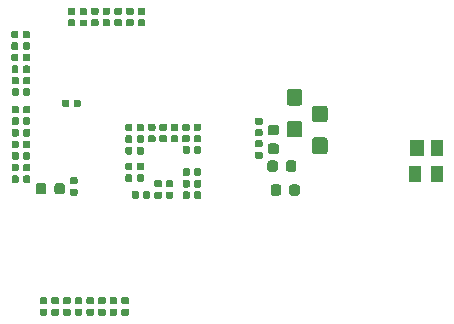
<source format=gbr>
G04 #@! TF.GenerationSoftware,KiCad,Pcbnew,(5.1.5-0-10_14)*
G04 #@! TF.CreationDate,2021-01-28T08:30:45+01:00*
G04 #@! TF.ProjectId,BEASTH7_01,42454153-5448-4375-9f30-312e6b696361,rev?*
G04 #@! TF.SameCoordinates,Original*
G04 #@! TF.FileFunction,Paste,Bot*
G04 #@! TF.FilePolarity,Positive*
%FSLAX46Y46*%
G04 Gerber Fmt 4.6, Leading zero omitted, Abs format (unit mm)*
G04 Created by KiCad (PCBNEW (5.1.5-0-10_14)) date 2021-01-28 08:30:45*
%MOMM*%
%LPD*%
G04 APERTURE LIST*
%ADD10C,0.100000*%
%ADD11R,1.200000X1.400000*%
%ADD12R,1.000000X1.400000*%
G04 APERTURE END LIST*
D10*
G36*
X127669558Y-127541510D02*
G01*
X127683876Y-127543634D01*
X127697917Y-127547151D01*
X127711546Y-127552028D01*
X127724631Y-127558217D01*
X127737047Y-127565658D01*
X127748673Y-127574281D01*
X127759398Y-127584002D01*
X127769119Y-127594727D01*
X127777742Y-127606353D01*
X127785183Y-127618769D01*
X127791372Y-127631854D01*
X127796249Y-127645483D01*
X127799766Y-127659524D01*
X127801890Y-127673842D01*
X127802600Y-127688300D01*
X127802600Y-127983300D01*
X127801890Y-127997758D01*
X127799766Y-128012076D01*
X127796249Y-128026117D01*
X127791372Y-128039746D01*
X127785183Y-128052831D01*
X127777742Y-128065247D01*
X127769119Y-128076873D01*
X127759398Y-128087598D01*
X127748673Y-128097319D01*
X127737047Y-128105942D01*
X127724631Y-128113383D01*
X127711546Y-128119572D01*
X127697917Y-128124449D01*
X127683876Y-128127966D01*
X127669558Y-128130090D01*
X127655100Y-128130800D01*
X127310100Y-128130800D01*
X127295642Y-128130090D01*
X127281324Y-128127966D01*
X127267283Y-128124449D01*
X127253654Y-128119572D01*
X127240569Y-128113383D01*
X127228153Y-128105942D01*
X127216527Y-128097319D01*
X127205802Y-128087598D01*
X127196081Y-128076873D01*
X127187458Y-128065247D01*
X127180017Y-128052831D01*
X127173828Y-128039746D01*
X127168951Y-128026117D01*
X127165434Y-128012076D01*
X127163310Y-127997758D01*
X127162600Y-127983300D01*
X127162600Y-127688300D01*
X127163310Y-127673842D01*
X127165434Y-127659524D01*
X127168951Y-127645483D01*
X127173828Y-127631854D01*
X127180017Y-127618769D01*
X127187458Y-127606353D01*
X127196081Y-127594727D01*
X127205802Y-127584002D01*
X127216527Y-127574281D01*
X127228153Y-127565658D01*
X127240569Y-127558217D01*
X127253654Y-127552028D01*
X127267283Y-127547151D01*
X127281324Y-127543634D01*
X127295642Y-127541510D01*
X127310100Y-127540800D01*
X127655100Y-127540800D01*
X127669558Y-127541510D01*
G37*
G36*
X127669558Y-128511510D02*
G01*
X127683876Y-128513634D01*
X127697917Y-128517151D01*
X127711546Y-128522028D01*
X127724631Y-128528217D01*
X127737047Y-128535658D01*
X127748673Y-128544281D01*
X127759398Y-128554002D01*
X127769119Y-128564727D01*
X127777742Y-128576353D01*
X127785183Y-128588769D01*
X127791372Y-128601854D01*
X127796249Y-128615483D01*
X127799766Y-128629524D01*
X127801890Y-128643842D01*
X127802600Y-128658300D01*
X127802600Y-128953300D01*
X127801890Y-128967758D01*
X127799766Y-128982076D01*
X127796249Y-128996117D01*
X127791372Y-129009746D01*
X127785183Y-129022831D01*
X127777742Y-129035247D01*
X127769119Y-129046873D01*
X127759398Y-129057598D01*
X127748673Y-129067319D01*
X127737047Y-129075942D01*
X127724631Y-129083383D01*
X127711546Y-129089572D01*
X127697917Y-129094449D01*
X127683876Y-129097966D01*
X127669558Y-129100090D01*
X127655100Y-129100800D01*
X127310100Y-129100800D01*
X127295642Y-129100090D01*
X127281324Y-129097966D01*
X127267283Y-129094449D01*
X127253654Y-129089572D01*
X127240569Y-129083383D01*
X127228153Y-129075942D01*
X127216527Y-129067319D01*
X127205802Y-129057598D01*
X127196081Y-129046873D01*
X127187458Y-129035247D01*
X127180017Y-129022831D01*
X127173828Y-129009746D01*
X127168951Y-128996117D01*
X127165434Y-128982076D01*
X127163310Y-128967758D01*
X127162600Y-128953300D01*
X127162600Y-128658300D01*
X127163310Y-128643842D01*
X127165434Y-128629524D01*
X127168951Y-128615483D01*
X127173828Y-128601854D01*
X127180017Y-128588769D01*
X127187458Y-128576353D01*
X127196081Y-128564727D01*
X127205802Y-128554002D01*
X127216527Y-128544281D01*
X127228153Y-128535658D01*
X127240569Y-128528217D01*
X127253654Y-128522028D01*
X127267283Y-128517151D01*
X127281324Y-128513634D01*
X127295642Y-128511510D01*
X127310100Y-128510800D01*
X127655100Y-128510800D01*
X127669558Y-128511510D01*
G37*
G36*
X121850958Y-127544310D02*
G01*
X121865276Y-127546434D01*
X121879317Y-127549951D01*
X121892946Y-127554828D01*
X121906031Y-127561017D01*
X121918447Y-127568458D01*
X121930073Y-127577081D01*
X121940798Y-127586802D01*
X121950519Y-127597527D01*
X121959142Y-127609153D01*
X121966583Y-127621569D01*
X121972772Y-127634654D01*
X121977649Y-127648283D01*
X121981166Y-127662324D01*
X121983290Y-127676642D01*
X121984000Y-127691100D01*
X121984000Y-128036100D01*
X121983290Y-128050558D01*
X121981166Y-128064876D01*
X121977649Y-128078917D01*
X121972772Y-128092546D01*
X121966583Y-128105631D01*
X121959142Y-128118047D01*
X121950519Y-128129673D01*
X121940798Y-128140398D01*
X121930073Y-128150119D01*
X121918447Y-128158742D01*
X121906031Y-128166183D01*
X121892946Y-128172372D01*
X121879317Y-128177249D01*
X121865276Y-128180766D01*
X121850958Y-128182890D01*
X121836500Y-128183600D01*
X121541500Y-128183600D01*
X121527042Y-128182890D01*
X121512724Y-128180766D01*
X121498683Y-128177249D01*
X121485054Y-128172372D01*
X121471969Y-128166183D01*
X121459553Y-128158742D01*
X121447927Y-128150119D01*
X121437202Y-128140398D01*
X121427481Y-128129673D01*
X121418858Y-128118047D01*
X121411417Y-128105631D01*
X121405228Y-128092546D01*
X121400351Y-128078917D01*
X121396834Y-128064876D01*
X121394710Y-128050558D01*
X121394000Y-128036100D01*
X121394000Y-127691100D01*
X121394710Y-127676642D01*
X121396834Y-127662324D01*
X121400351Y-127648283D01*
X121405228Y-127634654D01*
X121411417Y-127621569D01*
X121418858Y-127609153D01*
X121427481Y-127597527D01*
X121437202Y-127586802D01*
X121447927Y-127577081D01*
X121459553Y-127568458D01*
X121471969Y-127561017D01*
X121485054Y-127554828D01*
X121498683Y-127549951D01*
X121512724Y-127546434D01*
X121527042Y-127544310D01*
X121541500Y-127543600D01*
X121836500Y-127543600D01*
X121850958Y-127544310D01*
G37*
G36*
X122820958Y-127544310D02*
G01*
X122835276Y-127546434D01*
X122849317Y-127549951D01*
X122862946Y-127554828D01*
X122876031Y-127561017D01*
X122888447Y-127568458D01*
X122900073Y-127577081D01*
X122910798Y-127586802D01*
X122920519Y-127597527D01*
X122929142Y-127609153D01*
X122936583Y-127621569D01*
X122942772Y-127634654D01*
X122947649Y-127648283D01*
X122951166Y-127662324D01*
X122953290Y-127676642D01*
X122954000Y-127691100D01*
X122954000Y-128036100D01*
X122953290Y-128050558D01*
X122951166Y-128064876D01*
X122947649Y-128078917D01*
X122942772Y-128092546D01*
X122936583Y-128105631D01*
X122929142Y-128118047D01*
X122920519Y-128129673D01*
X122910798Y-128140398D01*
X122900073Y-128150119D01*
X122888447Y-128158742D01*
X122876031Y-128166183D01*
X122862946Y-128172372D01*
X122849317Y-128177249D01*
X122835276Y-128180766D01*
X122820958Y-128182890D01*
X122806500Y-128183600D01*
X122511500Y-128183600D01*
X122497042Y-128182890D01*
X122482724Y-128180766D01*
X122468683Y-128177249D01*
X122455054Y-128172372D01*
X122441969Y-128166183D01*
X122429553Y-128158742D01*
X122417927Y-128150119D01*
X122407202Y-128140398D01*
X122397481Y-128129673D01*
X122388858Y-128118047D01*
X122381417Y-128105631D01*
X122375228Y-128092546D01*
X122370351Y-128078917D01*
X122366834Y-128064876D01*
X122364710Y-128050558D01*
X122364000Y-128036100D01*
X122364000Y-127691100D01*
X122364710Y-127676642D01*
X122366834Y-127662324D01*
X122370351Y-127648283D01*
X122375228Y-127634654D01*
X122381417Y-127621569D01*
X122388858Y-127609153D01*
X122397481Y-127597527D01*
X122407202Y-127586802D01*
X122417927Y-127577081D01*
X122429553Y-127568458D01*
X122441969Y-127561017D01*
X122455054Y-127554828D01*
X122468683Y-127549951D01*
X122482724Y-127546434D01*
X122497042Y-127544310D01*
X122511500Y-127543600D01*
X122806500Y-127543600D01*
X122820958Y-127544310D01*
G37*
G36*
X117204758Y-133032710D02*
G01*
X117219076Y-133034834D01*
X117233117Y-133038351D01*
X117246746Y-133043228D01*
X117259831Y-133049417D01*
X117272247Y-133056858D01*
X117283873Y-133065481D01*
X117294598Y-133075202D01*
X117304319Y-133085927D01*
X117312942Y-133097553D01*
X117320383Y-133109969D01*
X117326572Y-133123054D01*
X117331449Y-133136683D01*
X117334966Y-133150724D01*
X117337090Y-133165042D01*
X117337800Y-133179500D01*
X117337800Y-133474500D01*
X117337090Y-133488958D01*
X117334966Y-133503276D01*
X117331449Y-133517317D01*
X117326572Y-133530946D01*
X117320383Y-133544031D01*
X117312942Y-133556447D01*
X117304319Y-133568073D01*
X117294598Y-133578798D01*
X117283873Y-133588519D01*
X117272247Y-133597142D01*
X117259831Y-133604583D01*
X117246746Y-133610772D01*
X117233117Y-133615649D01*
X117219076Y-133619166D01*
X117204758Y-133621290D01*
X117190300Y-133622000D01*
X116845300Y-133622000D01*
X116830842Y-133621290D01*
X116816524Y-133619166D01*
X116802483Y-133615649D01*
X116788854Y-133610772D01*
X116775769Y-133604583D01*
X116763353Y-133597142D01*
X116751727Y-133588519D01*
X116741002Y-133578798D01*
X116731281Y-133568073D01*
X116722658Y-133556447D01*
X116715217Y-133544031D01*
X116709028Y-133530946D01*
X116704151Y-133517317D01*
X116700634Y-133503276D01*
X116698510Y-133488958D01*
X116697800Y-133474500D01*
X116697800Y-133179500D01*
X116698510Y-133165042D01*
X116700634Y-133150724D01*
X116704151Y-133136683D01*
X116709028Y-133123054D01*
X116715217Y-133109969D01*
X116722658Y-133097553D01*
X116731281Y-133085927D01*
X116741002Y-133075202D01*
X116751727Y-133065481D01*
X116763353Y-133056858D01*
X116775769Y-133049417D01*
X116788854Y-133043228D01*
X116802483Y-133038351D01*
X116816524Y-133034834D01*
X116830842Y-133032710D01*
X116845300Y-133032000D01*
X117190300Y-133032000D01*
X117204758Y-133032710D01*
G37*
G36*
X117204758Y-132062710D02*
G01*
X117219076Y-132064834D01*
X117233117Y-132068351D01*
X117246746Y-132073228D01*
X117259831Y-132079417D01*
X117272247Y-132086858D01*
X117283873Y-132095481D01*
X117294598Y-132105202D01*
X117304319Y-132115927D01*
X117312942Y-132127553D01*
X117320383Y-132139969D01*
X117326572Y-132153054D01*
X117331449Y-132166683D01*
X117334966Y-132180724D01*
X117337090Y-132195042D01*
X117337800Y-132209500D01*
X117337800Y-132504500D01*
X117337090Y-132518958D01*
X117334966Y-132533276D01*
X117331449Y-132547317D01*
X117326572Y-132560946D01*
X117320383Y-132574031D01*
X117312942Y-132586447D01*
X117304319Y-132598073D01*
X117294598Y-132608798D01*
X117283873Y-132618519D01*
X117272247Y-132627142D01*
X117259831Y-132634583D01*
X117246746Y-132640772D01*
X117233117Y-132645649D01*
X117219076Y-132649166D01*
X117204758Y-132651290D01*
X117190300Y-132652000D01*
X116845300Y-132652000D01*
X116830842Y-132651290D01*
X116816524Y-132649166D01*
X116802483Y-132645649D01*
X116788854Y-132640772D01*
X116775769Y-132634583D01*
X116763353Y-132627142D01*
X116751727Y-132618519D01*
X116741002Y-132608798D01*
X116731281Y-132598073D01*
X116722658Y-132586447D01*
X116715217Y-132574031D01*
X116709028Y-132560946D01*
X116704151Y-132547317D01*
X116700634Y-132533276D01*
X116698510Y-132518958D01*
X116697800Y-132504500D01*
X116697800Y-132209500D01*
X116698510Y-132195042D01*
X116700634Y-132180724D01*
X116704151Y-132166683D01*
X116709028Y-132153054D01*
X116715217Y-132139969D01*
X116722658Y-132127553D01*
X116731281Y-132115927D01*
X116741002Y-132105202D01*
X116751727Y-132095481D01*
X116763353Y-132086858D01*
X116775769Y-132079417D01*
X116788854Y-132073228D01*
X116802483Y-132068351D01*
X116816524Y-132064834D01*
X116830842Y-132062710D01*
X116845300Y-132062000D01*
X117190300Y-132062000D01*
X117204758Y-132062710D01*
G37*
G36*
X123808758Y-128511510D02*
G01*
X123823076Y-128513634D01*
X123837117Y-128517151D01*
X123850746Y-128522028D01*
X123863831Y-128528217D01*
X123876247Y-128535658D01*
X123887873Y-128544281D01*
X123898598Y-128554002D01*
X123908319Y-128564727D01*
X123916942Y-128576353D01*
X123924383Y-128588769D01*
X123930572Y-128601854D01*
X123935449Y-128615483D01*
X123938966Y-128629524D01*
X123941090Y-128643842D01*
X123941800Y-128658300D01*
X123941800Y-128953300D01*
X123941090Y-128967758D01*
X123938966Y-128982076D01*
X123935449Y-128996117D01*
X123930572Y-129009746D01*
X123924383Y-129022831D01*
X123916942Y-129035247D01*
X123908319Y-129046873D01*
X123898598Y-129057598D01*
X123887873Y-129067319D01*
X123876247Y-129075942D01*
X123863831Y-129083383D01*
X123850746Y-129089572D01*
X123837117Y-129094449D01*
X123823076Y-129097966D01*
X123808758Y-129100090D01*
X123794300Y-129100800D01*
X123449300Y-129100800D01*
X123434842Y-129100090D01*
X123420524Y-129097966D01*
X123406483Y-129094449D01*
X123392854Y-129089572D01*
X123379769Y-129083383D01*
X123367353Y-129075942D01*
X123355727Y-129067319D01*
X123345002Y-129057598D01*
X123335281Y-129046873D01*
X123326658Y-129035247D01*
X123319217Y-129022831D01*
X123313028Y-129009746D01*
X123308151Y-128996117D01*
X123304634Y-128982076D01*
X123302510Y-128967758D01*
X123301800Y-128953300D01*
X123301800Y-128658300D01*
X123302510Y-128643842D01*
X123304634Y-128629524D01*
X123308151Y-128615483D01*
X123313028Y-128601854D01*
X123319217Y-128588769D01*
X123326658Y-128576353D01*
X123335281Y-128564727D01*
X123345002Y-128554002D01*
X123355727Y-128544281D01*
X123367353Y-128535658D01*
X123379769Y-128528217D01*
X123392854Y-128522028D01*
X123406483Y-128517151D01*
X123420524Y-128513634D01*
X123434842Y-128511510D01*
X123449300Y-128510800D01*
X123794300Y-128510800D01*
X123808758Y-128511510D01*
G37*
G36*
X123808758Y-127541510D02*
G01*
X123823076Y-127543634D01*
X123837117Y-127547151D01*
X123850746Y-127552028D01*
X123863831Y-127558217D01*
X123876247Y-127565658D01*
X123887873Y-127574281D01*
X123898598Y-127584002D01*
X123908319Y-127594727D01*
X123916942Y-127606353D01*
X123924383Y-127618769D01*
X123930572Y-127631854D01*
X123935449Y-127645483D01*
X123938966Y-127659524D01*
X123941090Y-127673842D01*
X123941800Y-127688300D01*
X123941800Y-127983300D01*
X123941090Y-127997758D01*
X123938966Y-128012076D01*
X123935449Y-128026117D01*
X123930572Y-128039746D01*
X123924383Y-128052831D01*
X123916942Y-128065247D01*
X123908319Y-128076873D01*
X123898598Y-128087598D01*
X123887873Y-128097319D01*
X123876247Y-128105942D01*
X123863831Y-128113383D01*
X123850746Y-128119572D01*
X123837117Y-128124449D01*
X123823076Y-128127966D01*
X123808758Y-128130090D01*
X123794300Y-128130800D01*
X123449300Y-128130800D01*
X123434842Y-128130090D01*
X123420524Y-128127966D01*
X123406483Y-128124449D01*
X123392854Y-128119572D01*
X123379769Y-128113383D01*
X123367353Y-128105942D01*
X123355727Y-128097319D01*
X123345002Y-128087598D01*
X123335281Y-128076873D01*
X123326658Y-128065247D01*
X123319217Y-128052831D01*
X123313028Y-128039746D01*
X123308151Y-128026117D01*
X123304634Y-128012076D01*
X123302510Y-127997758D01*
X123301800Y-127983300D01*
X123301800Y-127688300D01*
X123302510Y-127673842D01*
X123304634Y-127659524D01*
X123308151Y-127645483D01*
X123313028Y-127631854D01*
X123319217Y-127618769D01*
X123326658Y-127606353D01*
X123335281Y-127594727D01*
X123345002Y-127584002D01*
X123355727Y-127574281D01*
X123367353Y-127565658D01*
X123379769Y-127558217D01*
X123392854Y-127552028D01*
X123406483Y-127547151D01*
X123420524Y-127543634D01*
X123434842Y-127541510D01*
X123449300Y-127540800D01*
X123794300Y-127540800D01*
X123808758Y-127541510D01*
G37*
G36*
X138295305Y-128696404D02*
G01*
X138319573Y-128700004D01*
X138343372Y-128705965D01*
X138366471Y-128714230D01*
X138388650Y-128724720D01*
X138409693Y-128737332D01*
X138429399Y-128751947D01*
X138447577Y-128768423D01*
X138464053Y-128786601D01*
X138478668Y-128806307D01*
X138491280Y-128827350D01*
X138501770Y-128849529D01*
X138510035Y-128872628D01*
X138515996Y-128896427D01*
X138519596Y-128920695D01*
X138520800Y-128945199D01*
X138520800Y-129845201D01*
X138519596Y-129869705D01*
X138515996Y-129893973D01*
X138510035Y-129917772D01*
X138501770Y-129940871D01*
X138491280Y-129963050D01*
X138478668Y-129984093D01*
X138464053Y-130003799D01*
X138447577Y-130021977D01*
X138429399Y-130038453D01*
X138409693Y-130053068D01*
X138388650Y-130065680D01*
X138366471Y-130076170D01*
X138343372Y-130084435D01*
X138319573Y-130090396D01*
X138295305Y-130093996D01*
X138270801Y-130095200D01*
X137420799Y-130095200D01*
X137396295Y-130093996D01*
X137372027Y-130090396D01*
X137348228Y-130084435D01*
X137325129Y-130076170D01*
X137302950Y-130065680D01*
X137281907Y-130053068D01*
X137262201Y-130038453D01*
X137244023Y-130021977D01*
X137227547Y-130003799D01*
X137212932Y-129984093D01*
X137200320Y-129963050D01*
X137189830Y-129940871D01*
X137181565Y-129917772D01*
X137175604Y-129893973D01*
X137172004Y-129869705D01*
X137170800Y-129845201D01*
X137170800Y-128945199D01*
X137172004Y-128920695D01*
X137175604Y-128896427D01*
X137181565Y-128872628D01*
X137189830Y-128849529D01*
X137200320Y-128827350D01*
X137212932Y-128806307D01*
X137227547Y-128786601D01*
X137244023Y-128768423D01*
X137262201Y-128751947D01*
X137281907Y-128737332D01*
X137302950Y-128724720D01*
X137325129Y-128714230D01*
X137348228Y-128705965D01*
X137372027Y-128700004D01*
X137396295Y-128696404D01*
X137420799Y-128695200D01*
X138270801Y-128695200D01*
X138295305Y-128696404D01*
G37*
G36*
X138295305Y-125996404D02*
G01*
X138319573Y-126000004D01*
X138343372Y-126005965D01*
X138366471Y-126014230D01*
X138388650Y-126024720D01*
X138409693Y-126037332D01*
X138429399Y-126051947D01*
X138447577Y-126068423D01*
X138464053Y-126086601D01*
X138478668Y-126106307D01*
X138491280Y-126127350D01*
X138501770Y-126149529D01*
X138510035Y-126172628D01*
X138515996Y-126196427D01*
X138519596Y-126220695D01*
X138520800Y-126245199D01*
X138520800Y-127145201D01*
X138519596Y-127169705D01*
X138515996Y-127193973D01*
X138510035Y-127217772D01*
X138501770Y-127240871D01*
X138491280Y-127263050D01*
X138478668Y-127284093D01*
X138464053Y-127303799D01*
X138447577Y-127321977D01*
X138429399Y-127338453D01*
X138409693Y-127353068D01*
X138388650Y-127365680D01*
X138366471Y-127376170D01*
X138343372Y-127384435D01*
X138319573Y-127390396D01*
X138295305Y-127393996D01*
X138270801Y-127395200D01*
X137420799Y-127395200D01*
X137396295Y-127393996D01*
X137372027Y-127390396D01*
X137348228Y-127384435D01*
X137325129Y-127376170D01*
X137302950Y-127365680D01*
X137281907Y-127353068D01*
X137262201Y-127338453D01*
X137244023Y-127321977D01*
X137227547Y-127303799D01*
X137212932Y-127284093D01*
X137200320Y-127263050D01*
X137189830Y-127240871D01*
X137181565Y-127217772D01*
X137175604Y-127193973D01*
X137172004Y-127169705D01*
X137170800Y-127145201D01*
X137170800Y-126245199D01*
X137172004Y-126220695D01*
X137175604Y-126196427D01*
X137181565Y-126172628D01*
X137189830Y-126149529D01*
X137200320Y-126127350D01*
X137212932Y-126106307D01*
X137227547Y-126086601D01*
X137244023Y-126068423D01*
X137262201Y-126051947D01*
X137281907Y-126037332D01*
X137302950Y-126024720D01*
X137325129Y-126014230D01*
X137348228Y-126005965D01*
X137372027Y-126000004D01*
X137396295Y-125996404D01*
X137420799Y-125995200D01*
X138270801Y-125995200D01*
X138295305Y-125996404D01*
G37*
G36*
X132876558Y-129908510D02*
G01*
X132890876Y-129910634D01*
X132904917Y-129914151D01*
X132918546Y-129919028D01*
X132931631Y-129925217D01*
X132944047Y-129932658D01*
X132955673Y-129941281D01*
X132966398Y-129951002D01*
X132976119Y-129961727D01*
X132984742Y-129973353D01*
X132992183Y-129985769D01*
X132998372Y-129998854D01*
X133003249Y-130012483D01*
X133006766Y-130026524D01*
X133008890Y-130040842D01*
X133009600Y-130055300D01*
X133009600Y-130350300D01*
X133008890Y-130364758D01*
X133006766Y-130379076D01*
X133003249Y-130393117D01*
X132998372Y-130406746D01*
X132992183Y-130419831D01*
X132984742Y-130432247D01*
X132976119Y-130443873D01*
X132966398Y-130454598D01*
X132955673Y-130464319D01*
X132944047Y-130472942D01*
X132931631Y-130480383D01*
X132918546Y-130486572D01*
X132904917Y-130491449D01*
X132890876Y-130494966D01*
X132876558Y-130497090D01*
X132862100Y-130497800D01*
X132517100Y-130497800D01*
X132502642Y-130497090D01*
X132488324Y-130494966D01*
X132474283Y-130491449D01*
X132460654Y-130486572D01*
X132447569Y-130480383D01*
X132435153Y-130472942D01*
X132423527Y-130464319D01*
X132412802Y-130454598D01*
X132403081Y-130443873D01*
X132394458Y-130432247D01*
X132387017Y-130419831D01*
X132380828Y-130406746D01*
X132375951Y-130393117D01*
X132372434Y-130379076D01*
X132370310Y-130364758D01*
X132369600Y-130350300D01*
X132369600Y-130055300D01*
X132370310Y-130040842D01*
X132372434Y-130026524D01*
X132375951Y-130012483D01*
X132380828Y-129998854D01*
X132387017Y-129985769D01*
X132394458Y-129973353D01*
X132403081Y-129961727D01*
X132412802Y-129951002D01*
X132423527Y-129941281D01*
X132435153Y-129932658D01*
X132447569Y-129925217D01*
X132460654Y-129919028D01*
X132474283Y-129914151D01*
X132488324Y-129910634D01*
X132502642Y-129908510D01*
X132517100Y-129907800D01*
X132862100Y-129907800D01*
X132876558Y-129908510D01*
G37*
G36*
X132876558Y-128938510D02*
G01*
X132890876Y-128940634D01*
X132904917Y-128944151D01*
X132918546Y-128949028D01*
X132931631Y-128955217D01*
X132944047Y-128962658D01*
X132955673Y-128971281D01*
X132966398Y-128981002D01*
X132976119Y-128991727D01*
X132984742Y-129003353D01*
X132992183Y-129015769D01*
X132998372Y-129028854D01*
X133003249Y-129042483D01*
X133006766Y-129056524D01*
X133008890Y-129070842D01*
X133009600Y-129085300D01*
X133009600Y-129380300D01*
X133008890Y-129394758D01*
X133006766Y-129409076D01*
X133003249Y-129423117D01*
X132998372Y-129436746D01*
X132992183Y-129449831D01*
X132984742Y-129462247D01*
X132976119Y-129473873D01*
X132966398Y-129484598D01*
X132955673Y-129494319D01*
X132944047Y-129502942D01*
X132931631Y-129510383D01*
X132918546Y-129516572D01*
X132904917Y-129521449D01*
X132890876Y-129524966D01*
X132876558Y-129527090D01*
X132862100Y-129527800D01*
X132517100Y-129527800D01*
X132502642Y-129527090D01*
X132488324Y-129524966D01*
X132474283Y-129521449D01*
X132460654Y-129516572D01*
X132447569Y-129510383D01*
X132435153Y-129502942D01*
X132423527Y-129494319D01*
X132412802Y-129484598D01*
X132403081Y-129473873D01*
X132394458Y-129462247D01*
X132387017Y-129449831D01*
X132380828Y-129436746D01*
X132375951Y-129423117D01*
X132372434Y-129409076D01*
X132370310Y-129394758D01*
X132369600Y-129380300D01*
X132369600Y-129085300D01*
X132370310Y-129070842D01*
X132372434Y-129056524D01*
X132375951Y-129042483D01*
X132380828Y-129028854D01*
X132387017Y-129015769D01*
X132394458Y-129003353D01*
X132403081Y-128991727D01*
X132412802Y-128981002D01*
X132423527Y-128971281D01*
X132435153Y-128962658D01*
X132447569Y-128955217D01*
X132460654Y-128949028D01*
X132474283Y-128944151D01*
X132488324Y-128940634D01*
X132502642Y-128938510D01*
X132517100Y-128937800D01*
X132862100Y-128937800D01*
X132876558Y-128938510D01*
G37*
G36*
X124773958Y-127541510D02*
G01*
X124788276Y-127543634D01*
X124802317Y-127547151D01*
X124815946Y-127552028D01*
X124829031Y-127558217D01*
X124841447Y-127565658D01*
X124853073Y-127574281D01*
X124863798Y-127584002D01*
X124873519Y-127594727D01*
X124882142Y-127606353D01*
X124889583Y-127618769D01*
X124895772Y-127631854D01*
X124900649Y-127645483D01*
X124904166Y-127659524D01*
X124906290Y-127673842D01*
X124907000Y-127688300D01*
X124907000Y-127983300D01*
X124906290Y-127997758D01*
X124904166Y-128012076D01*
X124900649Y-128026117D01*
X124895772Y-128039746D01*
X124889583Y-128052831D01*
X124882142Y-128065247D01*
X124873519Y-128076873D01*
X124863798Y-128087598D01*
X124853073Y-128097319D01*
X124841447Y-128105942D01*
X124829031Y-128113383D01*
X124815946Y-128119572D01*
X124802317Y-128124449D01*
X124788276Y-128127966D01*
X124773958Y-128130090D01*
X124759500Y-128130800D01*
X124414500Y-128130800D01*
X124400042Y-128130090D01*
X124385724Y-128127966D01*
X124371683Y-128124449D01*
X124358054Y-128119572D01*
X124344969Y-128113383D01*
X124332553Y-128105942D01*
X124320927Y-128097319D01*
X124310202Y-128087598D01*
X124300481Y-128076873D01*
X124291858Y-128065247D01*
X124284417Y-128052831D01*
X124278228Y-128039746D01*
X124273351Y-128026117D01*
X124269834Y-128012076D01*
X124267710Y-127997758D01*
X124267000Y-127983300D01*
X124267000Y-127688300D01*
X124267710Y-127673842D01*
X124269834Y-127659524D01*
X124273351Y-127645483D01*
X124278228Y-127631854D01*
X124284417Y-127618769D01*
X124291858Y-127606353D01*
X124300481Y-127594727D01*
X124310202Y-127584002D01*
X124320927Y-127574281D01*
X124332553Y-127565658D01*
X124344969Y-127558217D01*
X124358054Y-127552028D01*
X124371683Y-127547151D01*
X124385724Y-127543634D01*
X124400042Y-127541510D01*
X124414500Y-127540800D01*
X124759500Y-127540800D01*
X124773958Y-127541510D01*
G37*
G36*
X124773958Y-128511510D02*
G01*
X124788276Y-128513634D01*
X124802317Y-128517151D01*
X124815946Y-128522028D01*
X124829031Y-128528217D01*
X124841447Y-128535658D01*
X124853073Y-128544281D01*
X124863798Y-128554002D01*
X124873519Y-128564727D01*
X124882142Y-128576353D01*
X124889583Y-128588769D01*
X124895772Y-128601854D01*
X124900649Y-128615483D01*
X124904166Y-128629524D01*
X124906290Y-128643842D01*
X124907000Y-128658300D01*
X124907000Y-128953300D01*
X124906290Y-128967758D01*
X124904166Y-128982076D01*
X124900649Y-128996117D01*
X124895772Y-129009746D01*
X124889583Y-129022831D01*
X124882142Y-129035247D01*
X124873519Y-129046873D01*
X124863798Y-129057598D01*
X124853073Y-129067319D01*
X124841447Y-129075942D01*
X124829031Y-129083383D01*
X124815946Y-129089572D01*
X124802317Y-129094449D01*
X124788276Y-129097966D01*
X124773958Y-129100090D01*
X124759500Y-129100800D01*
X124414500Y-129100800D01*
X124400042Y-129100090D01*
X124385724Y-129097966D01*
X124371683Y-129094449D01*
X124358054Y-129089572D01*
X124344969Y-129083383D01*
X124332553Y-129075942D01*
X124320927Y-129067319D01*
X124310202Y-129057598D01*
X124300481Y-129046873D01*
X124291858Y-129035247D01*
X124284417Y-129022831D01*
X124278228Y-129009746D01*
X124273351Y-128996117D01*
X124269834Y-128982076D01*
X124267710Y-128967758D01*
X124267000Y-128953300D01*
X124267000Y-128658300D01*
X124267710Y-128643842D01*
X124269834Y-128629524D01*
X124273351Y-128615483D01*
X124278228Y-128601854D01*
X124284417Y-128588769D01*
X124291858Y-128576353D01*
X124300481Y-128564727D01*
X124310202Y-128554002D01*
X124320927Y-128544281D01*
X124332553Y-128535658D01*
X124344969Y-128528217D01*
X124358054Y-128522028D01*
X124371683Y-128517151D01*
X124385724Y-128513634D01*
X124400042Y-128511510D01*
X124414500Y-128510800D01*
X124759500Y-128510800D01*
X124773958Y-128511510D01*
G37*
G36*
X132876558Y-128003510D02*
G01*
X132890876Y-128005634D01*
X132904917Y-128009151D01*
X132918546Y-128014028D01*
X132931631Y-128020217D01*
X132944047Y-128027658D01*
X132955673Y-128036281D01*
X132966398Y-128046002D01*
X132976119Y-128056727D01*
X132984742Y-128068353D01*
X132992183Y-128080769D01*
X132998372Y-128093854D01*
X133003249Y-128107483D01*
X133006766Y-128121524D01*
X133008890Y-128135842D01*
X133009600Y-128150300D01*
X133009600Y-128445300D01*
X133008890Y-128459758D01*
X133006766Y-128474076D01*
X133003249Y-128488117D01*
X132998372Y-128501746D01*
X132992183Y-128514831D01*
X132984742Y-128527247D01*
X132976119Y-128538873D01*
X132966398Y-128549598D01*
X132955673Y-128559319D01*
X132944047Y-128567942D01*
X132931631Y-128575383D01*
X132918546Y-128581572D01*
X132904917Y-128586449D01*
X132890876Y-128589966D01*
X132876558Y-128592090D01*
X132862100Y-128592800D01*
X132517100Y-128592800D01*
X132502642Y-128592090D01*
X132488324Y-128589966D01*
X132474283Y-128586449D01*
X132460654Y-128581572D01*
X132447569Y-128575383D01*
X132435153Y-128567942D01*
X132423527Y-128559319D01*
X132412802Y-128549598D01*
X132403081Y-128538873D01*
X132394458Y-128527247D01*
X132387017Y-128514831D01*
X132380828Y-128501746D01*
X132375951Y-128488117D01*
X132372434Y-128474076D01*
X132370310Y-128459758D01*
X132369600Y-128445300D01*
X132369600Y-128150300D01*
X132370310Y-128135842D01*
X132372434Y-128121524D01*
X132375951Y-128107483D01*
X132380828Y-128093854D01*
X132387017Y-128080769D01*
X132394458Y-128068353D01*
X132403081Y-128056727D01*
X132412802Y-128046002D01*
X132423527Y-128036281D01*
X132435153Y-128027658D01*
X132447569Y-128020217D01*
X132460654Y-128014028D01*
X132474283Y-128009151D01*
X132488324Y-128005634D01*
X132502642Y-128003510D01*
X132517100Y-128002800D01*
X132862100Y-128002800D01*
X132876558Y-128003510D01*
G37*
G36*
X132876558Y-127033510D02*
G01*
X132890876Y-127035634D01*
X132904917Y-127039151D01*
X132918546Y-127044028D01*
X132931631Y-127050217D01*
X132944047Y-127057658D01*
X132955673Y-127066281D01*
X132966398Y-127076002D01*
X132976119Y-127086727D01*
X132984742Y-127098353D01*
X132992183Y-127110769D01*
X132998372Y-127123854D01*
X133003249Y-127137483D01*
X133006766Y-127151524D01*
X133008890Y-127165842D01*
X133009600Y-127180300D01*
X133009600Y-127475300D01*
X133008890Y-127489758D01*
X133006766Y-127504076D01*
X133003249Y-127518117D01*
X132998372Y-127531746D01*
X132992183Y-127544831D01*
X132984742Y-127557247D01*
X132976119Y-127568873D01*
X132966398Y-127579598D01*
X132955673Y-127589319D01*
X132944047Y-127597942D01*
X132931631Y-127605383D01*
X132918546Y-127611572D01*
X132904917Y-127616449D01*
X132890876Y-127619966D01*
X132876558Y-127622090D01*
X132862100Y-127622800D01*
X132517100Y-127622800D01*
X132502642Y-127622090D01*
X132488324Y-127619966D01*
X132474283Y-127616449D01*
X132460654Y-127611572D01*
X132447569Y-127605383D01*
X132435153Y-127597942D01*
X132423527Y-127589319D01*
X132412802Y-127579598D01*
X132403081Y-127568873D01*
X132394458Y-127557247D01*
X132387017Y-127544831D01*
X132380828Y-127531746D01*
X132375951Y-127518117D01*
X132372434Y-127504076D01*
X132370310Y-127489758D01*
X132369600Y-127475300D01*
X132369600Y-127180300D01*
X132370310Y-127165842D01*
X132372434Y-127151524D01*
X132375951Y-127137483D01*
X132380828Y-127123854D01*
X132387017Y-127110769D01*
X132394458Y-127098353D01*
X132403081Y-127086727D01*
X132412802Y-127076002D01*
X132423527Y-127066281D01*
X132435153Y-127057658D01*
X132447569Y-127050217D01*
X132460654Y-127044028D01*
X132474283Y-127039151D01*
X132488324Y-127035634D01*
X132502642Y-127033510D01*
X132517100Y-127032800D01*
X132862100Y-127032800D01*
X132876558Y-127033510D01*
G37*
G36*
X124342158Y-133286710D02*
G01*
X124356476Y-133288834D01*
X124370517Y-133292351D01*
X124384146Y-133297228D01*
X124397231Y-133303417D01*
X124409647Y-133310858D01*
X124421273Y-133319481D01*
X124431998Y-133329202D01*
X124441719Y-133339927D01*
X124450342Y-133351553D01*
X124457783Y-133363969D01*
X124463972Y-133377054D01*
X124468849Y-133390683D01*
X124472366Y-133404724D01*
X124474490Y-133419042D01*
X124475200Y-133433500D01*
X124475200Y-133728500D01*
X124474490Y-133742958D01*
X124472366Y-133757276D01*
X124468849Y-133771317D01*
X124463972Y-133784946D01*
X124457783Y-133798031D01*
X124450342Y-133810447D01*
X124441719Y-133822073D01*
X124431998Y-133832798D01*
X124421273Y-133842519D01*
X124409647Y-133851142D01*
X124397231Y-133858583D01*
X124384146Y-133864772D01*
X124370517Y-133869649D01*
X124356476Y-133873166D01*
X124342158Y-133875290D01*
X124327700Y-133876000D01*
X123982700Y-133876000D01*
X123968242Y-133875290D01*
X123953924Y-133873166D01*
X123939883Y-133869649D01*
X123926254Y-133864772D01*
X123913169Y-133858583D01*
X123900753Y-133851142D01*
X123889127Y-133842519D01*
X123878402Y-133832798D01*
X123868681Y-133822073D01*
X123860058Y-133810447D01*
X123852617Y-133798031D01*
X123846428Y-133784946D01*
X123841551Y-133771317D01*
X123838034Y-133757276D01*
X123835910Y-133742958D01*
X123835200Y-133728500D01*
X123835200Y-133433500D01*
X123835910Y-133419042D01*
X123838034Y-133404724D01*
X123841551Y-133390683D01*
X123846428Y-133377054D01*
X123852617Y-133363969D01*
X123860058Y-133351553D01*
X123868681Y-133339927D01*
X123878402Y-133329202D01*
X123889127Y-133319481D01*
X123900753Y-133310858D01*
X123913169Y-133303417D01*
X123926254Y-133297228D01*
X123939883Y-133292351D01*
X123953924Y-133288834D01*
X123968242Y-133286710D01*
X123982700Y-133286000D01*
X124327700Y-133286000D01*
X124342158Y-133286710D01*
G37*
G36*
X124342158Y-132316710D02*
G01*
X124356476Y-132318834D01*
X124370517Y-132322351D01*
X124384146Y-132327228D01*
X124397231Y-132333417D01*
X124409647Y-132340858D01*
X124421273Y-132349481D01*
X124431998Y-132359202D01*
X124441719Y-132369927D01*
X124450342Y-132381553D01*
X124457783Y-132393969D01*
X124463972Y-132407054D01*
X124468849Y-132420683D01*
X124472366Y-132434724D01*
X124474490Y-132449042D01*
X124475200Y-132463500D01*
X124475200Y-132758500D01*
X124474490Y-132772958D01*
X124472366Y-132787276D01*
X124468849Y-132801317D01*
X124463972Y-132814946D01*
X124457783Y-132828031D01*
X124450342Y-132840447D01*
X124441719Y-132852073D01*
X124431998Y-132862798D01*
X124421273Y-132872519D01*
X124409647Y-132881142D01*
X124397231Y-132888583D01*
X124384146Y-132894772D01*
X124370517Y-132899649D01*
X124356476Y-132903166D01*
X124342158Y-132905290D01*
X124327700Y-132906000D01*
X123982700Y-132906000D01*
X123968242Y-132905290D01*
X123953924Y-132903166D01*
X123939883Y-132899649D01*
X123926254Y-132894772D01*
X123913169Y-132888583D01*
X123900753Y-132881142D01*
X123889127Y-132872519D01*
X123878402Y-132862798D01*
X123868681Y-132852073D01*
X123860058Y-132840447D01*
X123852617Y-132828031D01*
X123846428Y-132814946D01*
X123841551Y-132801317D01*
X123838034Y-132787276D01*
X123835910Y-132772958D01*
X123835200Y-132758500D01*
X123835200Y-132463500D01*
X123835910Y-132449042D01*
X123838034Y-132434724D01*
X123841551Y-132420683D01*
X123846428Y-132407054D01*
X123852617Y-132393969D01*
X123860058Y-132381553D01*
X123868681Y-132369927D01*
X123878402Y-132359202D01*
X123889127Y-132349481D01*
X123900753Y-132340858D01*
X123913169Y-132333417D01*
X123926254Y-132327228D01*
X123939883Y-132322351D01*
X123953924Y-132318834D01*
X123968242Y-132316710D01*
X123982700Y-132316000D01*
X124327700Y-132316000D01*
X124342158Y-132316710D01*
G37*
G36*
X125739158Y-127541510D02*
G01*
X125753476Y-127543634D01*
X125767517Y-127547151D01*
X125781146Y-127552028D01*
X125794231Y-127558217D01*
X125806647Y-127565658D01*
X125818273Y-127574281D01*
X125828998Y-127584002D01*
X125838719Y-127594727D01*
X125847342Y-127606353D01*
X125854783Y-127618769D01*
X125860972Y-127631854D01*
X125865849Y-127645483D01*
X125869366Y-127659524D01*
X125871490Y-127673842D01*
X125872200Y-127688300D01*
X125872200Y-127983300D01*
X125871490Y-127997758D01*
X125869366Y-128012076D01*
X125865849Y-128026117D01*
X125860972Y-128039746D01*
X125854783Y-128052831D01*
X125847342Y-128065247D01*
X125838719Y-128076873D01*
X125828998Y-128087598D01*
X125818273Y-128097319D01*
X125806647Y-128105942D01*
X125794231Y-128113383D01*
X125781146Y-128119572D01*
X125767517Y-128124449D01*
X125753476Y-128127966D01*
X125739158Y-128130090D01*
X125724700Y-128130800D01*
X125379700Y-128130800D01*
X125365242Y-128130090D01*
X125350924Y-128127966D01*
X125336883Y-128124449D01*
X125323254Y-128119572D01*
X125310169Y-128113383D01*
X125297753Y-128105942D01*
X125286127Y-128097319D01*
X125275402Y-128087598D01*
X125265681Y-128076873D01*
X125257058Y-128065247D01*
X125249617Y-128052831D01*
X125243428Y-128039746D01*
X125238551Y-128026117D01*
X125235034Y-128012076D01*
X125232910Y-127997758D01*
X125232200Y-127983300D01*
X125232200Y-127688300D01*
X125232910Y-127673842D01*
X125235034Y-127659524D01*
X125238551Y-127645483D01*
X125243428Y-127631854D01*
X125249617Y-127618769D01*
X125257058Y-127606353D01*
X125265681Y-127594727D01*
X125275402Y-127584002D01*
X125286127Y-127574281D01*
X125297753Y-127565658D01*
X125310169Y-127558217D01*
X125323254Y-127552028D01*
X125336883Y-127547151D01*
X125350924Y-127543634D01*
X125365242Y-127541510D01*
X125379700Y-127540800D01*
X125724700Y-127540800D01*
X125739158Y-127541510D01*
G37*
G36*
X125739158Y-128511510D02*
G01*
X125753476Y-128513634D01*
X125767517Y-128517151D01*
X125781146Y-128522028D01*
X125794231Y-128528217D01*
X125806647Y-128535658D01*
X125818273Y-128544281D01*
X125828998Y-128554002D01*
X125838719Y-128564727D01*
X125847342Y-128576353D01*
X125854783Y-128588769D01*
X125860972Y-128601854D01*
X125865849Y-128615483D01*
X125869366Y-128629524D01*
X125871490Y-128643842D01*
X125872200Y-128658300D01*
X125872200Y-128953300D01*
X125871490Y-128967758D01*
X125869366Y-128982076D01*
X125865849Y-128996117D01*
X125860972Y-129009746D01*
X125854783Y-129022831D01*
X125847342Y-129035247D01*
X125838719Y-129046873D01*
X125828998Y-129057598D01*
X125818273Y-129067319D01*
X125806647Y-129075942D01*
X125794231Y-129083383D01*
X125781146Y-129089572D01*
X125767517Y-129094449D01*
X125753476Y-129097966D01*
X125739158Y-129100090D01*
X125724700Y-129100800D01*
X125379700Y-129100800D01*
X125365242Y-129100090D01*
X125350924Y-129097966D01*
X125336883Y-129094449D01*
X125323254Y-129089572D01*
X125310169Y-129083383D01*
X125297753Y-129075942D01*
X125286127Y-129067319D01*
X125275402Y-129057598D01*
X125265681Y-129046873D01*
X125257058Y-129035247D01*
X125249617Y-129022831D01*
X125243428Y-129009746D01*
X125238551Y-128996117D01*
X125235034Y-128982076D01*
X125232910Y-128967758D01*
X125232200Y-128953300D01*
X125232200Y-128658300D01*
X125232910Y-128643842D01*
X125235034Y-128629524D01*
X125238551Y-128615483D01*
X125243428Y-128601854D01*
X125249617Y-128588769D01*
X125257058Y-128576353D01*
X125265681Y-128564727D01*
X125275402Y-128554002D01*
X125286127Y-128544281D01*
X125297753Y-128535658D01*
X125310169Y-128528217D01*
X125323254Y-128522028D01*
X125336883Y-128517151D01*
X125350924Y-128513634D01*
X125365242Y-128511510D01*
X125379700Y-128510800D01*
X125724700Y-128510800D01*
X125739158Y-128511510D01*
G37*
G36*
X116064291Y-132571253D02*
G01*
X116085526Y-132574403D01*
X116106350Y-132579619D01*
X116126562Y-132586851D01*
X116145968Y-132596030D01*
X116164381Y-132607066D01*
X116181624Y-132619854D01*
X116197530Y-132634270D01*
X116211946Y-132650176D01*
X116224734Y-132667419D01*
X116235770Y-132685832D01*
X116244949Y-132705238D01*
X116252181Y-132725450D01*
X116257397Y-132746274D01*
X116260547Y-132767509D01*
X116261600Y-132788950D01*
X116261600Y-133301450D01*
X116260547Y-133322891D01*
X116257397Y-133344126D01*
X116252181Y-133364950D01*
X116244949Y-133385162D01*
X116235770Y-133404568D01*
X116224734Y-133422981D01*
X116211946Y-133440224D01*
X116197530Y-133456130D01*
X116181624Y-133470546D01*
X116164381Y-133483334D01*
X116145968Y-133494370D01*
X116126562Y-133503549D01*
X116106350Y-133510781D01*
X116085526Y-133515997D01*
X116064291Y-133519147D01*
X116042850Y-133520200D01*
X115605350Y-133520200D01*
X115583909Y-133519147D01*
X115562674Y-133515997D01*
X115541850Y-133510781D01*
X115521638Y-133503549D01*
X115502232Y-133494370D01*
X115483819Y-133483334D01*
X115466576Y-133470546D01*
X115450670Y-133456130D01*
X115436254Y-133440224D01*
X115423466Y-133422981D01*
X115412430Y-133404568D01*
X115403251Y-133385162D01*
X115396019Y-133364950D01*
X115390803Y-133344126D01*
X115387653Y-133322891D01*
X115386600Y-133301450D01*
X115386600Y-132788950D01*
X115387653Y-132767509D01*
X115390803Y-132746274D01*
X115396019Y-132725450D01*
X115403251Y-132705238D01*
X115412430Y-132685832D01*
X115423466Y-132667419D01*
X115436254Y-132650176D01*
X115450670Y-132634270D01*
X115466576Y-132619854D01*
X115483819Y-132607066D01*
X115502232Y-132596030D01*
X115521638Y-132586851D01*
X115541850Y-132579619D01*
X115562674Y-132574403D01*
X115583909Y-132571253D01*
X115605350Y-132570200D01*
X116042850Y-132570200D01*
X116064291Y-132571253D01*
G37*
G36*
X114489291Y-132571253D02*
G01*
X114510526Y-132574403D01*
X114531350Y-132579619D01*
X114551562Y-132586851D01*
X114570968Y-132596030D01*
X114589381Y-132607066D01*
X114606624Y-132619854D01*
X114622530Y-132634270D01*
X114636946Y-132650176D01*
X114649734Y-132667419D01*
X114660770Y-132685832D01*
X114669949Y-132705238D01*
X114677181Y-132725450D01*
X114682397Y-132746274D01*
X114685547Y-132767509D01*
X114686600Y-132788950D01*
X114686600Y-133301450D01*
X114685547Y-133322891D01*
X114682397Y-133344126D01*
X114677181Y-133364950D01*
X114669949Y-133385162D01*
X114660770Y-133404568D01*
X114649734Y-133422981D01*
X114636946Y-133440224D01*
X114622530Y-133456130D01*
X114606624Y-133470546D01*
X114589381Y-133483334D01*
X114570968Y-133494370D01*
X114551562Y-133503549D01*
X114531350Y-133510781D01*
X114510526Y-133515997D01*
X114489291Y-133519147D01*
X114467850Y-133520200D01*
X114030350Y-133520200D01*
X114008909Y-133519147D01*
X113987674Y-133515997D01*
X113966850Y-133510781D01*
X113946638Y-133503549D01*
X113927232Y-133494370D01*
X113908819Y-133483334D01*
X113891576Y-133470546D01*
X113875670Y-133456130D01*
X113861254Y-133440224D01*
X113848466Y-133422981D01*
X113837430Y-133404568D01*
X113828251Y-133385162D01*
X113821019Y-133364950D01*
X113815803Y-133344126D01*
X113812653Y-133322891D01*
X113811600Y-133301450D01*
X113811600Y-132788950D01*
X113812653Y-132767509D01*
X113815803Y-132746274D01*
X113821019Y-132725450D01*
X113828251Y-132705238D01*
X113837430Y-132685832D01*
X113848466Y-132667419D01*
X113861254Y-132650176D01*
X113875670Y-132634270D01*
X113891576Y-132619854D01*
X113908819Y-132607066D01*
X113927232Y-132596030D01*
X113946638Y-132586851D01*
X113966850Y-132579619D01*
X113987674Y-132574403D01*
X114008909Y-132571253D01*
X114030350Y-132570200D01*
X114467850Y-132570200D01*
X114489291Y-132571253D01*
G37*
G36*
X136161705Y-124595604D02*
G01*
X136185973Y-124599204D01*
X136209772Y-124605165D01*
X136232871Y-124613430D01*
X136255050Y-124623920D01*
X136276093Y-124636532D01*
X136295799Y-124651147D01*
X136313977Y-124667623D01*
X136330453Y-124685801D01*
X136345068Y-124705507D01*
X136357680Y-124726550D01*
X136368170Y-124748729D01*
X136376435Y-124771828D01*
X136382396Y-124795627D01*
X136385996Y-124819895D01*
X136387200Y-124844399D01*
X136387200Y-125744401D01*
X136385996Y-125768905D01*
X136382396Y-125793173D01*
X136376435Y-125816972D01*
X136368170Y-125840071D01*
X136357680Y-125862250D01*
X136345068Y-125883293D01*
X136330453Y-125902999D01*
X136313977Y-125921177D01*
X136295799Y-125937653D01*
X136276093Y-125952268D01*
X136255050Y-125964880D01*
X136232871Y-125975370D01*
X136209772Y-125983635D01*
X136185973Y-125989596D01*
X136161705Y-125993196D01*
X136137201Y-125994400D01*
X135287199Y-125994400D01*
X135262695Y-125993196D01*
X135238427Y-125989596D01*
X135214628Y-125983635D01*
X135191529Y-125975370D01*
X135169350Y-125964880D01*
X135148307Y-125952268D01*
X135128601Y-125937653D01*
X135110423Y-125921177D01*
X135093947Y-125902999D01*
X135079332Y-125883293D01*
X135066720Y-125862250D01*
X135056230Y-125840071D01*
X135047965Y-125816972D01*
X135042004Y-125793173D01*
X135038404Y-125768905D01*
X135037200Y-125744401D01*
X135037200Y-124844399D01*
X135038404Y-124819895D01*
X135042004Y-124795627D01*
X135047965Y-124771828D01*
X135056230Y-124748729D01*
X135066720Y-124726550D01*
X135079332Y-124705507D01*
X135093947Y-124685801D01*
X135110423Y-124667623D01*
X135128601Y-124651147D01*
X135148307Y-124636532D01*
X135169350Y-124623920D01*
X135191529Y-124613430D01*
X135214628Y-124605165D01*
X135238427Y-124599204D01*
X135262695Y-124595604D01*
X135287199Y-124594400D01*
X136137201Y-124594400D01*
X136161705Y-124595604D01*
G37*
G36*
X136161705Y-127295604D02*
G01*
X136185973Y-127299204D01*
X136209772Y-127305165D01*
X136232871Y-127313430D01*
X136255050Y-127323920D01*
X136276093Y-127336532D01*
X136295799Y-127351147D01*
X136313977Y-127367623D01*
X136330453Y-127385801D01*
X136345068Y-127405507D01*
X136357680Y-127426550D01*
X136368170Y-127448729D01*
X136376435Y-127471828D01*
X136382396Y-127495627D01*
X136385996Y-127519895D01*
X136387200Y-127544399D01*
X136387200Y-128444401D01*
X136385996Y-128468905D01*
X136382396Y-128493173D01*
X136376435Y-128516972D01*
X136368170Y-128540071D01*
X136357680Y-128562250D01*
X136345068Y-128583293D01*
X136330453Y-128602999D01*
X136313977Y-128621177D01*
X136295799Y-128637653D01*
X136276093Y-128652268D01*
X136255050Y-128664880D01*
X136232871Y-128675370D01*
X136209772Y-128683635D01*
X136185973Y-128689596D01*
X136161705Y-128693196D01*
X136137201Y-128694400D01*
X135287199Y-128694400D01*
X135262695Y-128693196D01*
X135238427Y-128689596D01*
X135214628Y-128683635D01*
X135191529Y-128675370D01*
X135169350Y-128664880D01*
X135148307Y-128652268D01*
X135128601Y-128637653D01*
X135110423Y-128621177D01*
X135093947Y-128602999D01*
X135079332Y-128583293D01*
X135066720Y-128562250D01*
X135056230Y-128540071D01*
X135047965Y-128516972D01*
X135042004Y-128493173D01*
X135038404Y-128468905D01*
X135037200Y-128444401D01*
X135037200Y-127544399D01*
X135038404Y-127519895D01*
X135042004Y-127495627D01*
X135047965Y-127471828D01*
X135056230Y-127448729D01*
X135066720Y-127426550D01*
X135079332Y-127405507D01*
X135093947Y-127385801D01*
X135110423Y-127367623D01*
X135128601Y-127351147D01*
X135148307Y-127336532D01*
X135169350Y-127323920D01*
X135191529Y-127313430D01*
X135214628Y-127305165D01*
X135238427Y-127299204D01*
X135262695Y-127295604D01*
X135287199Y-127294400D01*
X136137201Y-127294400D01*
X136161705Y-127295604D01*
G37*
G36*
X125307358Y-133286710D02*
G01*
X125321676Y-133288834D01*
X125335717Y-133292351D01*
X125349346Y-133297228D01*
X125362431Y-133303417D01*
X125374847Y-133310858D01*
X125386473Y-133319481D01*
X125397198Y-133329202D01*
X125406919Y-133339927D01*
X125415542Y-133351553D01*
X125422983Y-133363969D01*
X125429172Y-133377054D01*
X125434049Y-133390683D01*
X125437566Y-133404724D01*
X125439690Y-133419042D01*
X125440400Y-133433500D01*
X125440400Y-133728500D01*
X125439690Y-133742958D01*
X125437566Y-133757276D01*
X125434049Y-133771317D01*
X125429172Y-133784946D01*
X125422983Y-133798031D01*
X125415542Y-133810447D01*
X125406919Y-133822073D01*
X125397198Y-133832798D01*
X125386473Y-133842519D01*
X125374847Y-133851142D01*
X125362431Y-133858583D01*
X125349346Y-133864772D01*
X125335717Y-133869649D01*
X125321676Y-133873166D01*
X125307358Y-133875290D01*
X125292900Y-133876000D01*
X124947900Y-133876000D01*
X124933442Y-133875290D01*
X124919124Y-133873166D01*
X124905083Y-133869649D01*
X124891454Y-133864772D01*
X124878369Y-133858583D01*
X124865953Y-133851142D01*
X124854327Y-133842519D01*
X124843602Y-133832798D01*
X124833881Y-133822073D01*
X124825258Y-133810447D01*
X124817817Y-133798031D01*
X124811628Y-133784946D01*
X124806751Y-133771317D01*
X124803234Y-133757276D01*
X124801110Y-133742958D01*
X124800400Y-133728500D01*
X124800400Y-133433500D01*
X124801110Y-133419042D01*
X124803234Y-133404724D01*
X124806751Y-133390683D01*
X124811628Y-133377054D01*
X124817817Y-133363969D01*
X124825258Y-133351553D01*
X124833881Y-133339927D01*
X124843602Y-133329202D01*
X124854327Y-133319481D01*
X124865953Y-133310858D01*
X124878369Y-133303417D01*
X124891454Y-133297228D01*
X124905083Y-133292351D01*
X124919124Y-133288834D01*
X124933442Y-133286710D01*
X124947900Y-133286000D01*
X125292900Y-133286000D01*
X125307358Y-133286710D01*
G37*
G36*
X125307358Y-132316710D02*
G01*
X125321676Y-132318834D01*
X125335717Y-132322351D01*
X125349346Y-132327228D01*
X125362431Y-132333417D01*
X125374847Y-132340858D01*
X125386473Y-132349481D01*
X125397198Y-132359202D01*
X125406919Y-132369927D01*
X125415542Y-132381553D01*
X125422983Y-132393969D01*
X125429172Y-132407054D01*
X125434049Y-132420683D01*
X125437566Y-132434724D01*
X125439690Y-132449042D01*
X125440400Y-132463500D01*
X125440400Y-132758500D01*
X125439690Y-132772958D01*
X125437566Y-132787276D01*
X125434049Y-132801317D01*
X125429172Y-132814946D01*
X125422983Y-132828031D01*
X125415542Y-132840447D01*
X125406919Y-132852073D01*
X125397198Y-132862798D01*
X125386473Y-132872519D01*
X125374847Y-132881142D01*
X125362431Y-132888583D01*
X125349346Y-132894772D01*
X125335717Y-132899649D01*
X125321676Y-132903166D01*
X125307358Y-132905290D01*
X125292900Y-132906000D01*
X124947900Y-132906000D01*
X124933442Y-132905290D01*
X124919124Y-132903166D01*
X124905083Y-132899649D01*
X124891454Y-132894772D01*
X124878369Y-132888583D01*
X124865953Y-132881142D01*
X124854327Y-132872519D01*
X124843602Y-132862798D01*
X124833881Y-132852073D01*
X124825258Y-132840447D01*
X124817817Y-132828031D01*
X124811628Y-132814946D01*
X124806751Y-132801317D01*
X124803234Y-132787276D01*
X124801110Y-132772958D01*
X124800400Y-132758500D01*
X124800400Y-132463500D01*
X124801110Y-132449042D01*
X124803234Y-132434724D01*
X124806751Y-132420683D01*
X124811628Y-132407054D01*
X124817817Y-132393969D01*
X124825258Y-132381553D01*
X124833881Y-132369927D01*
X124843602Y-132359202D01*
X124854327Y-132349481D01*
X124865953Y-132340858D01*
X124878369Y-132333417D01*
X124891454Y-132327228D01*
X124905083Y-132322351D01*
X124919124Y-132318834D01*
X124933442Y-132316710D01*
X124947900Y-132316000D01*
X125292900Y-132316000D01*
X125307358Y-132316710D01*
G37*
G36*
X126704358Y-128511510D02*
G01*
X126718676Y-128513634D01*
X126732717Y-128517151D01*
X126746346Y-128522028D01*
X126759431Y-128528217D01*
X126771847Y-128535658D01*
X126783473Y-128544281D01*
X126794198Y-128554002D01*
X126803919Y-128564727D01*
X126812542Y-128576353D01*
X126819983Y-128588769D01*
X126826172Y-128601854D01*
X126831049Y-128615483D01*
X126834566Y-128629524D01*
X126836690Y-128643842D01*
X126837400Y-128658300D01*
X126837400Y-128953300D01*
X126836690Y-128967758D01*
X126834566Y-128982076D01*
X126831049Y-128996117D01*
X126826172Y-129009746D01*
X126819983Y-129022831D01*
X126812542Y-129035247D01*
X126803919Y-129046873D01*
X126794198Y-129057598D01*
X126783473Y-129067319D01*
X126771847Y-129075942D01*
X126759431Y-129083383D01*
X126746346Y-129089572D01*
X126732717Y-129094449D01*
X126718676Y-129097966D01*
X126704358Y-129100090D01*
X126689900Y-129100800D01*
X126344900Y-129100800D01*
X126330442Y-129100090D01*
X126316124Y-129097966D01*
X126302083Y-129094449D01*
X126288454Y-129089572D01*
X126275369Y-129083383D01*
X126262953Y-129075942D01*
X126251327Y-129067319D01*
X126240602Y-129057598D01*
X126230881Y-129046873D01*
X126222258Y-129035247D01*
X126214817Y-129022831D01*
X126208628Y-129009746D01*
X126203751Y-128996117D01*
X126200234Y-128982076D01*
X126198110Y-128967758D01*
X126197400Y-128953300D01*
X126197400Y-128658300D01*
X126198110Y-128643842D01*
X126200234Y-128629524D01*
X126203751Y-128615483D01*
X126208628Y-128601854D01*
X126214817Y-128588769D01*
X126222258Y-128576353D01*
X126230881Y-128564727D01*
X126240602Y-128554002D01*
X126251327Y-128544281D01*
X126262953Y-128535658D01*
X126275369Y-128528217D01*
X126288454Y-128522028D01*
X126302083Y-128517151D01*
X126316124Y-128513634D01*
X126330442Y-128511510D01*
X126344900Y-128510800D01*
X126689900Y-128510800D01*
X126704358Y-128511510D01*
G37*
G36*
X126704358Y-127541510D02*
G01*
X126718676Y-127543634D01*
X126732717Y-127547151D01*
X126746346Y-127552028D01*
X126759431Y-127558217D01*
X126771847Y-127565658D01*
X126783473Y-127574281D01*
X126794198Y-127584002D01*
X126803919Y-127594727D01*
X126812542Y-127606353D01*
X126819983Y-127618769D01*
X126826172Y-127631854D01*
X126831049Y-127645483D01*
X126834566Y-127659524D01*
X126836690Y-127673842D01*
X126837400Y-127688300D01*
X126837400Y-127983300D01*
X126836690Y-127997758D01*
X126834566Y-128012076D01*
X126831049Y-128026117D01*
X126826172Y-128039746D01*
X126819983Y-128052831D01*
X126812542Y-128065247D01*
X126803919Y-128076873D01*
X126794198Y-128087598D01*
X126783473Y-128097319D01*
X126771847Y-128105942D01*
X126759431Y-128113383D01*
X126746346Y-128119572D01*
X126732717Y-128124449D01*
X126718676Y-128127966D01*
X126704358Y-128130090D01*
X126689900Y-128130800D01*
X126344900Y-128130800D01*
X126330442Y-128130090D01*
X126316124Y-128127966D01*
X126302083Y-128124449D01*
X126288454Y-128119572D01*
X126275369Y-128113383D01*
X126262953Y-128105942D01*
X126251327Y-128097319D01*
X126240602Y-128087598D01*
X126230881Y-128076873D01*
X126222258Y-128065247D01*
X126214817Y-128052831D01*
X126208628Y-128039746D01*
X126203751Y-128026117D01*
X126200234Y-128012076D01*
X126198110Y-127997758D01*
X126197400Y-127983300D01*
X126197400Y-127688300D01*
X126198110Y-127673842D01*
X126200234Y-127659524D01*
X126203751Y-127645483D01*
X126208628Y-127631854D01*
X126214817Y-127618769D01*
X126222258Y-127606353D01*
X126230881Y-127594727D01*
X126240602Y-127584002D01*
X126251327Y-127574281D01*
X126262953Y-127565658D01*
X126275369Y-127558217D01*
X126288454Y-127552028D01*
X126302083Y-127547151D01*
X126316124Y-127543634D01*
X126330442Y-127541510D01*
X126344900Y-127540800D01*
X126689900Y-127540800D01*
X126704358Y-127541510D01*
G37*
G36*
X123351958Y-133233910D02*
G01*
X123366276Y-133236034D01*
X123380317Y-133239551D01*
X123393946Y-133244428D01*
X123407031Y-133250617D01*
X123419447Y-133258058D01*
X123431073Y-133266681D01*
X123441798Y-133276402D01*
X123451519Y-133287127D01*
X123460142Y-133298753D01*
X123467583Y-133311169D01*
X123473772Y-133324254D01*
X123478649Y-133337883D01*
X123482166Y-133351924D01*
X123484290Y-133366242D01*
X123485000Y-133380700D01*
X123485000Y-133725700D01*
X123484290Y-133740158D01*
X123482166Y-133754476D01*
X123478649Y-133768517D01*
X123473772Y-133782146D01*
X123467583Y-133795231D01*
X123460142Y-133807647D01*
X123451519Y-133819273D01*
X123441798Y-133829998D01*
X123431073Y-133839719D01*
X123419447Y-133848342D01*
X123407031Y-133855783D01*
X123393946Y-133861972D01*
X123380317Y-133866849D01*
X123366276Y-133870366D01*
X123351958Y-133872490D01*
X123337500Y-133873200D01*
X123042500Y-133873200D01*
X123028042Y-133872490D01*
X123013724Y-133870366D01*
X122999683Y-133866849D01*
X122986054Y-133861972D01*
X122972969Y-133855783D01*
X122960553Y-133848342D01*
X122948927Y-133839719D01*
X122938202Y-133829998D01*
X122928481Y-133819273D01*
X122919858Y-133807647D01*
X122912417Y-133795231D01*
X122906228Y-133782146D01*
X122901351Y-133768517D01*
X122897834Y-133754476D01*
X122895710Y-133740158D01*
X122895000Y-133725700D01*
X122895000Y-133380700D01*
X122895710Y-133366242D01*
X122897834Y-133351924D01*
X122901351Y-133337883D01*
X122906228Y-133324254D01*
X122912417Y-133311169D01*
X122919858Y-133298753D01*
X122928481Y-133287127D01*
X122938202Y-133276402D01*
X122948927Y-133266681D01*
X122960553Y-133258058D01*
X122972969Y-133250617D01*
X122986054Y-133244428D01*
X122999683Y-133239551D01*
X123013724Y-133236034D01*
X123028042Y-133233910D01*
X123042500Y-133233200D01*
X123337500Y-133233200D01*
X123351958Y-133233910D01*
G37*
G36*
X122381958Y-133233910D02*
G01*
X122396276Y-133236034D01*
X122410317Y-133239551D01*
X122423946Y-133244428D01*
X122437031Y-133250617D01*
X122449447Y-133258058D01*
X122461073Y-133266681D01*
X122471798Y-133276402D01*
X122481519Y-133287127D01*
X122490142Y-133298753D01*
X122497583Y-133311169D01*
X122503772Y-133324254D01*
X122508649Y-133337883D01*
X122512166Y-133351924D01*
X122514290Y-133366242D01*
X122515000Y-133380700D01*
X122515000Y-133725700D01*
X122514290Y-133740158D01*
X122512166Y-133754476D01*
X122508649Y-133768517D01*
X122503772Y-133782146D01*
X122497583Y-133795231D01*
X122490142Y-133807647D01*
X122481519Y-133819273D01*
X122471798Y-133829998D01*
X122461073Y-133839719D01*
X122449447Y-133848342D01*
X122437031Y-133855783D01*
X122423946Y-133861972D01*
X122410317Y-133866849D01*
X122396276Y-133870366D01*
X122381958Y-133872490D01*
X122367500Y-133873200D01*
X122072500Y-133873200D01*
X122058042Y-133872490D01*
X122043724Y-133870366D01*
X122029683Y-133866849D01*
X122016054Y-133861972D01*
X122002969Y-133855783D01*
X121990553Y-133848342D01*
X121978927Y-133839719D01*
X121968202Y-133829998D01*
X121958481Y-133819273D01*
X121949858Y-133807647D01*
X121942417Y-133795231D01*
X121936228Y-133782146D01*
X121931351Y-133768517D01*
X121927834Y-133754476D01*
X121925710Y-133740158D01*
X121925000Y-133725700D01*
X121925000Y-133380700D01*
X121925710Y-133366242D01*
X121927834Y-133351924D01*
X121931351Y-133337883D01*
X121936228Y-133324254D01*
X121942417Y-133311169D01*
X121949858Y-133298753D01*
X121958481Y-133287127D01*
X121968202Y-133276402D01*
X121978927Y-133266681D01*
X121990553Y-133258058D01*
X122002969Y-133250617D01*
X122016054Y-133244428D01*
X122029683Y-133239551D01*
X122043724Y-133236034D01*
X122058042Y-133233910D01*
X122072500Y-133233200D01*
X122367500Y-133233200D01*
X122381958Y-133233910D01*
G37*
G36*
X121850958Y-131811510D02*
G01*
X121865276Y-131813634D01*
X121879317Y-131817151D01*
X121892946Y-131822028D01*
X121906031Y-131828217D01*
X121918447Y-131835658D01*
X121930073Y-131844281D01*
X121940798Y-131854002D01*
X121950519Y-131864727D01*
X121959142Y-131876353D01*
X121966583Y-131888769D01*
X121972772Y-131901854D01*
X121977649Y-131915483D01*
X121981166Y-131929524D01*
X121983290Y-131943842D01*
X121984000Y-131958300D01*
X121984000Y-132303300D01*
X121983290Y-132317758D01*
X121981166Y-132332076D01*
X121977649Y-132346117D01*
X121972772Y-132359746D01*
X121966583Y-132372831D01*
X121959142Y-132385247D01*
X121950519Y-132396873D01*
X121940798Y-132407598D01*
X121930073Y-132417319D01*
X121918447Y-132425942D01*
X121906031Y-132433383D01*
X121892946Y-132439572D01*
X121879317Y-132444449D01*
X121865276Y-132447966D01*
X121850958Y-132450090D01*
X121836500Y-132450800D01*
X121541500Y-132450800D01*
X121527042Y-132450090D01*
X121512724Y-132447966D01*
X121498683Y-132444449D01*
X121485054Y-132439572D01*
X121471969Y-132433383D01*
X121459553Y-132425942D01*
X121447927Y-132417319D01*
X121437202Y-132407598D01*
X121427481Y-132396873D01*
X121418858Y-132385247D01*
X121411417Y-132372831D01*
X121405228Y-132359746D01*
X121400351Y-132346117D01*
X121396834Y-132332076D01*
X121394710Y-132317758D01*
X121394000Y-132303300D01*
X121394000Y-131958300D01*
X121394710Y-131943842D01*
X121396834Y-131929524D01*
X121400351Y-131915483D01*
X121405228Y-131901854D01*
X121411417Y-131888769D01*
X121418858Y-131876353D01*
X121427481Y-131864727D01*
X121437202Y-131854002D01*
X121447927Y-131844281D01*
X121459553Y-131835658D01*
X121471969Y-131828217D01*
X121485054Y-131822028D01*
X121498683Y-131817151D01*
X121512724Y-131813634D01*
X121527042Y-131811510D01*
X121541500Y-131810800D01*
X121836500Y-131810800D01*
X121850958Y-131811510D01*
G37*
G36*
X122820958Y-131811510D02*
G01*
X122835276Y-131813634D01*
X122849317Y-131817151D01*
X122862946Y-131822028D01*
X122876031Y-131828217D01*
X122888447Y-131835658D01*
X122900073Y-131844281D01*
X122910798Y-131854002D01*
X122920519Y-131864727D01*
X122929142Y-131876353D01*
X122936583Y-131888769D01*
X122942772Y-131901854D01*
X122947649Y-131915483D01*
X122951166Y-131929524D01*
X122953290Y-131943842D01*
X122954000Y-131958300D01*
X122954000Y-132303300D01*
X122953290Y-132317758D01*
X122951166Y-132332076D01*
X122947649Y-132346117D01*
X122942772Y-132359746D01*
X122936583Y-132372831D01*
X122929142Y-132385247D01*
X122920519Y-132396873D01*
X122910798Y-132407598D01*
X122900073Y-132417319D01*
X122888447Y-132425942D01*
X122876031Y-132433383D01*
X122862946Y-132439572D01*
X122849317Y-132444449D01*
X122835276Y-132447966D01*
X122820958Y-132450090D01*
X122806500Y-132450800D01*
X122511500Y-132450800D01*
X122497042Y-132450090D01*
X122482724Y-132447966D01*
X122468683Y-132444449D01*
X122455054Y-132439572D01*
X122441969Y-132433383D01*
X122429553Y-132425942D01*
X122417927Y-132417319D01*
X122407202Y-132407598D01*
X122397481Y-132396873D01*
X122388858Y-132385247D01*
X122381417Y-132372831D01*
X122375228Y-132359746D01*
X122370351Y-132346117D01*
X122366834Y-132332076D01*
X122364710Y-132317758D01*
X122364000Y-132303300D01*
X122364000Y-131958300D01*
X122364710Y-131943842D01*
X122366834Y-131929524D01*
X122370351Y-131915483D01*
X122375228Y-131901854D01*
X122381417Y-131888769D01*
X122388858Y-131876353D01*
X122397481Y-131864727D01*
X122407202Y-131854002D01*
X122417927Y-131844281D01*
X122429553Y-131835658D01*
X122441969Y-131828217D01*
X122455054Y-131822028D01*
X122468683Y-131817151D01*
X122482724Y-131813634D01*
X122497042Y-131811510D01*
X122511500Y-131810800D01*
X122806500Y-131810800D01*
X122820958Y-131811510D01*
G37*
G36*
X126702358Y-129423910D02*
G01*
X126716676Y-129426034D01*
X126730717Y-129429551D01*
X126744346Y-129434428D01*
X126757431Y-129440617D01*
X126769847Y-129448058D01*
X126781473Y-129456681D01*
X126792198Y-129466402D01*
X126801919Y-129477127D01*
X126810542Y-129488753D01*
X126817983Y-129501169D01*
X126824172Y-129514254D01*
X126829049Y-129527883D01*
X126832566Y-129541924D01*
X126834690Y-129556242D01*
X126835400Y-129570700D01*
X126835400Y-129915700D01*
X126834690Y-129930158D01*
X126832566Y-129944476D01*
X126829049Y-129958517D01*
X126824172Y-129972146D01*
X126817983Y-129985231D01*
X126810542Y-129997647D01*
X126801919Y-130009273D01*
X126792198Y-130019998D01*
X126781473Y-130029719D01*
X126769847Y-130038342D01*
X126757431Y-130045783D01*
X126744346Y-130051972D01*
X126730717Y-130056849D01*
X126716676Y-130060366D01*
X126702358Y-130062490D01*
X126687900Y-130063200D01*
X126392900Y-130063200D01*
X126378442Y-130062490D01*
X126364124Y-130060366D01*
X126350083Y-130056849D01*
X126336454Y-130051972D01*
X126323369Y-130045783D01*
X126310953Y-130038342D01*
X126299327Y-130029719D01*
X126288602Y-130019998D01*
X126278881Y-130009273D01*
X126270258Y-129997647D01*
X126262817Y-129985231D01*
X126256628Y-129972146D01*
X126251751Y-129958517D01*
X126248234Y-129944476D01*
X126246110Y-129930158D01*
X126245400Y-129915700D01*
X126245400Y-129570700D01*
X126246110Y-129556242D01*
X126248234Y-129541924D01*
X126251751Y-129527883D01*
X126256628Y-129514254D01*
X126262817Y-129501169D01*
X126270258Y-129488753D01*
X126278881Y-129477127D01*
X126288602Y-129466402D01*
X126299327Y-129456681D01*
X126310953Y-129448058D01*
X126323369Y-129440617D01*
X126336454Y-129434428D01*
X126350083Y-129429551D01*
X126364124Y-129426034D01*
X126378442Y-129423910D01*
X126392900Y-129423200D01*
X126687900Y-129423200D01*
X126702358Y-129423910D01*
G37*
G36*
X127672358Y-129423910D02*
G01*
X127686676Y-129426034D01*
X127700717Y-129429551D01*
X127714346Y-129434428D01*
X127727431Y-129440617D01*
X127739847Y-129448058D01*
X127751473Y-129456681D01*
X127762198Y-129466402D01*
X127771919Y-129477127D01*
X127780542Y-129488753D01*
X127787983Y-129501169D01*
X127794172Y-129514254D01*
X127799049Y-129527883D01*
X127802566Y-129541924D01*
X127804690Y-129556242D01*
X127805400Y-129570700D01*
X127805400Y-129915700D01*
X127804690Y-129930158D01*
X127802566Y-129944476D01*
X127799049Y-129958517D01*
X127794172Y-129972146D01*
X127787983Y-129985231D01*
X127780542Y-129997647D01*
X127771919Y-130009273D01*
X127762198Y-130019998D01*
X127751473Y-130029719D01*
X127739847Y-130038342D01*
X127727431Y-130045783D01*
X127714346Y-130051972D01*
X127700717Y-130056849D01*
X127686676Y-130060366D01*
X127672358Y-130062490D01*
X127657900Y-130063200D01*
X127362900Y-130063200D01*
X127348442Y-130062490D01*
X127334124Y-130060366D01*
X127320083Y-130056849D01*
X127306454Y-130051972D01*
X127293369Y-130045783D01*
X127280953Y-130038342D01*
X127269327Y-130029719D01*
X127258602Y-130019998D01*
X127248881Y-130009273D01*
X127240258Y-129997647D01*
X127232817Y-129985231D01*
X127226628Y-129972146D01*
X127221751Y-129958517D01*
X127218234Y-129944476D01*
X127216110Y-129930158D01*
X127215400Y-129915700D01*
X127215400Y-129570700D01*
X127216110Y-129556242D01*
X127218234Y-129541924D01*
X127221751Y-129527883D01*
X127226628Y-129514254D01*
X127232817Y-129501169D01*
X127240258Y-129488753D01*
X127248881Y-129477127D01*
X127258602Y-129466402D01*
X127269327Y-129456681D01*
X127280953Y-129448058D01*
X127293369Y-129440617D01*
X127306454Y-129434428D01*
X127320083Y-129429551D01*
X127334124Y-129426034D01*
X127348442Y-129423910D01*
X127362900Y-129423200D01*
X127657900Y-129423200D01*
X127672358Y-129423910D01*
G37*
G36*
X122820958Y-130820910D02*
G01*
X122835276Y-130823034D01*
X122849317Y-130826551D01*
X122862946Y-130831428D01*
X122876031Y-130837617D01*
X122888447Y-130845058D01*
X122900073Y-130853681D01*
X122910798Y-130863402D01*
X122920519Y-130874127D01*
X122929142Y-130885753D01*
X122936583Y-130898169D01*
X122942772Y-130911254D01*
X122947649Y-130924883D01*
X122951166Y-130938924D01*
X122953290Y-130953242D01*
X122954000Y-130967700D01*
X122954000Y-131312700D01*
X122953290Y-131327158D01*
X122951166Y-131341476D01*
X122947649Y-131355517D01*
X122942772Y-131369146D01*
X122936583Y-131382231D01*
X122929142Y-131394647D01*
X122920519Y-131406273D01*
X122910798Y-131416998D01*
X122900073Y-131426719D01*
X122888447Y-131435342D01*
X122876031Y-131442783D01*
X122862946Y-131448972D01*
X122849317Y-131453849D01*
X122835276Y-131457366D01*
X122820958Y-131459490D01*
X122806500Y-131460200D01*
X122511500Y-131460200D01*
X122497042Y-131459490D01*
X122482724Y-131457366D01*
X122468683Y-131453849D01*
X122455054Y-131448972D01*
X122441969Y-131442783D01*
X122429553Y-131435342D01*
X122417927Y-131426719D01*
X122407202Y-131416998D01*
X122397481Y-131406273D01*
X122388858Y-131394647D01*
X122381417Y-131382231D01*
X122375228Y-131369146D01*
X122370351Y-131355517D01*
X122366834Y-131341476D01*
X122364710Y-131327158D01*
X122364000Y-131312700D01*
X122364000Y-130967700D01*
X122364710Y-130953242D01*
X122366834Y-130938924D01*
X122370351Y-130924883D01*
X122375228Y-130911254D01*
X122381417Y-130898169D01*
X122388858Y-130885753D01*
X122397481Y-130874127D01*
X122407202Y-130863402D01*
X122417927Y-130853681D01*
X122429553Y-130845058D01*
X122441969Y-130837617D01*
X122455054Y-130831428D01*
X122468683Y-130826551D01*
X122482724Y-130823034D01*
X122497042Y-130820910D01*
X122511500Y-130820200D01*
X122806500Y-130820200D01*
X122820958Y-130820910D01*
G37*
G36*
X121850958Y-130820910D02*
G01*
X121865276Y-130823034D01*
X121879317Y-130826551D01*
X121892946Y-130831428D01*
X121906031Y-130837617D01*
X121918447Y-130845058D01*
X121930073Y-130853681D01*
X121940798Y-130863402D01*
X121950519Y-130874127D01*
X121959142Y-130885753D01*
X121966583Y-130898169D01*
X121972772Y-130911254D01*
X121977649Y-130924883D01*
X121981166Y-130938924D01*
X121983290Y-130953242D01*
X121984000Y-130967700D01*
X121984000Y-131312700D01*
X121983290Y-131327158D01*
X121981166Y-131341476D01*
X121977649Y-131355517D01*
X121972772Y-131369146D01*
X121966583Y-131382231D01*
X121959142Y-131394647D01*
X121950519Y-131406273D01*
X121940798Y-131416998D01*
X121930073Y-131426719D01*
X121918447Y-131435342D01*
X121906031Y-131442783D01*
X121892946Y-131448972D01*
X121879317Y-131453849D01*
X121865276Y-131457366D01*
X121850958Y-131459490D01*
X121836500Y-131460200D01*
X121541500Y-131460200D01*
X121527042Y-131459490D01*
X121512724Y-131457366D01*
X121498683Y-131453849D01*
X121485054Y-131448972D01*
X121471969Y-131442783D01*
X121459553Y-131435342D01*
X121447927Y-131426719D01*
X121437202Y-131416998D01*
X121427481Y-131406273D01*
X121418858Y-131394647D01*
X121411417Y-131382231D01*
X121405228Y-131369146D01*
X121400351Y-131355517D01*
X121396834Y-131341476D01*
X121394710Y-131327158D01*
X121394000Y-131312700D01*
X121394000Y-130967700D01*
X121394710Y-130953242D01*
X121396834Y-130938924D01*
X121400351Y-130924883D01*
X121405228Y-130911254D01*
X121411417Y-130898169D01*
X121418858Y-130885753D01*
X121427481Y-130874127D01*
X121437202Y-130863402D01*
X121447927Y-130853681D01*
X121459553Y-130845058D01*
X121471969Y-130837617D01*
X121485054Y-130831428D01*
X121498683Y-130826551D01*
X121512724Y-130823034D01*
X121527042Y-130820910D01*
X121541500Y-130820200D01*
X121836500Y-130820200D01*
X121850958Y-130820910D01*
G37*
G36*
X127672358Y-131303510D02*
G01*
X127686676Y-131305634D01*
X127700717Y-131309151D01*
X127714346Y-131314028D01*
X127727431Y-131320217D01*
X127739847Y-131327658D01*
X127751473Y-131336281D01*
X127762198Y-131346002D01*
X127771919Y-131356727D01*
X127780542Y-131368353D01*
X127787983Y-131380769D01*
X127794172Y-131393854D01*
X127799049Y-131407483D01*
X127802566Y-131421524D01*
X127804690Y-131435842D01*
X127805400Y-131450300D01*
X127805400Y-131795300D01*
X127804690Y-131809758D01*
X127802566Y-131824076D01*
X127799049Y-131838117D01*
X127794172Y-131851746D01*
X127787983Y-131864831D01*
X127780542Y-131877247D01*
X127771919Y-131888873D01*
X127762198Y-131899598D01*
X127751473Y-131909319D01*
X127739847Y-131917942D01*
X127727431Y-131925383D01*
X127714346Y-131931572D01*
X127700717Y-131936449D01*
X127686676Y-131939966D01*
X127672358Y-131942090D01*
X127657900Y-131942800D01*
X127362900Y-131942800D01*
X127348442Y-131942090D01*
X127334124Y-131939966D01*
X127320083Y-131936449D01*
X127306454Y-131931572D01*
X127293369Y-131925383D01*
X127280953Y-131917942D01*
X127269327Y-131909319D01*
X127258602Y-131899598D01*
X127248881Y-131888873D01*
X127240258Y-131877247D01*
X127232817Y-131864831D01*
X127226628Y-131851746D01*
X127221751Y-131838117D01*
X127218234Y-131824076D01*
X127216110Y-131809758D01*
X127215400Y-131795300D01*
X127215400Y-131450300D01*
X127216110Y-131435842D01*
X127218234Y-131421524D01*
X127221751Y-131407483D01*
X127226628Y-131393854D01*
X127232817Y-131380769D01*
X127240258Y-131368353D01*
X127248881Y-131356727D01*
X127258602Y-131346002D01*
X127269327Y-131336281D01*
X127280953Y-131327658D01*
X127293369Y-131320217D01*
X127306454Y-131314028D01*
X127320083Y-131309151D01*
X127334124Y-131305634D01*
X127348442Y-131303510D01*
X127362900Y-131302800D01*
X127657900Y-131302800D01*
X127672358Y-131303510D01*
G37*
G36*
X126702358Y-131303510D02*
G01*
X126716676Y-131305634D01*
X126730717Y-131309151D01*
X126744346Y-131314028D01*
X126757431Y-131320217D01*
X126769847Y-131327658D01*
X126781473Y-131336281D01*
X126792198Y-131346002D01*
X126801919Y-131356727D01*
X126810542Y-131368353D01*
X126817983Y-131380769D01*
X126824172Y-131393854D01*
X126829049Y-131407483D01*
X126832566Y-131421524D01*
X126834690Y-131435842D01*
X126835400Y-131450300D01*
X126835400Y-131795300D01*
X126834690Y-131809758D01*
X126832566Y-131824076D01*
X126829049Y-131838117D01*
X126824172Y-131851746D01*
X126817983Y-131864831D01*
X126810542Y-131877247D01*
X126801919Y-131888873D01*
X126792198Y-131899598D01*
X126781473Y-131909319D01*
X126769847Y-131917942D01*
X126757431Y-131925383D01*
X126744346Y-131931572D01*
X126730717Y-131936449D01*
X126716676Y-131939966D01*
X126702358Y-131942090D01*
X126687900Y-131942800D01*
X126392900Y-131942800D01*
X126378442Y-131942090D01*
X126364124Y-131939966D01*
X126350083Y-131936449D01*
X126336454Y-131931572D01*
X126323369Y-131925383D01*
X126310953Y-131917942D01*
X126299327Y-131909319D01*
X126288602Y-131899598D01*
X126278881Y-131888873D01*
X126270258Y-131877247D01*
X126262817Y-131864831D01*
X126256628Y-131851746D01*
X126251751Y-131838117D01*
X126248234Y-131824076D01*
X126246110Y-131809758D01*
X126245400Y-131795300D01*
X126245400Y-131450300D01*
X126246110Y-131435842D01*
X126248234Y-131421524D01*
X126251751Y-131407483D01*
X126256628Y-131393854D01*
X126262817Y-131380769D01*
X126270258Y-131368353D01*
X126278881Y-131356727D01*
X126288602Y-131346002D01*
X126299327Y-131336281D01*
X126310953Y-131327658D01*
X126323369Y-131320217D01*
X126336454Y-131314028D01*
X126350083Y-131309151D01*
X126364124Y-131305634D01*
X126378442Y-131303510D01*
X126392900Y-131302800D01*
X126687900Y-131302800D01*
X126702358Y-131303510D01*
G37*
G36*
X121850958Y-129500110D02*
G01*
X121865276Y-129502234D01*
X121879317Y-129505751D01*
X121892946Y-129510628D01*
X121906031Y-129516817D01*
X121918447Y-129524258D01*
X121930073Y-129532881D01*
X121940798Y-129542602D01*
X121950519Y-129553327D01*
X121959142Y-129564953D01*
X121966583Y-129577369D01*
X121972772Y-129590454D01*
X121977649Y-129604083D01*
X121981166Y-129618124D01*
X121983290Y-129632442D01*
X121984000Y-129646900D01*
X121984000Y-129991900D01*
X121983290Y-130006358D01*
X121981166Y-130020676D01*
X121977649Y-130034717D01*
X121972772Y-130048346D01*
X121966583Y-130061431D01*
X121959142Y-130073847D01*
X121950519Y-130085473D01*
X121940798Y-130096198D01*
X121930073Y-130105919D01*
X121918447Y-130114542D01*
X121906031Y-130121983D01*
X121892946Y-130128172D01*
X121879317Y-130133049D01*
X121865276Y-130136566D01*
X121850958Y-130138690D01*
X121836500Y-130139400D01*
X121541500Y-130139400D01*
X121527042Y-130138690D01*
X121512724Y-130136566D01*
X121498683Y-130133049D01*
X121485054Y-130128172D01*
X121471969Y-130121983D01*
X121459553Y-130114542D01*
X121447927Y-130105919D01*
X121437202Y-130096198D01*
X121427481Y-130085473D01*
X121418858Y-130073847D01*
X121411417Y-130061431D01*
X121405228Y-130048346D01*
X121400351Y-130034717D01*
X121396834Y-130020676D01*
X121394710Y-130006358D01*
X121394000Y-129991900D01*
X121394000Y-129646900D01*
X121394710Y-129632442D01*
X121396834Y-129618124D01*
X121400351Y-129604083D01*
X121405228Y-129590454D01*
X121411417Y-129577369D01*
X121418858Y-129564953D01*
X121427481Y-129553327D01*
X121437202Y-129542602D01*
X121447927Y-129532881D01*
X121459553Y-129524258D01*
X121471969Y-129516817D01*
X121485054Y-129510628D01*
X121498683Y-129505751D01*
X121512724Y-129502234D01*
X121527042Y-129500110D01*
X121541500Y-129499400D01*
X121836500Y-129499400D01*
X121850958Y-129500110D01*
G37*
G36*
X122820958Y-129500110D02*
G01*
X122835276Y-129502234D01*
X122849317Y-129505751D01*
X122862946Y-129510628D01*
X122876031Y-129516817D01*
X122888447Y-129524258D01*
X122900073Y-129532881D01*
X122910798Y-129542602D01*
X122920519Y-129553327D01*
X122929142Y-129564953D01*
X122936583Y-129577369D01*
X122942772Y-129590454D01*
X122947649Y-129604083D01*
X122951166Y-129618124D01*
X122953290Y-129632442D01*
X122954000Y-129646900D01*
X122954000Y-129991900D01*
X122953290Y-130006358D01*
X122951166Y-130020676D01*
X122947649Y-130034717D01*
X122942772Y-130048346D01*
X122936583Y-130061431D01*
X122929142Y-130073847D01*
X122920519Y-130085473D01*
X122910798Y-130096198D01*
X122900073Y-130105919D01*
X122888447Y-130114542D01*
X122876031Y-130121983D01*
X122862946Y-130128172D01*
X122849317Y-130133049D01*
X122835276Y-130136566D01*
X122820958Y-130138690D01*
X122806500Y-130139400D01*
X122511500Y-130139400D01*
X122497042Y-130138690D01*
X122482724Y-130136566D01*
X122468683Y-130133049D01*
X122455054Y-130128172D01*
X122441969Y-130121983D01*
X122429553Y-130114542D01*
X122417927Y-130105919D01*
X122407202Y-130096198D01*
X122397481Y-130085473D01*
X122388858Y-130073847D01*
X122381417Y-130061431D01*
X122375228Y-130048346D01*
X122370351Y-130034717D01*
X122366834Y-130020676D01*
X122364710Y-130006358D01*
X122364000Y-129991900D01*
X122364000Y-129646900D01*
X122364710Y-129632442D01*
X122366834Y-129618124D01*
X122370351Y-129604083D01*
X122375228Y-129590454D01*
X122381417Y-129577369D01*
X122388858Y-129564953D01*
X122397481Y-129553327D01*
X122407202Y-129542602D01*
X122417927Y-129532881D01*
X122429553Y-129524258D01*
X122441969Y-129516817D01*
X122455054Y-129510628D01*
X122468683Y-129505751D01*
X122482724Y-129502234D01*
X122497042Y-129500110D01*
X122511500Y-129499400D01*
X122806500Y-129499400D01*
X122820958Y-129500110D01*
G37*
G36*
X126702358Y-132294110D02*
G01*
X126716676Y-132296234D01*
X126730717Y-132299751D01*
X126744346Y-132304628D01*
X126757431Y-132310817D01*
X126769847Y-132318258D01*
X126781473Y-132326881D01*
X126792198Y-132336602D01*
X126801919Y-132347327D01*
X126810542Y-132358953D01*
X126817983Y-132371369D01*
X126824172Y-132384454D01*
X126829049Y-132398083D01*
X126832566Y-132412124D01*
X126834690Y-132426442D01*
X126835400Y-132440900D01*
X126835400Y-132785900D01*
X126834690Y-132800358D01*
X126832566Y-132814676D01*
X126829049Y-132828717D01*
X126824172Y-132842346D01*
X126817983Y-132855431D01*
X126810542Y-132867847D01*
X126801919Y-132879473D01*
X126792198Y-132890198D01*
X126781473Y-132899919D01*
X126769847Y-132908542D01*
X126757431Y-132915983D01*
X126744346Y-132922172D01*
X126730717Y-132927049D01*
X126716676Y-132930566D01*
X126702358Y-132932690D01*
X126687900Y-132933400D01*
X126392900Y-132933400D01*
X126378442Y-132932690D01*
X126364124Y-132930566D01*
X126350083Y-132927049D01*
X126336454Y-132922172D01*
X126323369Y-132915983D01*
X126310953Y-132908542D01*
X126299327Y-132899919D01*
X126288602Y-132890198D01*
X126278881Y-132879473D01*
X126270258Y-132867847D01*
X126262817Y-132855431D01*
X126256628Y-132842346D01*
X126251751Y-132828717D01*
X126248234Y-132814676D01*
X126246110Y-132800358D01*
X126245400Y-132785900D01*
X126245400Y-132440900D01*
X126246110Y-132426442D01*
X126248234Y-132412124D01*
X126251751Y-132398083D01*
X126256628Y-132384454D01*
X126262817Y-132371369D01*
X126270258Y-132358953D01*
X126278881Y-132347327D01*
X126288602Y-132336602D01*
X126299327Y-132326881D01*
X126310953Y-132318258D01*
X126323369Y-132310817D01*
X126336454Y-132304628D01*
X126350083Y-132299751D01*
X126364124Y-132296234D01*
X126378442Y-132294110D01*
X126392900Y-132293400D01*
X126687900Y-132293400D01*
X126702358Y-132294110D01*
G37*
G36*
X127672358Y-132294110D02*
G01*
X127686676Y-132296234D01*
X127700717Y-132299751D01*
X127714346Y-132304628D01*
X127727431Y-132310817D01*
X127739847Y-132318258D01*
X127751473Y-132326881D01*
X127762198Y-132336602D01*
X127771919Y-132347327D01*
X127780542Y-132358953D01*
X127787983Y-132371369D01*
X127794172Y-132384454D01*
X127799049Y-132398083D01*
X127802566Y-132412124D01*
X127804690Y-132426442D01*
X127805400Y-132440900D01*
X127805400Y-132785900D01*
X127804690Y-132800358D01*
X127802566Y-132814676D01*
X127799049Y-132828717D01*
X127794172Y-132842346D01*
X127787983Y-132855431D01*
X127780542Y-132867847D01*
X127771919Y-132879473D01*
X127762198Y-132890198D01*
X127751473Y-132899919D01*
X127739847Y-132908542D01*
X127727431Y-132915983D01*
X127714346Y-132922172D01*
X127700717Y-132927049D01*
X127686676Y-132930566D01*
X127672358Y-132932690D01*
X127657900Y-132933400D01*
X127362900Y-132933400D01*
X127348442Y-132932690D01*
X127334124Y-132930566D01*
X127320083Y-132927049D01*
X127306454Y-132922172D01*
X127293369Y-132915983D01*
X127280953Y-132908542D01*
X127269327Y-132899919D01*
X127258602Y-132890198D01*
X127248881Y-132879473D01*
X127240258Y-132867847D01*
X127232817Y-132855431D01*
X127226628Y-132842346D01*
X127221751Y-132828717D01*
X127218234Y-132814676D01*
X127216110Y-132800358D01*
X127215400Y-132785900D01*
X127215400Y-132440900D01*
X127216110Y-132426442D01*
X127218234Y-132412124D01*
X127221751Y-132398083D01*
X127226628Y-132384454D01*
X127232817Y-132371369D01*
X127240258Y-132358953D01*
X127248881Y-132347327D01*
X127258602Y-132336602D01*
X127269327Y-132326881D01*
X127280953Y-132318258D01*
X127293369Y-132310817D01*
X127306454Y-132304628D01*
X127320083Y-132299751D01*
X127334124Y-132296234D01*
X127348442Y-132294110D01*
X127362900Y-132293400D01*
X127657900Y-132293400D01*
X127672358Y-132294110D01*
G37*
G36*
X122820958Y-128509510D02*
G01*
X122835276Y-128511634D01*
X122849317Y-128515151D01*
X122862946Y-128520028D01*
X122876031Y-128526217D01*
X122888447Y-128533658D01*
X122900073Y-128542281D01*
X122910798Y-128552002D01*
X122920519Y-128562727D01*
X122929142Y-128574353D01*
X122936583Y-128586769D01*
X122942772Y-128599854D01*
X122947649Y-128613483D01*
X122951166Y-128627524D01*
X122953290Y-128641842D01*
X122954000Y-128656300D01*
X122954000Y-129001300D01*
X122953290Y-129015758D01*
X122951166Y-129030076D01*
X122947649Y-129044117D01*
X122942772Y-129057746D01*
X122936583Y-129070831D01*
X122929142Y-129083247D01*
X122920519Y-129094873D01*
X122910798Y-129105598D01*
X122900073Y-129115319D01*
X122888447Y-129123942D01*
X122876031Y-129131383D01*
X122862946Y-129137572D01*
X122849317Y-129142449D01*
X122835276Y-129145966D01*
X122820958Y-129148090D01*
X122806500Y-129148800D01*
X122511500Y-129148800D01*
X122497042Y-129148090D01*
X122482724Y-129145966D01*
X122468683Y-129142449D01*
X122455054Y-129137572D01*
X122441969Y-129131383D01*
X122429553Y-129123942D01*
X122417927Y-129115319D01*
X122407202Y-129105598D01*
X122397481Y-129094873D01*
X122388858Y-129083247D01*
X122381417Y-129070831D01*
X122375228Y-129057746D01*
X122370351Y-129044117D01*
X122366834Y-129030076D01*
X122364710Y-129015758D01*
X122364000Y-129001300D01*
X122364000Y-128656300D01*
X122364710Y-128641842D01*
X122366834Y-128627524D01*
X122370351Y-128613483D01*
X122375228Y-128599854D01*
X122381417Y-128586769D01*
X122388858Y-128574353D01*
X122397481Y-128562727D01*
X122407202Y-128552002D01*
X122417927Y-128542281D01*
X122429553Y-128533658D01*
X122441969Y-128526217D01*
X122455054Y-128520028D01*
X122468683Y-128515151D01*
X122482724Y-128511634D01*
X122497042Y-128509510D01*
X122511500Y-128508800D01*
X122806500Y-128508800D01*
X122820958Y-128509510D01*
G37*
G36*
X121850958Y-128509510D02*
G01*
X121865276Y-128511634D01*
X121879317Y-128515151D01*
X121892946Y-128520028D01*
X121906031Y-128526217D01*
X121918447Y-128533658D01*
X121930073Y-128542281D01*
X121940798Y-128552002D01*
X121950519Y-128562727D01*
X121959142Y-128574353D01*
X121966583Y-128586769D01*
X121972772Y-128599854D01*
X121977649Y-128613483D01*
X121981166Y-128627524D01*
X121983290Y-128641842D01*
X121984000Y-128656300D01*
X121984000Y-129001300D01*
X121983290Y-129015758D01*
X121981166Y-129030076D01*
X121977649Y-129044117D01*
X121972772Y-129057746D01*
X121966583Y-129070831D01*
X121959142Y-129083247D01*
X121950519Y-129094873D01*
X121940798Y-129105598D01*
X121930073Y-129115319D01*
X121918447Y-129123942D01*
X121906031Y-129131383D01*
X121892946Y-129137572D01*
X121879317Y-129142449D01*
X121865276Y-129145966D01*
X121850958Y-129148090D01*
X121836500Y-129148800D01*
X121541500Y-129148800D01*
X121527042Y-129148090D01*
X121512724Y-129145966D01*
X121498683Y-129142449D01*
X121485054Y-129137572D01*
X121471969Y-129131383D01*
X121459553Y-129123942D01*
X121447927Y-129115319D01*
X121437202Y-129105598D01*
X121427481Y-129094873D01*
X121418858Y-129083247D01*
X121411417Y-129070831D01*
X121405228Y-129057746D01*
X121400351Y-129044117D01*
X121396834Y-129030076D01*
X121394710Y-129015758D01*
X121394000Y-129001300D01*
X121394000Y-128656300D01*
X121394710Y-128641842D01*
X121396834Y-128627524D01*
X121400351Y-128613483D01*
X121405228Y-128599854D01*
X121411417Y-128586769D01*
X121418858Y-128574353D01*
X121427481Y-128562727D01*
X121437202Y-128552002D01*
X121447927Y-128542281D01*
X121459553Y-128533658D01*
X121471969Y-128526217D01*
X121485054Y-128520028D01*
X121498683Y-128515151D01*
X121512724Y-128511634D01*
X121527042Y-128509510D01*
X121541500Y-128508800D01*
X121836500Y-128508800D01*
X121850958Y-128509510D01*
G37*
G36*
X127672358Y-133259310D02*
G01*
X127686676Y-133261434D01*
X127700717Y-133264951D01*
X127714346Y-133269828D01*
X127727431Y-133276017D01*
X127739847Y-133283458D01*
X127751473Y-133292081D01*
X127762198Y-133301802D01*
X127771919Y-133312527D01*
X127780542Y-133324153D01*
X127787983Y-133336569D01*
X127794172Y-133349654D01*
X127799049Y-133363283D01*
X127802566Y-133377324D01*
X127804690Y-133391642D01*
X127805400Y-133406100D01*
X127805400Y-133751100D01*
X127804690Y-133765558D01*
X127802566Y-133779876D01*
X127799049Y-133793917D01*
X127794172Y-133807546D01*
X127787983Y-133820631D01*
X127780542Y-133833047D01*
X127771919Y-133844673D01*
X127762198Y-133855398D01*
X127751473Y-133865119D01*
X127739847Y-133873742D01*
X127727431Y-133881183D01*
X127714346Y-133887372D01*
X127700717Y-133892249D01*
X127686676Y-133895766D01*
X127672358Y-133897890D01*
X127657900Y-133898600D01*
X127362900Y-133898600D01*
X127348442Y-133897890D01*
X127334124Y-133895766D01*
X127320083Y-133892249D01*
X127306454Y-133887372D01*
X127293369Y-133881183D01*
X127280953Y-133873742D01*
X127269327Y-133865119D01*
X127258602Y-133855398D01*
X127248881Y-133844673D01*
X127240258Y-133833047D01*
X127232817Y-133820631D01*
X127226628Y-133807546D01*
X127221751Y-133793917D01*
X127218234Y-133779876D01*
X127216110Y-133765558D01*
X127215400Y-133751100D01*
X127215400Y-133406100D01*
X127216110Y-133391642D01*
X127218234Y-133377324D01*
X127221751Y-133363283D01*
X127226628Y-133349654D01*
X127232817Y-133336569D01*
X127240258Y-133324153D01*
X127248881Y-133312527D01*
X127258602Y-133301802D01*
X127269327Y-133292081D01*
X127280953Y-133283458D01*
X127293369Y-133276017D01*
X127306454Y-133269828D01*
X127320083Y-133264951D01*
X127334124Y-133261434D01*
X127348442Y-133259310D01*
X127362900Y-133258600D01*
X127657900Y-133258600D01*
X127672358Y-133259310D01*
G37*
G36*
X126702358Y-133259310D02*
G01*
X126716676Y-133261434D01*
X126730717Y-133264951D01*
X126744346Y-133269828D01*
X126757431Y-133276017D01*
X126769847Y-133283458D01*
X126781473Y-133292081D01*
X126792198Y-133301802D01*
X126801919Y-133312527D01*
X126810542Y-133324153D01*
X126817983Y-133336569D01*
X126824172Y-133349654D01*
X126829049Y-133363283D01*
X126832566Y-133377324D01*
X126834690Y-133391642D01*
X126835400Y-133406100D01*
X126835400Y-133751100D01*
X126834690Y-133765558D01*
X126832566Y-133779876D01*
X126829049Y-133793917D01*
X126824172Y-133807546D01*
X126817983Y-133820631D01*
X126810542Y-133833047D01*
X126801919Y-133844673D01*
X126792198Y-133855398D01*
X126781473Y-133865119D01*
X126769847Y-133873742D01*
X126757431Y-133881183D01*
X126744346Y-133887372D01*
X126730717Y-133892249D01*
X126716676Y-133895766D01*
X126702358Y-133897890D01*
X126687900Y-133898600D01*
X126392900Y-133898600D01*
X126378442Y-133897890D01*
X126364124Y-133895766D01*
X126350083Y-133892249D01*
X126336454Y-133887372D01*
X126323369Y-133881183D01*
X126310953Y-133873742D01*
X126299327Y-133865119D01*
X126288602Y-133855398D01*
X126278881Y-133844673D01*
X126270258Y-133833047D01*
X126262817Y-133820631D01*
X126256628Y-133807546D01*
X126251751Y-133793917D01*
X126248234Y-133779876D01*
X126246110Y-133765558D01*
X126245400Y-133751100D01*
X126245400Y-133406100D01*
X126246110Y-133391642D01*
X126248234Y-133377324D01*
X126251751Y-133363283D01*
X126256628Y-133349654D01*
X126262817Y-133336569D01*
X126270258Y-133324153D01*
X126278881Y-133312527D01*
X126288602Y-133301802D01*
X126299327Y-133292081D01*
X126310953Y-133283458D01*
X126323369Y-133276017D01*
X126336454Y-133269828D01*
X126350083Y-133264951D01*
X126364124Y-133261434D01*
X126378442Y-133259310D01*
X126392900Y-133258600D01*
X126687900Y-133258600D01*
X126702358Y-133259310D01*
G37*
G36*
X135952491Y-132672853D02*
G01*
X135973726Y-132676003D01*
X135994550Y-132681219D01*
X136014762Y-132688451D01*
X136034168Y-132697630D01*
X136052581Y-132708666D01*
X136069824Y-132721454D01*
X136085730Y-132735870D01*
X136100146Y-132751776D01*
X136112934Y-132769019D01*
X136123970Y-132787432D01*
X136133149Y-132806838D01*
X136140381Y-132827050D01*
X136145597Y-132847874D01*
X136148747Y-132869109D01*
X136149800Y-132890550D01*
X136149800Y-133403050D01*
X136148747Y-133424491D01*
X136145597Y-133445726D01*
X136140381Y-133466550D01*
X136133149Y-133486762D01*
X136123970Y-133506168D01*
X136112934Y-133524581D01*
X136100146Y-133541824D01*
X136085730Y-133557730D01*
X136069824Y-133572146D01*
X136052581Y-133584934D01*
X136034168Y-133595970D01*
X136014762Y-133605149D01*
X135994550Y-133612381D01*
X135973726Y-133617597D01*
X135952491Y-133620747D01*
X135931050Y-133621800D01*
X135493550Y-133621800D01*
X135472109Y-133620747D01*
X135450874Y-133617597D01*
X135430050Y-133612381D01*
X135409838Y-133605149D01*
X135390432Y-133595970D01*
X135372019Y-133584934D01*
X135354776Y-133572146D01*
X135338870Y-133557730D01*
X135324454Y-133541824D01*
X135311666Y-133524581D01*
X135300630Y-133506168D01*
X135291451Y-133486762D01*
X135284219Y-133466550D01*
X135279003Y-133445726D01*
X135275853Y-133424491D01*
X135274800Y-133403050D01*
X135274800Y-132890550D01*
X135275853Y-132869109D01*
X135279003Y-132847874D01*
X135284219Y-132827050D01*
X135291451Y-132806838D01*
X135300630Y-132787432D01*
X135311666Y-132769019D01*
X135324454Y-132751776D01*
X135338870Y-132735870D01*
X135354776Y-132721454D01*
X135372019Y-132708666D01*
X135390432Y-132697630D01*
X135409838Y-132688451D01*
X135430050Y-132681219D01*
X135450874Y-132676003D01*
X135472109Y-132672853D01*
X135493550Y-132671800D01*
X135931050Y-132671800D01*
X135952491Y-132672853D01*
G37*
G36*
X134377491Y-132672853D02*
G01*
X134398726Y-132676003D01*
X134419550Y-132681219D01*
X134439762Y-132688451D01*
X134459168Y-132697630D01*
X134477581Y-132708666D01*
X134494824Y-132721454D01*
X134510730Y-132735870D01*
X134525146Y-132751776D01*
X134537934Y-132769019D01*
X134548970Y-132787432D01*
X134558149Y-132806838D01*
X134565381Y-132827050D01*
X134570597Y-132847874D01*
X134573747Y-132869109D01*
X134574800Y-132890550D01*
X134574800Y-133403050D01*
X134573747Y-133424491D01*
X134570597Y-133445726D01*
X134565381Y-133466550D01*
X134558149Y-133486762D01*
X134548970Y-133506168D01*
X134537934Y-133524581D01*
X134525146Y-133541824D01*
X134510730Y-133557730D01*
X134494824Y-133572146D01*
X134477581Y-133584934D01*
X134459168Y-133595970D01*
X134439762Y-133605149D01*
X134419550Y-133612381D01*
X134398726Y-133617597D01*
X134377491Y-133620747D01*
X134356050Y-133621800D01*
X133918550Y-133621800D01*
X133897109Y-133620747D01*
X133875874Y-133617597D01*
X133855050Y-133612381D01*
X133834838Y-133605149D01*
X133815432Y-133595970D01*
X133797019Y-133584934D01*
X133779776Y-133572146D01*
X133763870Y-133557730D01*
X133749454Y-133541824D01*
X133736666Y-133524581D01*
X133725630Y-133506168D01*
X133716451Y-133486762D01*
X133709219Y-133466550D01*
X133704003Y-133445726D01*
X133700853Y-133424491D01*
X133699800Y-133403050D01*
X133699800Y-132890550D01*
X133700853Y-132869109D01*
X133704003Y-132847874D01*
X133709219Y-132827050D01*
X133716451Y-132806838D01*
X133725630Y-132787432D01*
X133736666Y-132769019D01*
X133749454Y-132751776D01*
X133763870Y-132735870D01*
X133779776Y-132721454D01*
X133797019Y-132708666D01*
X133815432Y-132697630D01*
X133834838Y-132688451D01*
X133855050Y-132681219D01*
X133875874Y-132676003D01*
X133897109Y-132672853D01*
X133918550Y-132671800D01*
X134356050Y-132671800D01*
X134377491Y-132672853D01*
G37*
G36*
X134098091Y-130640853D02*
G01*
X134119326Y-130644003D01*
X134140150Y-130649219D01*
X134160362Y-130656451D01*
X134179768Y-130665630D01*
X134198181Y-130676666D01*
X134215424Y-130689454D01*
X134231330Y-130703870D01*
X134245746Y-130719776D01*
X134258534Y-130737019D01*
X134269570Y-130755432D01*
X134278749Y-130774838D01*
X134285981Y-130795050D01*
X134291197Y-130815874D01*
X134294347Y-130837109D01*
X134295400Y-130858550D01*
X134295400Y-131371050D01*
X134294347Y-131392491D01*
X134291197Y-131413726D01*
X134285981Y-131434550D01*
X134278749Y-131454762D01*
X134269570Y-131474168D01*
X134258534Y-131492581D01*
X134245746Y-131509824D01*
X134231330Y-131525730D01*
X134215424Y-131540146D01*
X134198181Y-131552934D01*
X134179768Y-131563970D01*
X134160362Y-131573149D01*
X134140150Y-131580381D01*
X134119326Y-131585597D01*
X134098091Y-131588747D01*
X134076650Y-131589800D01*
X133639150Y-131589800D01*
X133617709Y-131588747D01*
X133596474Y-131585597D01*
X133575650Y-131580381D01*
X133555438Y-131573149D01*
X133536032Y-131563970D01*
X133517619Y-131552934D01*
X133500376Y-131540146D01*
X133484470Y-131525730D01*
X133470054Y-131509824D01*
X133457266Y-131492581D01*
X133446230Y-131474168D01*
X133437051Y-131454762D01*
X133429819Y-131434550D01*
X133424603Y-131413726D01*
X133421453Y-131392491D01*
X133420400Y-131371050D01*
X133420400Y-130858550D01*
X133421453Y-130837109D01*
X133424603Y-130815874D01*
X133429819Y-130795050D01*
X133437051Y-130774838D01*
X133446230Y-130755432D01*
X133457266Y-130737019D01*
X133470054Y-130719776D01*
X133484470Y-130703870D01*
X133500376Y-130689454D01*
X133517619Y-130676666D01*
X133536032Y-130665630D01*
X133555438Y-130656451D01*
X133575650Y-130649219D01*
X133596474Y-130644003D01*
X133617709Y-130640853D01*
X133639150Y-130639800D01*
X134076650Y-130639800D01*
X134098091Y-130640853D01*
G37*
G36*
X135673091Y-130640853D02*
G01*
X135694326Y-130644003D01*
X135715150Y-130649219D01*
X135735362Y-130656451D01*
X135754768Y-130665630D01*
X135773181Y-130676666D01*
X135790424Y-130689454D01*
X135806330Y-130703870D01*
X135820746Y-130719776D01*
X135833534Y-130737019D01*
X135844570Y-130755432D01*
X135853749Y-130774838D01*
X135860981Y-130795050D01*
X135866197Y-130815874D01*
X135869347Y-130837109D01*
X135870400Y-130858550D01*
X135870400Y-131371050D01*
X135869347Y-131392491D01*
X135866197Y-131413726D01*
X135860981Y-131434550D01*
X135853749Y-131454762D01*
X135844570Y-131474168D01*
X135833534Y-131492581D01*
X135820746Y-131509824D01*
X135806330Y-131525730D01*
X135790424Y-131540146D01*
X135773181Y-131552934D01*
X135754768Y-131563970D01*
X135735362Y-131573149D01*
X135715150Y-131580381D01*
X135694326Y-131585597D01*
X135673091Y-131588747D01*
X135651650Y-131589800D01*
X135214150Y-131589800D01*
X135192709Y-131588747D01*
X135171474Y-131585597D01*
X135150650Y-131580381D01*
X135130438Y-131573149D01*
X135111032Y-131563970D01*
X135092619Y-131552934D01*
X135075376Y-131540146D01*
X135059470Y-131525730D01*
X135045054Y-131509824D01*
X135032266Y-131492581D01*
X135021230Y-131474168D01*
X135012051Y-131454762D01*
X135004819Y-131434550D01*
X134999603Y-131413726D01*
X134996453Y-131392491D01*
X134995400Y-131371050D01*
X134995400Y-130858550D01*
X134996453Y-130837109D01*
X134999603Y-130815874D01*
X135004819Y-130795050D01*
X135012051Y-130774838D01*
X135021230Y-130755432D01*
X135032266Y-130737019D01*
X135045054Y-130719776D01*
X135059470Y-130703870D01*
X135075376Y-130689454D01*
X135092619Y-130676666D01*
X135111032Y-130665630D01*
X135130438Y-130656451D01*
X135150650Y-130649219D01*
X135171474Y-130644003D01*
X135192709Y-130640853D01*
X135214150Y-130639800D01*
X135651650Y-130639800D01*
X135673091Y-130640853D01*
G37*
G36*
X134186491Y-129205253D02*
G01*
X134207726Y-129208403D01*
X134228550Y-129213619D01*
X134248762Y-129220851D01*
X134268168Y-129230030D01*
X134286581Y-129241066D01*
X134303824Y-129253854D01*
X134319730Y-129268270D01*
X134334146Y-129284176D01*
X134346934Y-129301419D01*
X134357970Y-129319832D01*
X134367149Y-129339238D01*
X134374381Y-129359450D01*
X134379597Y-129380274D01*
X134382747Y-129401509D01*
X134383800Y-129422950D01*
X134383800Y-129860450D01*
X134382747Y-129881891D01*
X134379597Y-129903126D01*
X134374381Y-129923950D01*
X134367149Y-129944162D01*
X134357970Y-129963568D01*
X134346934Y-129981981D01*
X134334146Y-129999224D01*
X134319730Y-130015130D01*
X134303824Y-130029546D01*
X134286581Y-130042334D01*
X134268168Y-130053370D01*
X134248762Y-130062549D01*
X134228550Y-130069781D01*
X134207726Y-130074997D01*
X134186491Y-130078147D01*
X134165050Y-130079200D01*
X133652550Y-130079200D01*
X133631109Y-130078147D01*
X133609874Y-130074997D01*
X133589050Y-130069781D01*
X133568838Y-130062549D01*
X133549432Y-130053370D01*
X133531019Y-130042334D01*
X133513776Y-130029546D01*
X133497870Y-130015130D01*
X133483454Y-129999224D01*
X133470666Y-129981981D01*
X133459630Y-129963568D01*
X133450451Y-129944162D01*
X133443219Y-129923950D01*
X133438003Y-129903126D01*
X133434853Y-129881891D01*
X133433800Y-129860450D01*
X133433800Y-129422950D01*
X133434853Y-129401509D01*
X133438003Y-129380274D01*
X133443219Y-129359450D01*
X133450451Y-129339238D01*
X133459630Y-129319832D01*
X133470666Y-129301419D01*
X133483454Y-129284176D01*
X133497870Y-129268270D01*
X133513776Y-129253854D01*
X133531019Y-129241066D01*
X133549432Y-129230030D01*
X133568838Y-129220851D01*
X133589050Y-129213619D01*
X133609874Y-129208403D01*
X133631109Y-129205253D01*
X133652550Y-129204200D01*
X134165050Y-129204200D01*
X134186491Y-129205253D01*
G37*
G36*
X134186491Y-127630253D02*
G01*
X134207726Y-127633403D01*
X134228550Y-127638619D01*
X134248762Y-127645851D01*
X134268168Y-127655030D01*
X134286581Y-127666066D01*
X134303824Y-127678854D01*
X134319730Y-127693270D01*
X134334146Y-127709176D01*
X134346934Y-127726419D01*
X134357970Y-127744832D01*
X134367149Y-127764238D01*
X134374381Y-127784450D01*
X134379597Y-127805274D01*
X134382747Y-127826509D01*
X134383800Y-127847950D01*
X134383800Y-128285450D01*
X134382747Y-128306891D01*
X134379597Y-128328126D01*
X134374381Y-128348950D01*
X134367149Y-128369162D01*
X134357970Y-128388568D01*
X134346934Y-128406981D01*
X134334146Y-128424224D01*
X134319730Y-128440130D01*
X134303824Y-128454546D01*
X134286581Y-128467334D01*
X134268168Y-128478370D01*
X134248762Y-128487549D01*
X134228550Y-128494781D01*
X134207726Y-128499997D01*
X134186491Y-128503147D01*
X134165050Y-128504200D01*
X133652550Y-128504200D01*
X133631109Y-128503147D01*
X133609874Y-128499997D01*
X133589050Y-128494781D01*
X133568838Y-128487549D01*
X133549432Y-128478370D01*
X133531019Y-128467334D01*
X133513776Y-128454546D01*
X133497870Y-128440130D01*
X133483454Y-128424224D01*
X133470666Y-128406981D01*
X133459630Y-128388568D01*
X133450451Y-128369162D01*
X133443219Y-128348950D01*
X133438003Y-128328126D01*
X133434853Y-128306891D01*
X133433800Y-128285450D01*
X133433800Y-127847950D01*
X133434853Y-127826509D01*
X133438003Y-127805274D01*
X133443219Y-127784450D01*
X133450451Y-127764238D01*
X133459630Y-127744832D01*
X133470666Y-127726419D01*
X133483454Y-127709176D01*
X133497870Y-127693270D01*
X133513776Y-127678854D01*
X133531019Y-127666066D01*
X133549432Y-127655030D01*
X133568838Y-127645851D01*
X133589050Y-127638619D01*
X133609874Y-127633403D01*
X133631109Y-127630253D01*
X133652550Y-127629200D01*
X134165050Y-127629200D01*
X134186491Y-127630253D01*
G37*
D11*
X146082600Y-129575200D03*
D12*
X147802600Y-129575200D03*
X147802600Y-131775200D03*
X145902600Y-131775200D03*
D10*
G36*
X113191958Y-131913110D02*
G01*
X113206276Y-131915234D01*
X113220317Y-131918751D01*
X113233946Y-131923628D01*
X113247031Y-131929817D01*
X113259447Y-131937258D01*
X113271073Y-131945881D01*
X113281798Y-131955602D01*
X113291519Y-131966327D01*
X113300142Y-131977953D01*
X113307583Y-131990369D01*
X113313772Y-132003454D01*
X113318649Y-132017083D01*
X113322166Y-132031124D01*
X113324290Y-132045442D01*
X113325000Y-132059900D01*
X113325000Y-132404900D01*
X113324290Y-132419358D01*
X113322166Y-132433676D01*
X113318649Y-132447717D01*
X113313772Y-132461346D01*
X113307583Y-132474431D01*
X113300142Y-132486847D01*
X113291519Y-132498473D01*
X113281798Y-132509198D01*
X113271073Y-132518919D01*
X113259447Y-132527542D01*
X113247031Y-132534983D01*
X113233946Y-132541172D01*
X113220317Y-132546049D01*
X113206276Y-132549566D01*
X113191958Y-132551690D01*
X113177500Y-132552400D01*
X112882500Y-132552400D01*
X112868042Y-132551690D01*
X112853724Y-132549566D01*
X112839683Y-132546049D01*
X112826054Y-132541172D01*
X112812969Y-132534983D01*
X112800553Y-132527542D01*
X112788927Y-132518919D01*
X112778202Y-132509198D01*
X112768481Y-132498473D01*
X112759858Y-132486847D01*
X112752417Y-132474431D01*
X112746228Y-132461346D01*
X112741351Y-132447717D01*
X112737834Y-132433676D01*
X112735710Y-132419358D01*
X112735000Y-132404900D01*
X112735000Y-132059900D01*
X112735710Y-132045442D01*
X112737834Y-132031124D01*
X112741351Y-132017083D01*
X112746228Y-132003454D01*
X112752417Y-131990369D01*
X112759858Y-131977953D01*
X112768481Y-131966327D01*
X112778202Y-131955602D01*
X112788927Y-131945881D01*
X112800553Y-131937258D01*
X112812969Y-131929817D01*
X112826054Y-131923628D01*
X112839683Y-131918751D01*
X112853724Y-131915234D01*
X112868042Y-131913110D01*
X112882500Y-131912400D01*
X113177500Y-131912400D01*
X113191958Y-131913110D01*
G37*
G36*
X112221958Y-131913110D02*
G01*
X112236276Y-131915234D01*
X112250317Y-131918751D01*
X112263946Y-131923628D01*
X112277031Y-131929817D01*
X112289447Y-131937258D01*
X112301073Y-131945881D01*
X112311798Y-131955602D01*
X112321519Y-131966327D01*
X112330142Y-131977953D01*
X112337583Y-131990369D01*
X112343772Y-132003454D01*
X112348649Y-132017083D01*
X112352166Y-132031124D01*
X112354290Y-132045442D01*
X112355000Y-132059900D01*
X112355000Y-132404900D01*
X112354290Y-132419358D01*
X112352166Y-132433676D01*
X112348649Y-132447717D01*
X112343772Y-132461346D01*
X112337583Y-132474431D01*
X112330142Y-132486847D01*
X112321519Y-132498473D01*
X112311798Y-132509198D01*
X112301073Y-132518919D01*
X112289447Y-132527542D01*
X112277031Y-132534983D01*
X112263946Y-132541172D01*
X112250317Y-132546049D01*
X112236276Y-132549566D01*
X112221958Y-132551690D01*
X112207500Y-132552400D01*
X111912500Y-132552400D01*
X111898042Y-132551690D01*
X111883724Y-132549566D01*
X111869683Y-132546049D01*
X111856054Y-132541172D01*
X111842969Y-132534983D01*
X111830553Y-132527542D01*
X111818927Y-132518919D01*
X111808202Y-132509198D01*
X111798481Y-132498473D01*
X111789858Y-132486847D01*
X111782417Y-132474431D01*
X111776228Y-132461346D01*
X111771351Y-132447717D01*
X111767834Y-132433676D01*
X111765710Y-132419358D01*
X111765000Y-132404900D01*
X111765000Y-132059900D01*
X111765710Y-132045442D01*
X111767834Y-132031124D01*
X111771351Y-132017083D01*
X111776228Y-132003454D01*
X111782417Y-131990369D01*
X111789858Y-131977953D01*
X111798481Y-131966327D01*
X111808202Y-131955602D01*
X111818927Y-131945881D01*
X111830553Y-131937258D01*
X111842969Y-131929817D01*
X111856054Y-131923628D01*
X111869683Y-131918751D01*
X111883724Y-131915234D01*
X111898042Y-131913110D01*
X111912500Y-131912400D01*
X112207500Y-131912400D01*
X112221958Y-131913110D01*
G37*
G36*
X113194358Y-130922510D02*
G01*
X113208676Y-130924634D01*
X113222717Y-130928151D01*
X113236346Y-130933028D01*
X113249431Y-130939217D01*
X113261847Y-130946658D01*
X113273473Y-130955281D01*
X113284198Y-130965002D01*
X113293919Y-130975727D01*
X113302542Y-130987353D01*
X113309983Y-130999769D01*
X113316172Y-131012854D01*
X113321049Y-131026483D01*
X113324566Y-131040524D01*
X113326690Y-131054842D01*
X113327400Y-131069300D01*
X113327400Y-131414300D01*
X113326690Y-131428758D01*
X113324566Y-131443076D01*
X113321049Y-131457117D01*
X113316172Y-131470746D01*
X113309983Y-131483831D01*
X113302542Y-131496247D01*
X113293919Y-131507873D01*
X113284198Y-131518598D01*
X113273473Y-131528319D01*
X113261847Y-131536942D01*
X113249431Y-131544383D01*
X113236346Y-131550572D01*
X113222717Y-131555449D01*
X113208676Y-131558966D01*
X113194358Y-131561090D01*
X113179900Y-131561800D01*
X112884900Y-131561800D01*
X112870442Y-131561090D01*
X112856124Y-131558966D01*
X112842083Y-131555449D01*
X112828454Y-131550572D01*
X112815369Y-131544383D01*
X112802953Y-131536942D01*
X112791327Y-131528319D01*
X112780602Y-131518598D01*
X112770881Y-131507873D01*
X112762258Y-131496247D01*
X112754817Y-131483831D01*
X112748628Y-131470746D01*
X112743751Y-131457117D01*
X112740234Y-131443076D01*
X112738110Y-131428758D01*
X112737400Y-131414300D01*
X112737400Y-131069300D01*
X112738110Y-131054842D01*
X112740234Y-131040524D01*
X112743751Y-131026483D01*
X112748628Y-131012854D01*
X112754817Y-130999769D01*
X112762258Y-130987353D01*
X112770881Y-130975727D01*
X112780602Y-130965002D01*
X112791327Y-130955281D01*
X112802953Y-130946658D01*
X112815369Y-130939217D01*
X112828454Y-130933028D01*
X112842083Y-130928151D01*
X112856124Y-130924634D01*
X112870442Y-130922510D01*
X112884900Y-130921800D01*
X113179900Y-130921800D01*
X113194358Y-130922510D01*
G37*
G36*
X112224358Y-130922510D02*
G01*
X112238676Y-130924634D01*
X112252717Y-130928151D01*
X112266346Y-130933028D01*
X112279431Y-130939217D01*
X112291847Y-130946658D01*
X112303473Y-130955281D01*
X112314198Y-130965002D01*
X112323919Y-130975727D01*
X112332542Y-130987353D01*
X112339983Y-130999769D01*
X112346172Y-131012854D01*
X112351049Y-131026483D01*
X112354566Y-131040524D01*
X112356690Y-131054842D01*
X112357400Y-131069300D01*
X112357400Y-131414300D01*
X112356690Y-131428758D01*
X112354566Y-131443076D01*
X112351049Y-131457117D01*
X112346172Y-131470746D01*
X112339983Y-131483831D01*
X112332542Y-131496247D01*
X112323919Y-131507873D01*
X112314198Y-131518598D01*
X112303473Y-131528319D01*
X112291847Y-131536942D01*
X112279431Y-131544383D01*
X112266346Y-131550572D01*
X112252717Y-131555449D01*
X112238676Y-131558966D01*
X112224358Y-131561090D01*
X112209900Y-131561800D01*
X111914900Y-131561800D01*
X111900442Y-131561090D01*
X111886124Y-131558966D01*
X111872083Y-131555449D01*
X111858454Y-131550572D01*
X111845369Y-131544383D01*
X111832953Y-131536942D01*
X111821327Y-131528319D01*
X111810602Y-131518598D01*
X111800881Y-131507873D01*
X111792258Y-131496247D01*
X111784817Y-131483831D01*
X111778628Y-131470746D01*
X111773751Y-131457117D01*
X111770234Y-131443076D01*
X111768110Y-131428758D01*
X111767400Y-131414300D01*
X111767400Y-131069300D01*
X111768110Y-131054842D01*
X111770234Y-131040524D01*
X111773751Y-131026483D01*
X111778628Y-131012854D01*
X111784817Y-130999769D01*
X111792258Y-130987353D01*
X111800881Y-130975727D01*
X111810602Y-130965002D01*
X111821327Y-130955281D01*
X111832953Y-130946658D01*
X111845369Y-130939217D01*
X111858454Y-130933028D01*
X111872083Y-130928151D01*
X111886124Y-130924634D01*
X111900442Y-130922510D01*
X111914900Y-130921800D01*
X112209900Y-130921800D01*
X112224358Y-130922510D01*
G37*
G36*
X113194358Y-126985510D02*
G01*
X113208676Y-126987634D01*
X113222717Y-126991151D01*
X113236346Y-126996028D01*
X113249431Y-127002217D01*
X113261847Y-127009658D01*
X113273473Y-127018281D01*
X113284198Y-127028002D01*
X113293919Y-127038727D01*
X113302542Y-127050353D01*
X113309983Y-127062769D01*
X113316172Y-127075854D01*
X113321049Y-127089483D01*
X113324566Y-127103524D01*
X113326690Y-127117842D01*
X113327400Y-127132300D01*
X113327400Y-127477300D01*
X113326690Y-127491758D01*
X113324566Y-127506076D01*
X113321049Y-127520117D01*
X113316172Y-127533746D01*
X113309983Y-127546831D01*
X113302542Y-127559247D01*
X113293919Y-127570873D01*
X113284198Y-127581598D01*
X113273473Y-127591319D01*
X113261847Y-127599942D01*
X113249431Y-127607383D01*
X113236346Y-127613572D01*
X113222717Y-127618449D01*
X113208676Y-127621966D01*
X113194358Y-127624090D01*
X113179900Y-127624800D01*
X112884900Y-127624800D01*
X112870442Y-127624090D01*
X112856124Y-127621966D01*
X112842083Y-127618449D01*
X112828454Y-127613572D01*
X112815369Y-127607383D01*
X112802953Y-127599942D01*
X112791327Y-127591319D01*
X112780602Y-127581598D01*
X112770881Y-127570873D01*
X112762258Y-127559247D01*
X112754817Y-127546831D01*
X112748628Y-127533746D01*
X112743751Y-127520117D01*
X112740234Y-127506076D01*
X112738110Y-127491758D01*
X112737400Y-127477300D01*
X112737400Y-127132300D01*
X112738110Y-127117842D01*
X112740234Y-127103524D01*
X112743751Y-127089483D01*
X112748628Y-127075854D01*
X112754817Y-127062769D01*
X112762258Y-127050353D01*
X112770881Y-127038727D01*
X112780602Y-127028002D01*
X112791327Y-127018281D01*
X112802953Y-127009658D01*
X112815369Y-127002217D01*
X112828454Y-126996028D01*
X112842083Y-126991151D01*
X112856124Y-126987634D01*
X112870442Y-126985510D01*
X112884900Y-126984800D01*
X113179900Y-126984800D01*
X113194358Y-126985510D01*
G37*
G36*
X112224358Y-126985510D02*
G01*
X112238676Y-126987634D01*
X112252717Y-126991151D01*
X112266346Y-126996028D01*
X112279431Y-127002217D01*
X112291847Y-127009658D01*
X112303473Y-127018281D01*
X112314198Y-127028002D01*
X112323919Y-127038727D01*
X112332542Y-127050353D01*
X112339983Y-127062769D01*
X112346172Y-127075854D01*
X112351049Y-127089483D01*
X112354566Y-127103524D01*
X112356690Y-127117842D01*
X112357400Y-127132300D01*
X112357400Y-127477300D01*
X112356690Y-127491758D01*
X112354566Y-127506076D01*
X112351049Y-127520117D01*
X112346172Y-127533746D01*
X112339983Y-127546831D01*
X112332542Y-127559247D01*
X112323919Y-127570873D01*
X112314198Y-127581598D01*
X112303473Y-127591319D01*
X112291847Y-127599942D01*
X112279431Y-127607383D01*
X112266346Y-127613572D01*
X112252717Y-127618449D01*
X112238676Y-127621966D01*
X112224358Y-127624090D01*
X112209900Y-127624800D01*
X111914900Y-127624800D01*
X111900442Y-127624090D01*
X111886124Y-127621966D01*
X111872083Y-127618449D01*
X111858454Y-127613572D01*
X111845369Y-127607383D01*
X111832953Y-127599942D01*
X111821327Y-127591319D01*
X111810602Y-127581598D01*
X111800881Y-127570873D01*
X111792258Y-127559247D01*
X111784817Y-127546831D01*
X111778628Y-127533746D01*
X111773751Y-127520117D01*
X111770234Y-127506076D01*
X111768110Y-127491758D01*
X111767400Y-127477300D01*
X111767400Y-127132300D01*
X111768110Y-127117842D01*
X111770234Y-127103524D01*
X111773751Y-127089483D01*
X111778628Y-127075854D01*
X111784817Y-127062769D01*
X111792258Y-127050353D01*
X111800881Y-127038727D01*
X111810602Y-127028002D01*
X111821327Y-127018281D01*
X111832953Y-127009658D01*
X111845369Y-127002217D01*
X111858454Y-126996028D01*
X111872083Y-126991151D01*
X111886124Y-126987634D01*
X111900442Y-126985510D01*
X111914900Y-126984800D01*
X112209900Y-126984800D01*
X112224358Y-126985510D01*
G37*
G36*
X117026958Y-117734710D02*
G01*
X117041276Y-117736834D01*
X117055317Y-117740351D01*
X117068946Y-117745228D01*
X117082031Y-117751417D01*
X117094447Y-117758858D01*
X117106073Y-117767481D01*
X117116798Y-117777202D01*
X117126519Y-117787927D01*
X117135142Y-117799553D01*
X117142583Y-117811969D01*
X117148772Y-117825054D01*
X117153649Y-117838683D01*
X117157166Y-117852724D01*
X117159290Y-117867042D01*
X117160000Y-117881500D01*
X117160000Y-118176500D01*
X117159290Y-118190958D01*
X117157166Y-118205276D01*
X117153649Y-118219317D01*
X117148772Y-118232946D01*
X117142583Y-118246031D01*
X117135142Y-118258447D01*
X117126519Y-118270073D01*
X117116798Y-118280798D01*
X117106073Y-118290519D01*
X117094447Y-118299142D01*
X117082031Y-118306583D01*
X117068946Y-118312772D01*
X117055317Y-118317649D01*
X117041276Y-118321166D01*
X117026958Y-118323290D01*
X117012500Y-118324000D01*
X116667500Y-118324000D01*
X116653042Y-118323290D01*
X116638724Y-118321166D01*
X116624683Y-118317649D01*
X116611054Y-118312772D01*
X116597969Y-118306583D01*
X116585553Y-118299142D01*
X116573927Y-118290519D01*
X116563202Y-118280798D01*
X116553481Y-118270073D01*
X116544858Y-118258447D01*
X116537417Y-118246031D01*
X116531228Y-118232946D01*
X116526351Y-118219317D01*
X116522834Y-118205276D01*
X116520710Y-118190958D01*
X116520000Y-118176500D01*
X116520000Y-117881500D01*
X116520710Y-117867042D01*
X116522834Y-117852724D01*
X116526351Y-117838683D01*
X116531228Y-117825054D01*
X116537417Y-117811969D01*
X116544858Y-117799553D01*
X116553481Y-117787927D01*
X116563202Y-117777202D01*
X116573927Y-117767481D01*
X116585553Y-117758858D01*
X116597969Y-117751417D01*
X116611054Y-117745228D01*
X116624683Y-117740351D01*
X116638724Y-117736834D01*
X116653042Y-117734710D01*
X116667500Y-117734000D01*
X117012500Y-117734000D01*
X117026958Y-117734710D01*
G37*
G36*
X117026958Y-118704710D02*
G01*
X117041276Y-118706834D01*
X117055317Y-118710351D01*
X117068946Y-118715228D01*
X117082031Y-118721417D01*
X117094447Y-118728858D01*
X117106073Y-118737481D01*
X117116798Y-118747202D01*
X117126519Y-118757927D01*
X117135142Y-118769553D01*
X117142583Y-118781969D01*
X117148772Y-118795054D01*
X117153649Y-118808683D01*
X117157166Y-118822724D01*
X117159290Y-118837042D01*
X117160000Y-118851500D01*
X117160000Y-119146500D01*
X117159290Y-119160958D01*
X117157166Y-119175276D01*
X117153649Y-119189317D01*
X117148772Y-119202946D01*
X117142583Y-119216031D01*
X117135142Y-119228447D01*
X117126519Y-119240073D01*
X117116798Y-119250798D01*
X117106073Y-119260519D01*
X117094447Y-119269142D01*
X117082031Y-119276583D01*
X117068946Y-119282772D01*
X117055317Y-119287649D01*
X117041276Y-119291166D01*
X117026958Y-119293290D01*
X117012500Y-119294000D01*
X116667500Y-119294000D01*
X116653042Y-119293290D01*
X116638724Y-119291166D01*
X116624683Y-119287649D01*
X116611054Y-119282772D01*
X116597969Y-119276583D01*
X116585553Y-119269142D01*
X116573927Y-119260519D01*
X116563202Y-119250798D01*
X116553481Y-119240073D01*
X116544858Y-119228447D01*
X116537417Y-119216031D01*
X116531228Y-119202946D01*
X116526351Y-119189317D01*
X116522834Y-119175276D01*
X116520710Y-119160958D01*
X116520000Y-119146500D01*
X116520000Y-118851500D01*
X116520710Y-118837042D01*
X116522834Y-118822724D01*
X116526351Y-118808683D01*
X116531228Y-118795054D01*
X116537417Y-118781969D01*
X116544858Y-118769553D01*
X116553481Y-118757927D01*
X116563202Y-118747202D01*
X116573927Y-118737481D01*
X116585553Y-118728858D01*
X116597969Y-118721417D01*
X116611054Y-118715228D01*
X116624683Y-118710351D01*
X116638724Y-118706834D01*
X116653042Y-118704710D01*
X116667500Y-118704000D01*
X117012500Y-118704000D01*
X117026958Y-118704710D01*
G37*
G36*
X118982758Y-118681710D02*
G01*
X118997076Y-118683834D01*
X119011117Y-118687351D01*
X119024746Y-118692228D01*
X119037831Y-118698417D01*
X119050247Y-118705858D01*
X119061873Y-118714481D01*
X119072598Y-118724202D01*
X119082319Y-118734927D01*
X119090942Y-118746553D01*
X119098383Y-118758969D01*
X119104572Y-118772054D01*
X119109449Y-118785683D01*
X119112966Y-118799724D01*
X119115090Y-118814042D01*
X119115800Y-118828500D01*
X119115800Y-119123500D01*
X119115090Y-119137958D01*
X119112966Y-119152276D01*
X119109449Y-119166317D01*
X119104572Y-119179946D01*
X119098383Y-119193031D01*
X119090942Y-119205447D01*
X119082319Y-119217073D01*
X119072598Y-119227798D01*
X119061873Y-119237519D01*
X119050247Y-119246142D01*
X119037831Y-119253583D01*
X119024746Y-119259772D01*
X119011117Y-119264649D01*
X118997076Y-119268166D01*
X118982758Y-119270290D01*
X118968300Y-119271000D01*
X118623300Y-119271000D01*
X118608842Y-119270290D01*
X118594524Y-119268166D01*
X118580483Y-119264649D01*
X118566854Y-119259772D01*
X118553769Y-119253583D01*
X118541353Y-119246142D01*
X118529727Y-119237519D01*
X118519002Y-119227798D01*
X118509281Y-119217073D01*
X118500658Y-119205447D01*
X118493217Y-119193031D01*
X118487028Y-119179946D01*
X118482151Y-119166317D01*
X118478634Y-119152276D01*
X118476510Y-119137958D01*
X118475800Y-119123500D01*
X118475800Y-118828500D01*
X118476510Y-118814042D01*
X118478634Y-118799724D01*
X118482151Y-118785683D01*
X118487028Y-118772054D01*
X118493217Y-118758969D01*
X118500658Y-118746553D01*
X118509281Y-118734927D01*
X118519002Y-118724202D01*
X118529727Y-118714481D01*
X118541353Y-118705858D01*
X118553769Y-118698417D01*
X118566854Y-118692228D01*
X118580483Y-118687351D01*
X118594524Y-118683834D01*
X118608842Y-118681710D01*
X118623300Y-118681000D01*
X118968300Y-118681000D01*
X118982758Y-118681710D01*
G37*
G36*
X118982758Y-117711710D02*
G01*
X118997076Y-117713834D01*
X119011117Y-117717351D01*
X119024746Y-117722228D01*
X119037831Y-117728417D01*
X119050247Y-117735858D01*
X119061873Y-117744481D01*
X119072598Y-117754202D01*
X119082319Y-117764927D01*
X119090942Y-117776553D01*
X119098383Y-117788969D01*
X119104572Y-117802054D01*
X119109449Y-117815683D01*
X119112966Y-117829724D01*
X119115090Y-117844042D01*
X119115800Y-117858500D01*
X119115800Y-118153500D01*
X119115090Y-118167958D01*
X119112966Y-118182276D01*
X119109449Y-118196317D01*
X119104572Y-118209946D01*
X119098383Y-118223031D01*
X119090942Y-118235447D01*
X119082319Y-118247073D01*
X119072598Y-118257798D01*
X119061873Y-118267519D01*
X119050247Y-118276142D01*
X119037831Y-118283583D01*
X119024746Y-118289772D01*
X119011117Y-118294649D01*
X118997076Y-118298166D01*
X118982758Y-118300290D01*
X118968300Y-118301000D01*
X118623300Y-118301000D01*
X118608842Y-118300290D01*
X118594524Y-118298166D01*
X118580483Y-118294649D01*
X118566854Y-118289772D01*
X118553769Y-118283583D01*
X118541353Y-118276142D01*
X118529727Y-118267519D01*
X118519002Y-118257798D01*
X118509281Y-118247073D01*
X118500658Y-118235447D01*
X118493217Y-118223031D01*
X118487028Y-118209946D01*
X118482151Y-118196317D01*
X118478634Y-118182276D01*
X118476510Y-118167958D01*
X118475800Y-118153500D01*
X118475800Y-117858500D01*
X118476510Y-117844042D01*
X118478634Y-117829724D01*
X118482151Y-117815683D01*
X118487028Y-117802054D01*
X118493217Y-117788969D01*
X118500658Y-117776553D01*
X118509281Y-117764927D01*
X118519002Y-117754202D01*
X118529727Y-117744481D01*
X118541353Y-117735858D01*
X118553769Y-117728417D01*
X118566854Y-117722228D01*
X118580483Y-117717351D01*
X118594524Y-117713834D01*
X118608842Y-117711710D01*
X118623300Y-117711000D01*
X118968300Y-117711000D01*
X118982758Y-117711710D01*
G37*
G36*
X112198958Y-120635510D02*
G01*
X112213276Y-120637634D01*
X112227317Y-120641151D01*
X112240946Y-120646028D01*
X112254031Y-120652217D01*
X112266447Y-120659658D01*
X112278073Y-120668281D01*
X112288798Y-120678002D01*
X112298519Y-120688727D01*
X112307142Y-120700353D01*
X112314583Y-120712769D01*
X112320772Y-120725854D01*
X112325649Y-120739483D01*
X112329166Y-120753524D01*
X112331290Y-120767842D01*
X112332000Y-120782300D01*
X112332000Y-121127300D01*
X112331290Y-121141758D01*
X112329166Y-121156076D01*
X112325649Y-121170117D01*
X112320772Y-121183746D01*
X112314583Y-121196831D01*
X112307142Y-121209247D01*
X112298519Y-121220873D01*
X112288798Y-121231598D01*
X112278073Y-121241319D01*
X112266447Y-121249942D01*
X112254031Y-121257383D01*
X112240946Y-121263572D01*
X112227317Y-121268449D01*
X112213276Y-121271966D01*
X112198958Y-121274090D01*
X112184500Y-121274800D01*
X111889500Y-121274800D01*
X111875042Y-121274090D01*
X111860724Y-121271966D01*
X111846683Y-121268449D01*
X111833054Y-121263572D01*
X111819969Y-121257383D01*
X111807553Y-121249942D01*
X111795927Y-121241319D01*
X111785202Y-121231598D01*
X111775481Y-121220873D01*
X111766858Y-121209247D01*
X111759417Y-121196831D01*
X111753228Y-121183746D01*
X111748351Y-121170117D01*
X111744834Y-121156076D01*
X111742710Y-121141758D01*
X111742000Y-121127300D01*
X111742000Y-120782300D01*
X111742710Y-120767842D01*
X111744834Y-120753524D01*
X111748351Y-120739483D01*
X111753228Y-120725854D01*
X111759417Y-120712769D01*
X111766858Y-120700353D01*
X111775481Y-120688727D01*
X111785202Y-120678002D01*
X111795927Y-120668281D01*
X111807553Y-120659658D01*
X111819969Y-120652217D01*
X111833054Y-120646028D01*
X111846683Y-120641151D01*
X111860724Y-120637634D01*
X111875042Y-120635510D01*
X111889500Y-120634800D01*
X112184500Y-120634800D01*
X112198958Y-120635510D01*
G37*
G36*
X113168958Y-120635510D02*
G01*
X113183276Y-120637634D01*
X113197317Y-120641151D01*
X113210946Y-120646028D01*
X113224031Y-120652217D01*
X113236447Y-120659658D01*
X113248073Y-120668281D01*
X113258798Y-120678002D01*
X113268519Y-120688727D01*
X113277142Y-120700353D01*
X113284583Y-120712769D01*
X113290772Y-120725854D01*
X113295649Y-120739483D01*
X113299166Y-120753524D01*
X113301290Y-120767842D01*
X113302000Y-120782300D01*
X113302000Y-121127300D01*
X113301290Y-121141758D01*
X113299166Y-121156076D01*
X113295649Y-121170117D01*
X113290772Y-121183746D01*
X113284583Y-121196831D01*
X113277142Y-121209247D01*
X113268519Y-121220873D01*
X113258798Y-121231598D01*
X113248073Y-121241319D01*
X113236447Y-121249942D01*
X113224031Y-121257383D01*
X113210946Y-121263572D01*
X113197317Y-121268449D01*
X113183276Y-121271966D01*
X113168958Y-121274090D01*
X113154500Y-121274800D01*
X112859500Y-121274800D01*
X112845042Y-121274090D01*
X112830724Y-121271966D01*
X112816683Y-121268449D01*
X112803054Y-121263572D01*
X112789969Y-121257383D01*
X112777553Y-121249942D01*
X112765927Y-121241319D01*
X112755202Y-121231598D01*
X112745481Y-121220873D01*
X112736858Y-121209247D01*
X112729417Y-121196831D01*
X112723228Y-121183746D01*
X112718351Y-121170117D01*
X112714834Y-121156076D01*
X112712710Y-121141758D01*
X112712000Y-121127300D01*
X112712000Y-120782300D01*
X112712710Y-120767842D01*
X112714834Y-120753524D01*
X112718351Y-120739483D01*
X112723228Y-120725854D01*
X112729417Y-120712769D01*
X112736858Y-120700353D01*
X112745481Y-120688727D01*
X112755202Y-120678002D01*
X112765927Y-120668281D01*
X112777553Y-120659658D01*
X112789969Y-120652217D01*
X112803054Y-120646028D01*
X112816683Y-120641151D01*
X112830724Y-120637634D01*
X112845042Y-120635510D01*
X112859500Y-120634800D01*
X113154500Y-120634800D01*
X113168958Y-120635510D01*
G37*
G36*
X113171358Y-119670310D02*
G01*
X113185676Y-119672434D01*
X113199717Y-119675951D01*
X113213346Y-119680828D01*
X113226431Y-119687017D01*
X113238847Y-119694458D01*
X113250473Y-119703081D01*
X113261198Y-119712802D01*
X113270919Y-119723527D01*
X113279542Y-119735153D01*
X113286983Y-119747569D01*
X113293172Y-119760654D01*
X113298049Y-119774283D01*
X113301566Y-119788324D01*
X113303690Y-119802642D01*
X113304400Y-119817100D01*
X113304400Y-120162100D01*
X113303690Y-120176558D01*
X113301566Y-120190876D01*
X113298049Y-120204917D01*
X113293172Y-120218546D01*
X113286983Y-120231631D01*
X113279542Y-120244047D01*
X113270919Y-120255673D01*
X113261198Y-120266398D01*
X113250473Y-120276119D01*
X113238847Y-120284742D01*
X113226431Y-120292183D01*
X113213346Y-120298372D01*
X113199717Y-120303249D01*
X113185676Y-120306766D01*
X113171358Y-120308890D01*
X113156900Y-120309600D01*
X112861900Y-120309600D01*
X112847442Y-120308890D01*
X112833124Y-120306766D01*
X112819083Y-120303249D01*
X112805454Y-120298372D01*
X112792369Y-120292183D01*
X112779953Y-120284742D01*
X112768327Y-120276119D01*
X112757602Y-120266398D01*
X112747881Y-120255673D01*
X112739258Y-120244047D01*
X112731817Y-120231631D01*
X112725628Y-120218546D01*
X112720751Y-120204917D01*
X112717234Y-120190876D01*
X112715110Y-120176558D01*
X112714400Y-120162100D01*
X112714400Y-119817100D01*
X112715110Y-119802642D01*
X112717234Y-119788324D01*
X112720751Y-119774283D01*
X112725628Y-119760654D01*
X112731817Y-119747569D01*
X112739258Y-119735153D01*
X112747881Y-119723527D01*
X112757602Y-119712802D01*
X112768327Y-119703081D01*
X112779953Y-119694458D01*
X112792369Y-119687017D01*
X112805454Y-119680828D01*
X112819083Y-119675951D01*
X112833124Y-119672434D01*
X112847442Y-119670310D01*
X112861900Y-119669600D01*
X113156900Y-119669600D01*
X113171358Y-119670310D01*
G37*
G36*
X112201358Y-119670310D02*
G01*
X112215676Y-119672434D01*
X112229717Y-119675951D01*
X112243346Y-119680828D01*
X112256431Y-119687017D01*
X112268847Y-119694458D01*
X112280473Y-119703081D01*
X112291198Y-119712802D01*
X112300919Y-119723527D01*
X112309542Y-119735153D01*
X112316983Y-119747569D01*
X112323172Y-119760654D01*
X112328049Y-119774283D01*
X112331566Y-119788324D01*
X112333690Y-119802642D01*
X112334400Y-119817100D01*
X112334400Y-120162100D01*
X112333690Y-120176558D01*
X112331566Y-120190876D01*
X112328049Y-120204917D01*
X112323172Y-120218546D01*
X112316983Y-120231631D01*
X112309542Y-120244047D01*
X112300919Y-120255673D01*
X112291198Y-120266398D01*
X112280473Y-120276119D01*
X112268847Y-120284742D01*
X112256431Y-120292183D01*
X112243346Y-120298372D01*
X112229717Y-120303249D01*
X112215676Y-120306766D01*
X112201358Y-120308890D01*
X112186900Y-120309600D01*
X111891900Y-120309600D01*
X111877442Y-120308890D01*
X111863124Y-120306766D01*
X111849083Y-120303249D01*
X111835454Y-120298372D01*
X111822369Y-120292183D01*
X111809953Y-120284742D01*
X111798327Y-120276119D01*
X111787602Y-120266398D01*
X111777881Y-120255673D01*
X111769258Y-120244047D01*
X111761817Y-120231631D01*
X111755628Y-120218546D01*
X111750751Y-120204917D01*
X111747234Y-120190876D01*
X111745110Y-120176558D01*
X111744400Y-120162100D01*
X111744400Y-119817100D01*
X111745110Y-119802642D01*
X111747234Y-119788324D01*
X111750751Y-119774283D01*
X111755628Y-119760654D01*
X111761817Y-119747569D01*
X111769258Y-119735153D01*
X111777881Y-119723527D01*
X111787602Y-119712802D01*
X111798327Y-119703081D01*
X111809953Y-119694458D01*
X111822369Y-119687017D01*
X111835454Y-119680828D01*
X111849083Y-119675951D01*
X111863124Y-119672434D01*
X111877442Y-119670310D01*
X111891900Y-119669600D01*
X112186900Y-119669600D01*
X112201358Y-119670310D01*
G37*
G36*
X112201498Y-121600710D02*
G01*
X112215816Y-121602834D01*
X112229857Y-121606351D01*
X112243486Y-121611228D01*
X112256571Y-121617417D01*
X112268987Y-121624858D01*
X112280613Y-121633481D01*
X112291338Y-121643202D01*
X112301059Y-121653927D01*
X112309682Y-121665553D01*
X112317123Y-121677969D01*
X112323312Y-121691054D01*
X112328189Y-121704683D01*
X112331706Y-121718724D01*
X112333830Y-121733042D01*
X112334540Y-121747500D01*
X112334540Y-122092500D01*
X112333830Y-122106958D01*
X112331706Y-122121276D01*
X112328189Y-122135317D01*
X112323312Y-122148946D01*
X112317123Y-122162031D01*
X112309682Y-122174447D01*
X112301059Y-122186073D01*
X112291338Y-122196798D01*
X112280613Y-122206519D01*
X112268987Y-122215142D01*
X112256571Y-122222583D01*
X112243486Y-122228772D01*
X112229857Y-122233649D01*
X112215816Y-122237166D01*
X112201498Y-122239290D01*
X112187040Y-122240000D01*
X111892040Y-122240000D01*
X111877582Y-122239290D01*
X111863264Y-122237166D01*
X111849223Y-122233649D01*
X111835594Y-122228772D01*
X111822509Y-122222583D01*
X111810093Y-122215142D01*
X111798467Y-122206519D01*
X111787742Y-122196798D01*
X111778021Y-122186073D01*
X111769398Y-122174447D01*
X111761957Y-122162031D01*
X111755768Y-122148946D01*
X111750891Y-122135317D01*
X111747374Y-122121276D01*
X111745250Y-122106958D01*
X111744540Y-122092500D01*
X111744540Y-121747500D01*
X111745250Y-121733042D01*
X111747374Y-121718724D01*
X111750891Y-121704683D01*
X111755768Y-121691054D01*
X111761957Y-121677969D01*
X111769398Y-121665553D01*
X111778021Y-121653927D01*
X111787742Y-121643202D01*
X111798467Y-121633481D01*
X111810093Y-121624858D01*
X111822509Y-121617417D01*
X111835594Y-121611228D01*
X111849223Y-121606351D01*
X111863264Y-121602834D01*
X111877582Y-121600710D01*
X111892040Y-121600000D01*
X112187040Y-121600000D01*
X112201498Y-121600710D01*
G37*
G36*
X113171498Y-121600710D02*
G01*
X113185816Y-121602834D01*
X113199857Y-121606351D01*
X113213486Y-121611228D01*
X113226571Y-121617417D01*
X113238987Y-121624858D01*
X113250613Y-121633481D01*
X113261338Y-121643202D01*
X113271059Y-121653927D01*
X113279682Y-121665553D01*
X113287123Y-121677969D01*
X113293312Y-121691054D01*
X113298189Y-121704683D01*
X113301706Y-121718724D01*
X113303830Y-121733042D01*
X113304540Y-121747500D01*
X113304540Y-122092500D01*
X113303830Y-122106958D01*
X113301706Y-122121276D01*
X113298189Y-122135317D01*
X113293312Y-122148946D01*
X113287123Y-122162031D01*
X113279682Y-122174447D01*
X113271059Y-122186073D01*
X113261338Y-122196798D01*
X113250613Y-122206519D01*
X113238987Y-122215142D01*
X113226571Y-122222583D01*
X113213486Y-122228772D01*
X113199857Y-122233649D01*
X113185816Y-122237166D01*
X113171498Y-122239290D01*
X113157040Y-122240000D01*
X112862040Y-122240000D01*
X112847582Y-122239290D01*
X112833264Y-122237166D01*
X112819223Y-122233649D01*
X112805594Y-122228772D01*
X112792509Y-122222583D01*
X112780093Y-122215142D01*
X112768467Y-122206519D01*
X112757742Y-122196798D01*
X112748021Y-122186073D01*
X112739398Y-122174447D01*
X112731957Y-122162031D01*
X112725768Y-122148946D01*
X112720891Y-122135317D01*
X112717374Y-122121276D01*
X112715250Y-122106958D01*
X112714540Y-122092500D01*
X112714540Y-121747500D01*
X112715250Y-121733042D01*
X112717374Y-121718724D01*
X112720891Y-121704683D01*
X112725768Y-121691054D01*
X112731957Y-121677969D01*
X112739398Y-121665553D01*
X112748021Y-121653927D01*
X112757742Y-121643202D01*
X112768467Y-121633481D01*
X112780093Y-121624858D01*
X112792509Y-121617417D01*
X112805594Y-121611228D01*
X112819223Y-121606351D01*
X112833264Y-121602834D01*
X112847582Y-121600710D01*
X112862040Y-121600000D01*
X113157040Y-121600000D01*
X113171498Y-121600710D01*
G37*
G36*
X116620558Y-142220310D02*
G01*
X116634876Y-142222434D01*
X116648917Y-142225951D01*
X116662546Y-142230828D01*
X116675631Y-142237017D01*
X116688047Y-142244458D01*
X116699673Y-142253081D01*
X116710398Y-142262802D01*
X116720119Y-142273527D01*
X116728742Y-142285153D01*
X116736183Y-142297569D01*
X116742372Y-142310654D01*
X116747249Y-142324283D01*
X116750766Y-142338324D01*
X116752890Y-142352642D01*
X116753600Y-142367100D01*
X116753600Y-142662100D01*
X116752890Y-142676558D01*
X116750766Y-142690876D01*
X116747249Y-142704917D01*
X116742372Y-142718546D01*
X116736183Y-142731631D01*
X116728742Y-142744047D01*
X116720119Y-142755673D01*
X116710398Y-142766398D01*
X116699673Y-142776119D01*
X116688047Y-142784742D01*
X116675631Y-142792183D01*
X116662546Y-142798372D01*
X116648917Y-142803249D01*
X116634876Y-142806766D01*
X116620558Y-142808890D01*
X116606100Y-142809600D01*
X116261100Y-142809600D01*
X116246642Y-142808890D01*
X116232324Y-142806766D01*
X116218283Y-142803249D01*
X116204654Y-142798372D01*
X116191569Y-142792183D01*
X116179153Y-142784742D01*
X116167527Y-142776119D01*
X116156802Y-142766398D01*
X116147081Y-142755673D01*
X116138458Y-142744047D01*
X116131017Y-142731631D01*
X116124828Y-142718546D01*
X116119951Y-142704917D01*
X116116434Y-142690876D01*
X116114310Y-142676558D01*
X116113600Y-142662100D01*
X116113600Y-142367100D01*
X116114310Y-142352642D01*
X116116434Y-142338324D01*
X116119951Y-142324283D01*
X116124828Y-142310654D01*
X116131017Y-142297569D01*
X116138458Y-142285153D01*
X116147081Y-142273527D01*
X116156802Y-142262802D01*
X116167527Y-142253081D01*
X116179153Y-142244458D01*
X116191569Y-142237017D01*
X116204654Y-142230828D01*
X116218283Y-142225951D01*
X116232324Y-142222434D01*
X116246642Y-142220310D01*
X116261100Y-142219600D01*
X116606100Y-142219600D01*
X116620558Y-142220310D01*
G37*
G36*
X116620558Y-143190310D02*
G01*
X116634876Y-143192434D01*
X116648917Y-143195951D01*
X116662546Y-143200828D01*
X116675631Y-143207017D01*
X116688047Y-143214458D01*
X116699673Y-143223081D01*
X116710398Y-143232802D01*
X116720119Y-143243527D01*
X116728742Y-143255153D01*
X116736183Y-143267569D01*
X116742372Y-143280654D01*
X116747249Y-143294283D01*
X116750766Y-143308324D01*
X116752890Y-143322642D01*
X116753600Y-143337100D01*
X116753600Y-143632100D01*
X116752890Y-143646558D01*
X116750766Y-143660876D01*
X116747249Y-143674917D01*
X116742372Y-143688546D01*
X116736183Y-143701631D01*
X116728742Y-143714047D01*
X116720119Y-143725673D01*
X116710398Y-143736398D01*
X116699673Y-143746119D01*
X116688047Y-143754742D01*
X116675631Y-143762183D01*
X116662546Y-143768372D01*
X116648917Y-143773249D01*
X116634876Y-143776766D01*
X116620558Y-143778890D01*
X116606100Y-143779600D01*
X116261100Y-143779600D01*
X116246642Y-143778890D01*
X116232324Y-143776766D01*
X116218283Y-143773249D01*
X116204654Y-143768372D01*
X116191569Y-143762183D01*
X116179153Y-143754742D01*
X116167527Y-143746119D01*
X116156802Y-143736398D01*
X116147081Y-143725673D01*
X116138458Y-143714047D01*
X116131017Y-143701631D01*
X116124828Y-143688546D01*
X116119951Y-143674917D01*
X116116434Y-143660876D01*
X116114310Y-143646558D01*
X116113600Y-143632100D01*
X116113600Y-143337100D01*
X116114310Y-143322642D01*
X116116434Y-143308324D01*
X116119951Y-143294283D01*
X116124828Y-143280654D01*
X116131017Y-143267569D01*
X116138458Y-143255153D01*
X116147081Y-143243527D01*
X116156802Y-143232802D01*
X116167527Y-143223081D01*
X116179153Y-143214458D01*
X116191569Y-143207017D01*
X116204654Y-143200828D01*
X116218283Y-143195951D01*
X116232324Y-143192434D01*
X116246642Y-143190310D01*
X116261100Y-143189600D01*
X116606100Y-143189600D01*
X116620558Y-143190310D01*
G37*
G36*
X120557558Y-142220310D02*
G01*
X120571876Y-142222434D01*
X120585917Y-142225951D01*
X120599546Y-142230828D01*
X120612631Y-142237017D01*
X120625047Y-142244458D01*
X120636673Y-142253081D01*
X120647398Y-142262802D01*
X120657119Y-142273527D01*
X120665742Y-142285153D01*
X120673183Y-142297569D01*
X120679372Y-142310654D01*
X120684249Y-142324283D01*
X120687766Y-142338324D01*
X120689890Y-142352642D01*
X120690600Y-142367100D01*
X120690600Y-142662100D01*
X120689890Y-142676558D01*
X120687766Y-142690876D01*
X120684249Y-142704917D01*
X120679372Y-142718546D01*
X120673183Y-142731631D01*
X120665742Y-142744047D01*
X120657119Y-142755673D01*
X120647398Y-142766398D01*
X120636673Y-142776119D01*
X120625047Y-142784742D01*
X120612631Y-142792183D01*
X120599546Y-142798372D01*
X120585917Y-142803249D01*
X120571876Y-142806766D01*
X120557558Y-142808890D01*
X120543100Y-142809600D01*
X120198100Y-142809600D01*
X120183642Y-142808890D01*
X120169324Y-142806766D01*
X120155283Y-142803249D01*
X120141654Y-142798372D01*
X120128569Y-142792183D01*
X120116153Y-142784742D01*
X120104527Y-142776119D01*
X120093802Y-142766398D01*
X120084081Y-142755673D01*
X120075458Y-142744047D01*
X120068017Y-142731631D01*
X120061828Y-142718546D01*
X120056951Y-142704917D01*
X120053434Y-142690876D01*
X120051310Y-142676558D01*
X120050600Y-142662100D01*
X120050600Y-142367100D01*
X120051310Y-142352642D01*
X120053434Y-142338324D01*
X120056951Y-142324283D01*
X120061828Y-142310654D01*
X120068017Y-142297569D01*
X120075458Y-142285153D01*
X120084081Y-142273527D01*
X120093802Y-142262802D01*
X120104527Y-142253081D01*
X120116153Y-142244458D01*
X120128569Y-142237017D01*
X120141654Y-142230828D01*
X120155283Y-142225951D01*
X120169324Y-142222434D01*
X120183642Y-142220310D01*
X120198100Y-142219600D01*
X120543100Y-142219600D01*
X120557558Y-142220310D01*
G37*
G36*
X120557558Y-143190310D02*
G01*
X120571876Y-143192434D01*
X120585917Y-143195951D01*
X120599546Y-143200828D01*
X120612631Y-143207017D01*
X120625047Y-143214458D01*
X120636673Y-143223081D01*
X120647398Y-143232802D01*
X120657119Y-143243527D01*
X120665742Y-143255153D01*
X120673183Y-143267569D01*
X120679372Y-143280654D01*
X120684249Y-143294283D01*
X120687766Y-143308324D01*
X120689890Y-143322642D01*
X120690600Y-143337100D01*
X120690600Y-143632100D01*
X120689890Y-143646558D01*
X120687766Y-143660876D01*
X120684249Y-143674917D01*
X120679372Y-143688546D01*
X120673183Y-143701631D01*
X120665742Y-143714047D01*
X120657119Y-143725673D01*
X120647398Y-143736398D01*
X120636673Y-143746119D01*
X120625047Y-143754742D01*
X120612631Y-143762183D01*
X120599546Y-143768372D01*
X120585917Y-143773249D01*
X120571876Y-143776766D01*
X120557558Y-143778890D01*
X120543100Y-143779600D01*
X120198100Y-143779600D01*
X120183642Y-143778890D01*
X120169324Y-143776766D01*
X120155283Y-143773249D01*
X120141654Y-143768372D01*
X120128569Y-143762183D01*
X120116153Y-143754742D01*
X120104527Y-143746119D01*
X120093802Y-143736398D01*
X120084081Y-143725673D01*
X120075458Y-143714047D01*
X120068017Y-143701631D01*
X120061828Y-143688546D01*
X120056951Y-143674917D01*
X120053434Y-143660876D01*
X120051310Y-143646558D01*
X120050600Y-143632100D01*
X120050600Y-143337100D01*
X120051310Y-143322642D01*
X120053434Y-143308324D01*
X120056951Y-143294283D01*
X120061828Y-143280654D01*
X120068017Y-143267569D01*
X120075458Y-143255153D01*
X120084081Y-143243527D01*
X120093802Y-143232802D01*
X120104527Y-143223081D01*
X120116153Y-143214458D01*
X120128569Y-143207017D01*
X120141654Y-143200828D01*
X120155283Y-143195951D01*
X120169324Y-143192434D01*
X120183642Y-143190310D01*
X120198100Y-143189600D01*
X120543100Y-143189600D01*
X120557558Y-143190310D01*
G37*
G36*
X121548158Y-143192710D02*
G01*
X121562476Y-143194834D01*
X121576517Y-143198351D01*
X121590146Y-143203228D01*
X121603231Y-143209417D01*
X121615647Y-143216858D01*
X121627273Y-143225481D01*
X121637998Y-143235202D01*
X121647719Y-143245927D01*
X121656342Y-143257553D01*
X121663783Y-143269969D01*
X121669972Y-143283054D01*
X121674849Y-143296683D01*
X121678366Y-143310724D01*
X121680490Y-143325042D01*
X121681200Y-143339500D01*
X121681200Y-143634500D01*
X121680490Y-143648958D01*
X121678366Y-143663276D01*
X121674849Y-143677317D01*
X121669972Y-143690946D01*
X121663783Y-143704031D01*
X121656342Y-143716447D01*
X121647719Y-143728073D01*
X121637998Y-143738798D01*
X121627273Y-143748519D01*
X121615647Y-143757142D01*
X121603231Y-143764583D01*
X121590146Y-143770772D01*
X121576517Y-143775649D01*
X121562476Y-143779166D01*
X121548158Y-143781290D01*
X121533700Y-143782000D01*
X121188700Y-143782000D01*
X121174242Y-143781290D01*
X121159924Y-143779166D01*
X121145883Y-143775649D01*
X121132254Y-143770772D01*
X121119169Y-143764583D01*
X121106753Y-143757142D01*
X121095127Y-143748519D01*
X121084402Y-143738798D01*
X121074681Y-143728073D01*
X121066058Y-143716447D01*
X121058617Y-143704031D01*
X121052428Y-143690946D01*
X121047551Y-143677317D01*
X121044034Y-143663276D01*
X121041910Y-143648958D01*
X121041200Y-143634500D01*
X121041200Y-143339500D01*
X121041910Y-143325042D01*
X121044034Y-143310724D01*
X121047551Y-143296683D01*
X121052428Y-143283054D01*
X121058617Y-143269969D01*
X121066058Y-143257553D01*
X121074681Y-143245927D01*
X121084402Y-143235202D01*
X121095127Y-143225481D01*
X121106753Y-143216858D01*
X121119169Y-143209417D01*
X121132254Y-143203228D01*
X121145883Y-143198351D01*
X121159924Y-143194834D01*
X121174242Y-143192710D01*
X121188700Y-143192000D01*
X121533700Y-143192000D01*
X121548158Y-143192710D01*
G37*
G36*
X121548158Y-142222710D02*
G01*
X121562476Y-142224834D01*
X121576517Y-142228351D01*
X121590146Y-142233228D01*
X121603231Y-142239417D01*
X121615647Y-142246858D01*
X121627273Y-142255481D01*
X121637998Y-142265202D01*
X121647719Y-142275927D01*
X121656342Y-142287553D01*
X121663783Y-142299969D01*
X121669972Y-142313054D01*
X121674849Y-142326683D01*
X121678366Y-142340724D01*
X121680490Y-142355042D01*
X121681200Y-142369500D01*
X121681200Y-142664500D01*
X121680490Y-142678958D01*
X121678366Y-142693276D01*
X121674849Y-142707317D01*
X121669972Y-142720946D01*
X121663783Y-142734031D01*
X121656342Y-142746447D01*
X121647719Y-142758073D01*
X121637998Y-142768798D01*
X121627273Y-142778519D01*
X121615647Y-142787142D01*
X121603231Y-142794583D01*
X121590146Y-142800772D01*
X121576517Y-142805649D01*
X121562476Y-142809166D01*
X121548158Y-142811290D01*
X121533700Y-142812000D01*
X121188700Y-142812000D01*
X121174242Y-142811290D01*
X121159924Y-142809166D01*
X121145883Y-142805649D01*
X121132254Y-142800772D01*
X121119169Y-142794583D01*
X121106753Y-142787142D01*
X121095127Y-142778519D01*
X121084402Y-142768798D01*
X121074681Y-142758073D01*
X121066058Y-142746447D01*
X121058617Y-142734031D01*
X121052428Y-142720946D01*
X121047551Y-142707317D01*
X121044034Y-142693276D01*
X121041910Y-142678958D01*
X121041200Y-142664500D01*
X121041200Y-142369500D01*
X121041910Y-142355042D01*
X121044034Y-142340724D01*
X121047551Y-142326683D01*
X121052428Y-142313054D01*
X121058617Y-142299969D01*
X121066058Y-142287553D01*
X121074681Y-142275927D01*
X121084402Y-142265202D01*
X121095127Y-142255481D01*
X121106753Y-142246858D01*
X121119169Y-142239417D01*
X121132254Y-142233228D01*
X121145883Y-142228351D01*
X121159924Y-142224834D01*
X121174242Y-142222710D01*
X121188700Y-142222000D01*
X121533700Y-142222000D01*
X121548158Y-142222710D01*
G37*
G36*
X117611158Y-142222710D02*
G01*
X117625476Y-142224834D01*
X117639517Y-142228351D01*
X117653146Y-142233228D01*
X117666231Y-142239417D01*
X117678647Y-142246858D01*
X117690273Y-142255481D01*
X117700998Y-142265202D01*
X117710719Y-142275927D01*
X117719342Y-142287553D01*
X117726783Y-142299969D01*
X117732972Y-142313054D01*
X117737849Y-142326683D01*
X117741366Y-142340724D01*
X117743490Y-142355042D01*
X117744200Y-142369500D01*
X117744200Y-142664500D01*
X117743490Y-142678958D01*
X117741366Y-142693276D01*
X117737849Y-142707317D01*
X117732972Y-142720946D01*
X117726783Y-142734031D01*
X117719342Y-142746447D01*
X117710719Y-142758073D01*
X117700998Y-142768798D01*
X117690273Y-142778519D01*
X117678647Y-142787142D01*
X117666231Y-142794583D01*
X117653146Y-142800772D01*
X117639517Y-142805649D01*
X117625476Y-142809166D01*
X117611158Y-142811290D01*
X117596700Y-142812000D01*
X117251700Y-142812000D01*
X117237242Y-142811290D01*
X117222924Y-142809166D01*
X117208883Y-142805649D01*
X117195254Y-142800772D01*
X117182169Y-142794583D01*
X117169753Y-142787142D01*
X117158127Y-142778519D01*
X117147402Y-142768798D01*
X117137681Y-142758073D01*
X117129058Y-142746447D01*
X117121617Y-142734031D01*
X117115428Y-142720946D01*
X117110551Y-142707317D01*
X117107034Y-142693276D01*
X117104910Y-142678958D01*
X117104200Y-142664500D01*
X117104200Y-142369500D01*
X117104910Y-142355042D01*
X117107034Y-142340724D01*
X117110551Y-142326683D01*
X117115428Y-142313054D01*
X117121617Y-142299969D01*
X117129058Y-142287553D01*
X117137681Y-142275927D01*
X117147402Y-142265202D01*
X117158127Y-142255481D01*
X117169753Y-142246858D01*
X117182169Y-142239417D01*
X117195254Y-142233228D01*
X117208883Y-142228351D01*
X117222924Y-142224834D01*
X117237242Y-142222710D01*
X117251700Y-142222000D01*
X117596700Y-142222000D01*
X117611158Y-142222710D01*
G37*
G36*
X117611158Y-143192710D02*
G01*
X117625476Y-143194834D01*
X117639517Y-143198351D01*
X117653146Y-143203228D01*
X117666231Y-143209417D01*
X117678647Y-143216858D01*
X117690273Y-143225481D01*
X117700998Y-143235202D01*
X117710719Y-143245927D01*
X117719342Y-143257553D01*
X117726783Y-143269969D01*
X117732972Y-143283054D01*
X117737849Y-143296683D01*
X117741366Y-143310724D01*
X117743490Y-143325042D01*
X117744200Y-143339500D01*
X117744200Y-143634500D01*
X117743490Y-143648958D01*
X117741366Y-143663276D01*
X117737849Y-143677317D01*
X117732972Y-143690946D01*
X117726783Y-143704031D01*
X117719342Y-143716447D01*
X117710719Y-143728073D01*
X117700998Y-143738798D01*
X117690273Y-143748519D01*
X117678647Y-143757142D01*
X117666231Y-143764583D01*
X117653146Y-143770772D01*
X117639517Y-143775649D01*
X117625476Y-143779166D01*
X117611158Y-143781290D01*
X117596700Y-143782000D01*
X117251700Y-143782000D01*
X117237242Y-143781290D01*
X117222924Y-143779166D01*
X117208883Y-143775649D01*
X117195254Y-143770772D01*
X117182169Y-143764583D01*
X117169753Y-143757142D01*
X117158127Y-143748519D01*
X117147402Y-143738798D01*
X117137681Y-143728073D01*
X117129058Y-143716447D01*
X117121617Y-143704031D01*
X117115428Y-143690946D01*
X117110551Y-143677317D01*
X117107034Y-143663276D01*
X117104910Y-143648958D01*
X117104200Y-143634500D01*
X117104200Y-143339500D01*
X117104910Y-143325042D01*
X117107034Y-143310724D01*
X117110551Y-143296683D01*
X117115428Y-143283054D01*
X117121617Y-143269969D01*
X117129058Y-143257553D01*
X117137681Y-143245927D01*
X117147402Y-143235202D01*
X117158127Y-143225481D01*
X117169753Y-143216858D01*
X117182169Y-143209417D01*
X117195254Y-143203228D01*
X117208883Y-143198351D01*
X117222924Y-143194834D01*
X117237242Y-143192710D01*
X117251700Y-143192000D01*
X117596700Y-143192000D01*
X117611158Y-143192710D01*
G37*
G36*
X115629958Y-143192710D02*
G01*
X115644276Y-143194834D01*
X115658317Y-143198351D01*
X115671946Y-143203228D01*
X115685031Y-143209417D01*
X115697447Y-143216858D01*
X115709073Y-143225481D01*
X115719798Y-143235202D01*
X115729519Y-143245927D01*
X115738142Y-143257553D01*
X115745583Y-143269969D01*
X115751772Y-143283054D01*
X115756649Y-143296683D01*
X115760166Y-143310724D01*
X115762290Y-143325042D01*
X115763000Y-143339500D01*
X115763000Y-143634500D01*
X115762290Y-143648958D01*
X115760166Y-143663276D01*
X115756649Y-143677317D01*
X115751772Y-143690946D01*
X115745583Y-143704031D01*
X115738142Y-143716447D01*
X115729519Y-143728073D01*
X115719798Y-143738798D01*
X115709073Y-143748519D01*
X115697447Y-143757142D01*
X115685031Y-143764583D01*
X115671946Y-143770772D01*
X115658317Y-143775649D01*
X115644276Y-143779166D01*
X115629958Y-143781290D01*
X115615500Y-143782000D01*
X115270500Y-143782000D01*
X115256042Y-143781290D01*
X115241724Y-143779166D01*
X115227683Y-143775649D01*
X115214054Y-143770772D01*
X115200969Y-143764583D01*
X115188553Y-143757142D01*
X115176927Y-143748519D01*
X115166202Y-143738798D01*
X115156481Y-143728073D01*
X115147858Y-143716447D01*
X115140417Y-143704031D01*
X115134228Y-143690946D01*
X115129351Y-143677317D01*
X115125834Y-143663276D01*
X115123710Y-143648958D01*
X115123000Y-143634500D01*
X115123000Y-143339500D01*
X115123710Y-143325042D01*
X115125834Y-143310724D01*
X115129351Y-143296683D01*
X115134228Y-143283054D01*
X115140417Y-143269969D01*
X115147858Y-143257553D01*
X115156481Y-143245927D01*
X115166202Y-143235202D01*
X115176927Y-143225481D01*
X115188553Y-143216858D01*
X115200969Y-143209417D01*
X115214054Y-143203228D01*
X115227683Y-143198351D01*
X115241724Y-143194834D01*
X115256042Y-143192710D01*
X115270500Y-143192000D01*
X115615500Y-143192000D01*
X115629958Y-143192710D01*
G37*
G36*
X115629958Y-142222710D02*
G01*
X115644276Y-142224834D01*
X115658317Y-142228351D01*
X115671946Y-142233228D01*
X115685031Y-142239417D01*
X115697447Y-142246858D01*
X115709073Y-142255481D01*
X115719798Y-142265202D01*
X115729519Y-142275927D01*
X115738142Y-142287553D01*
X115745583Y-142299969D01*
X115751772Y-142313054D01*
X115756649Y-142326683D01*
X115760166Y-142340724D01*
X115762290Y-142355042D01*
X115763000Y-142369500D01*
X115763000Y-142664500D01*
X115762290Y-142678958D01*
X115760166Y-142693276D01*
X115756649Y-142707317D01*
X115751772Y-142720946D01*
X115745583Y-142734031D01*
X115738142Y-142746447D01*
X115729519Y-142758073D01*
X115719798Y-142768798D01*
X115709073Y-142778519D01*
X115697447Y-142787142D01*
X115685031Y-142794583D01*
X115671946Y-142800772D01*
X115658317Y-142805649D01*
X115644276Y-142809166D01*
X115629958Y-142811290D01*
X115615500Y-142812000D01*
X115270500Y-142812000D01*
X115256042Y-142811290D01*
X115241724Y-142809166D01*
X115227683Y-142805649D01*
X115214054Y-142800772D01*
X115200969Y-142794583D01*
X115188553Y-142787142D01*
X115176927Y-142778519D01*
X115166202Y-142768798D01*
X115156481Y-142758073D01*
X115147858Y-142746447D01*
X115140417Y-142734031D01*
X115134228Y-142720946D01*
X115129351Y-142707317D01*
X115125834Y-142693276D01*
X115123710Y-142678958D01*
X115123000Y-142664500D01*
X115123000Y-142369500D01*
X115123710Y-142355042D01*
X115125834Y-142340724D01*
X115129351Y-142326683D01*
X115134228Y-142313054D01*
X115140417Y-142299969D01*
X115147858Y-142287553D01*
X115156481Y-142275927D01*
X115166202Y-142265202D01*
X115176927Y-142255481D01*
X115188553Y-142246858D01*
X115200969Y-142239417D01*
X115214054Y-142233228D01*
X115227683Y-142228351D01*
X115241724Y-142224834D01*
X115256042Y-142222710D01*
X115270500Y-142222000D01*
X115615500Y-142222000D01*
X115629958Y-142222710D01*
G37*
G36*
X118601758Y-143190310D02*
G01*
X118616076Y-143192434D01*
X118630117Y-143195951D01*
X118643746Y-143200828D01*
X118656831Y-143207017D01*
X118669247Y-143214458D01*
X118680873Y-143223081D01*
X118691598Y-143232802D01*
X118701319Y-143243527D01*
X118709942Y-143255153D01*
X118717383Y-143267569D01*
X118723572Y-143280654D01*
X118728449Y-143294283D01*
X118731966Y-143308324D01*
X118734090Y-143322642D01*
X118734800Y-143337100D01*
X118734800Y-143632100D01*
X118734090Y-143646558D01*
X118731966Y-143660876D01*
X118728449Y-143674917D01*
X118723572Y-143688546D01*
X118717383Y-143701631D01*
X118709942Y-143714047D01*
X118701319Y-143725673D01*
X118691598Y-143736398D01*
X118680873Y-143746119D01*
X118669247Y-143754742D01*
X118656831Y-143762183D01*
X118643746Y-143768372D01*
X118630117Y-143773249D01*
X118616076Y-143776766D01*
X118601758Y-143778890D01*
X118587300Y-143779600D01*
X118242300Y-143779600D01*
X118227842Y-143778890D01*
X118213524Y-143776766D01*
X118199483Y-143773249D01*
X118185854Y-143768372D01*
X118172769Y-143762183D01*
X118160353Y-143754742D01*
X118148727Y-143746119D01*
X118138002Y-143736398D01*
X118128281Y-143725673D01*
X118119658Y-143714047D01*
X118112217Y-143701631D01*
X118106028Y-143688546D01*
X118101151Y-143674917D01*
X118097634Y-143660876D01*
X118095510Y-143646558D01*
X118094800Y-143632100D01*
X118094800Y-143337100D01*
X118095510Y-143322642D01*
X118097634Y-143308324D01*
X118101151Y-143294283D01*
X118106028Y-143280654D01*
X118112217Y-143267569D01*
X118119658Y-143255153D01*
X118128281Y-143243527D01*
X118138002Y-143232802D01*
X118148727Y-143223081D01*
X118160353Y-143214458D01*
X118172769Y-143207017D01*
X118185854Y-143200828D01*
X118199483Y-143195951D01*
X118213524Y-143192434D01*
X118227842Y-143190310D01*
X118242300Y-143189600D01*
X118587300Y-143189600D01*
X118601758Y-143190310D01*
G37*
G36*
X118601758Y-142220310D02*
G01*
X118616076Y-142222434D01*
X118630117Y-142225951D01*
X118643746Y-142230828D01*
X118656831Y-142237017D01*
X118669247Y-142244458D01*
X118680873Y-142253081D01*
X118691598Y-142262802D01*
X118701319Y-142273527D01*
X118709942Y-142285153D01*
X118717383Y-142297569D01*
X118723572Y-142310654D01*
X118728449Y-142324283D01*
X118731966Y-142338324D01*
X118734090Y-142352642D01*
X118734800Y-142367100D01*
X118734800Y-142662100D01*
X118734090Y-142676558D01*
X118731966Y-142690876D01*
X118728449Y-142704917D01*
X118723572Y-142718546D01*
X118717383Y-142731631D01*
X118709942Y-142744047D01*
X118701319Y-142755673D01*
X118691598Y-142766398D01*
X118680873Y-142776119D01*
X118669247Y-142784742D01*
X118656831Y-142792183D01*
X118643746Y-142798372D01*
X118630117Y-142803249D01*
X118616076Y-142806766D01*
X118601758Y-142808890D01*
X118587300Y-142809600D01*
X118242300Y-142809600D01*
X118227842Y-142808890D01*
X118213524Y-142806766D01*
X118199483Y-142803249D01*
X118185854Y-142798372D01*
X118172769Y-142792183D01*
X118160353Y-142784742D01*
X118148727Y-142776119D01*
X118138002Y-142766398D01*
X118128281Y-142755673D01*
X118119658Y-142744047D01*
X118112217Y-142731631D01*
X118106028Y-142718546D01*
X118101151Y-142704917D01*
X118097634Y-142690876D01*
X118095510Y-142676558D01*
X118094800Y-142662100D01*
X118094800Y-142367100D01*
X118095510Y-142352642D01*
X118097634Y-142338324D01*
X118101151Y-142324283D01*
X118106028Y-142310654D01*
X118112217Y-142297569D01*
X118119658Y-142285153D01*
X118128281Y-142273527D01*
X118138002Y-142262802D01*
X118148727Y-142253081D01*
X118160353Y-142244458D01*
X118172769Y-142237017D01*
X118185854Y-142230828D01*
X118199483Y-142225951D01*
X118213524Y-142222434D01*
X118227842Y-142220310D01*
X118242300Y-142219600D01*
X118587300Y-142219600D01*
X118601758Y-142220310D01*
G37*
G36*
X120963958Y-118681710D02*
G01*
X120978276Y-118683834D01*
X120992317Y-118687351D01*
X121005946Y-118692228D01*
X121019031Y-118698417D01*
X121031447Y-118705858D01*
X121043073Y-118714481D01*
X121053798Y-118724202D01*
X121063519Y-118734927D01*
X121072142Y-118746553D01*
X121079583Y-118758969D01*
X121085772Y-118772054D01*
X121090649Y-118785683D01*
X121094166Y-118799724D01*
X121096290Y-118814042D01*
X121097000Y-118828500D01*
X121097000Y-119123500D01*
X121096290Y-119137958D01*
X121094166Y-119152276D01*
X121090649Y-119166317D01*
X121085772Y-119179946D01*
X121079583Y-119193031D01*
X121072142Y-119205447D01*
X121063519Y-119217073D01*
X121053798Y-119227798D01*
X121043073Y-119237519D01*
X121031447Y-119246142D01*
X121019031Y-119253583D01*
X121005946Y-119259772D01*
X120992317Y-119264649D01*
X120978276Y-119268166D01*
X120963958Y-119270290D01*
X120949500Y-119271000D01*
X120604500Y-119271000D01*
X120590042Y-119270290D01*
X120575724Y-119268166D01*
X120561683Y-119264649D01*
X120548054Y-119259772D01*
X120534969Y-119253583D01*
X120522553Y-119246142D01*
X120510927Y-119237519D01*
X120500202Y-119227798D01*
X120490481Y-119217073D01*
X120481858Y-119205447D01*
X120474417Y-119193031D01*
X120468228Y-119179946D01*
X120463351Y-119166317D01*
X120459834Y-119152276D01*
X120457710Y-119137958D01*
X120457000Y-119123500D01*
X120457000Y-118828500D01*
X120457710Y-118814042D01*
X120459834Y-118799724D01*
X120463351Y-118785683D01*
X120468228Y-118772054D01*
X120474417Y-118758969D01*
X120481858Y-118746553D01*
X120490481Y-118734927D01*
X120500202Y-118724202D01*
X120510927Y-118714481D01*
X120522553Y-118705858D01*
X120534969Y-118698417D01*
X120548054Y-118692228D01*
X120561683Y-118687351D01*
X120575724Y-118683834D01*
X120590042Y-118681710D01*
X120604500Y-118681000D01*
X120949500Y-118681000D01*
X120963958Y-118681710D01*
G37*
G36*
X120963958Y-117711710D02*
G01*
X120978276Y-117713834D01*
X120992317Y-117717351D01*
X121005946Y-117722228D01*
X121019031Y-117728417D01*
X121031447Y-117735858D01*
X121043073Y-117744481D01*
X121053798Y-117754202D01*
X121063519Y-117764927D01*
X121072142Y-117776553D01*
X121079583Y-117788969D01*
X121085772Y-117802054D01*
X121090649Y-117815683D01*
X121094166Y-117829724D01*
X121096290Y-117844042D01*
X121097000Y-117858500D01*
X121097000Y-118153500D01*
X121096290Y-118167958D01*
X121094166Y-118182276D01*
X121090649Y-118196317D01*
X121085772Y-118209946D01*
X121079583Y-118223031D01*
X121072142Y-118235447D01*
X121063519Y-118247073D01*
X121053798Y-118257798D01*
X121043073Y-118267519D01*
X121031447Y-118276142D01*
X121019031Y-118283583D01*
X121005946Y-118289772D01*
X120992317Y-118294649D01*
X120978276Y-118298166D01*
X120963958Y-118300290D01*
X120949500Y-118301000D01*
X120604500Y-118301000D01*
X120590042Y-118300290D01*
X120575724Y-118298166D01*
X120561683Y-118294649D01*
X120548054Y-118289772D01*
X120534969Y-118283583D01*
X120522553Y-118276142D01*
X120510927Y-118267519D01*
X120500202Y-118257798D01*
X120490481Y-118247073D01*
X120481858Y-118235447D01*
X120474417Y-118223031D01*
X120468228Y-118209946D01*
X120463351Y-118196317D01*
X120459834Y-118182276D01*
X120457710Y-118167958D01*
X120457000Y-118153500D01*
X120457000Y-117858500D01*
X120457710Y-117844042D01*
X120459834Y-117829724D01*
X120463351Y-117815683D01*
X120468228Y-117802054D01*
X120474417Y-117788969D01*
X120481858Y-117776553D01*
X120490481Y-117764927D01*
X120500202Y-117754202D01*
X120510927Y-117744481D01*
X120522553Y-117735858D01*
X120534969Y-117728417D01*
X120548054Y-117722228D01*
X120561683Y-117717351D01*
X120575724Y-117713834D01*
X120590042Y-117711710D01*
X120604500Y-117711000D01*
X120949500Y-117711000D01*
X120963958Y-117711710D01*
G37*
G36*
X121954558Y-117709310D02*
G01*
X121968876Y-117711434D01*
X121982917Y-117714951D01*
X121996546Y-117719828D01*
X122009631Y-117726017D01*
X122022047Y-117733458D01*
X122033673Y-117742081D01*
X122044398Y-117751802D01*
X122054119Y-117762527D01*
X122062742Y-117774153D01*
X122070183Y-117786569D01*
X122076372Y-117799654D01*
X122081249Y-117813283D01*
X122084766Y-117827324D01*
X122086890Y-117841642D01*
X122087600Y-117856100D01*
X122087600Y-118151100D01*
X122086890Y-118165558D01*
X122084766Y-118179876D01*
X122081249Y-118193917D01*
X122076372Y-118207546D01*
X122070183Y-118220631D01*
X122062742Y-118233047D01*
X122054119Y-118244673D01*
X122044398Y-118255398D01*
X122033673Y-118265119D01*
X122022047Y-118273742D01*
X122009631Y-118281183D01*
X121996546Y-118287372D01*
X121982917Y-118292249D01*
X121968876Y-118295766D01*
X121954558Y-118297890D01*
X121940100Y-118298600D01*
X121595100Y-118298600D01*
X121580642Y-118297890D01*
X121566324Y-118295766D01*
X121552283Y-118292249D01*
X121538654Y-118287372D01*
X121525569Y-118281183D01*
X121513153Y-118273742D01*
X121501527Y-118265119D01*
X121490802Y-118255398D01*
X121481081Y-118244673D01*
X121472458Y-118233047D01*
X121465017Y-118220631D01*
X121458828Y-118207546D01*
X121453951Y-118193917D01*
X121450434Y-118179876D01*
X121448310Y-118165558D01*
X121447600Y-118151100D01*
X121447600Y-117856100D01*
X121448310Y-117841642D01*
X121450434Y-117827324D01*
X121453951Y-117813283D01*
X121458828Y-117799654D01*
X121465017Y-117786569D01*
X121472458Y-117774153D01*
X121481081Y-117762527D01*
X121490802Y-117751802D01*
X121501527Y-117742081D01*
X121513153Y-117733458D01*
X121525569Y-117726017D01*
X121538654Y-117719828D01*
X121552283Y-117714951D01*
X121566324Y-117711434D01*
X121580642Y-117709310D01*
X121595100Y-117708600D01*
X121940100Y-117708600D01*
X121954558Y-117709310D01*
G37*
G36*
X121954558Y-118679310D02*
G01*
X121968876Y-118681434D01*
X121982917Y-118684951D01*
X121996546Y-118689828D01*
X122009631Y-118696017D01*
X122022047Y-118703458D01*
X122033673Y-118712081D01*
X122044398Y-118721802D01*
X122054119Y-118732527D01*
X122062742Y-118744153D01*
X122070183Y-118756569D01*
X122076372Y-118769654D01*
X122081249Y-118783283D01*
X122084766Y-118797324D01*
X122086890Y-118811642D01*
X122087600Y-118826100D01*
X122087600Y-119121100D01*
X122086890Y-119135558D01*
X122084766Y-119149876D01*
X122081249Y-119163917D01*
X122076372Y-119177546D01*
X122070183Y-119190631D01*
X122062742Y-119203047D01*
X122054119Y-119214673D01*
X122044398Y-119225398D01*
X122033673Y-119235119D01*
X122022047Y-119243742D01*
X122009631Y-119251183D01*
X121996546Y-119257372D01*
X121982917Y-119262249D01*
X121968876Y-119265766D01*
X121954558Y-119267890D01*
X121940100Y-119268600D01*
X121595100Y-119268600D01*
X121580642Y-119267890D01*
X121566324Y-119265766D01*
X121552283Y-119262249D01*
X121538654Y-119257372D01*
X121525569Y-119251183D01*
X121513153Y-119243742D01*
X121501527Y-119235119D01*
X121490802Y-119225398D01*
X121481081Y-119214673D01*
X121472458Y-119203047D01*
X121465017Y-119190631D01*
X121458828Y-119177546D01*
X121453951Y-119163917D01*
X121450434Y-119149876D01*
X121448310Y-119135558D01*
X121447600Y-119121100D01*
X121447600Y-118826100D01*
X121448310Y-118811642D01*
X121450434Y-118797324D01*
X121453951Y-118783283D01*
X121458828Y-118769654D01*
X121465017Y-118756569D01*
X121472458Y-118744153D01*
X121481081Y-118732527D01*
X121490802Y-118721802D01*
X121501527Y-118712081D01*
X121513153Y-118703458D01*
X121525569Y-118696017D01*
X121538654Y-118689828D01*
X121552283Y-118684951D01*
X121566324Y-118681434D01*
X121580642Y-118679310D01*
X121595100Y-118678600D01*
X121940100Y-118678600D01*
X121954558Y-118679310D01*
G37*
G36*
X119973358Y-118681710D02*
G01*
X119987676Y-118683834D01*
X120001717Y-118687351D01*
X120015346Y-118692228D01*
X120028431Y-118698417D01*
X120040847Y-118705858D01*
X120052473Y-118714481D01*
X120063198Y-118724202D01*
X120072919Y-118734927D01*
X120081542Y-118746553D01*
X120088983Y-118758969D01*
X120095172Y-118772054D01*
X120100049Y-118785683D01*
X120103566Y-118799724D01*
X120105690Y-118814042D01*
X120106400Y-118828500D01*
X120106400Y-119123500D01*
X120105690Y-119137958D01*
X120103566Y-119152276D01*
X120100049Y-119166317D01*
X120095172Y-119179946D01*
X120088983Y-119193031D01*
X120081542Y-119205447D01*
X120072919Y-119217073D01*
X120063198Y-119227798D01*
X120052473Y-119237519D01*
X120040847Y-119246142D01*
X120028431Y-119253583D01*
X120015346Y-119259772D01*
X120001717Y-119264649D01*
X119987676Y-119268166D01*
X119973358Y-119270290D01*
X119958900Y-119271000D01*
X119613900Y-119271000D01*
X119599442Y-119270290D01*
X119585124Y-119268166D01*
X119571083Y-119264649D01*
X119557454Y-119259772D01*
X119544369Y-119253583D01*
X119531953Y-119246142D01*
X119520327Y-119237519D01*
X119509602Y-119227798D01*
X119499881Y-119217073D01*
X119491258Y-119205447D01*
X119483817Y-119193031D01*
X119477628Y-119179946D01*
X119472751Y-119166317D01*
X119469234Y-119152276D01*
X119467110Y-119137958D01*
X119466400Y-119123500D01*
X119466400Y-118828500D01*
X119467110Y-118814042D01*
X119469234Y-118799724D01*
X119472751Y-118785683D01*
X119477628Y-118772054D01*
X119483817Y-118758969D01*
X119491258Y-118746553D01*
X119499881Y-118734927D01*
X119509602Y-118724202D01*
X119520327Y-118714481D01*
X119531953Y-118705858D01*
X119544369Y-118698417D01*
X119557454Y-118692228D01*
X119571083Y-118687351D01*
X119585124Y-118683834D01*
X119599442Y-118681710D01*
X119613900Y-118681000D01*
X119958900Y-118681000D01*
X119973358Y-118681710D01*
G37*
G36*
X119973358Y-117711710D02*
G01*
X119987676Y-117713834D01*
X120001717Y-117717351D01*
X120015346Y-117722228D01*
X120028431Y-117728417D01*
X120040847Y-117735858D01*
X120052473Y-117744481D01*
X120063198Y-117754202D01*
X120072919Y-117764927D01*
X120081542Y-117776553D01*
X120088983Y-117788969D01*
X120095172Y-117802054D01*
X120100049Y-117815683D01*
X120103566Y-117829724D01*
X120105690Y-117844042D01*
X120106400Y-117858500D01*
X120106400Y-118153500D01*
X120105690Y-118167958D01*
X120103566Y-118182276D01*
X120100049Y-118196317D01*
X120095172Y-118209946D01*
X120088983Y-118223031D01*
X120081542Y-118235447D01*
X120072919Y-118247073D01*
X120063198Y-118257798D01*
X120052473Y-118267519D01*
X120040847Y-118276142D01*
X120028431Y-118283583D01*
X120015346Y-118289772D01*
X120001717Y-118294649D01*
X119987676Y-118298166D01*
X119973358Y-118300290D01*
X119958900Y-118301000D01*
X119613900Y-118301000D01*
X119599442Y-118300290D01*
X119585124Y-118298166D01*
X119571083Y-118294649D01*
X119557454Y-118289772D01*
X119544369Y-118283583D01*
X119531953Y-118276142D01*
X119520327Y-118267519D01*
X119509602Y-118257798D01*
X119499881Y-118247073D01*
X119491258Y-118235447D01*
X119483817Y-118223031D01*
X119477628Y-118209946D01*
X119472751Y-118196317D01*
X119469234Y-118182276D01*
X119467110Y-118167958D01*
X119466400Y-118153500D01*
X119466400Y-117858500D01*
X119467110Y-117844042D01*
X119469234Y-117829724D01*
X119472751Y-117815683D01*
X119477628Y-117802054D01*
X119483817Y-117788969D01*
X119491258Y-117776553D01*
X119499881Y-117764927D01*
X119509602Y-117754202D01*
X119520327Y-117744481D01*
X119531953Y-117735858D01*
X119544369Y-117728417D01*
X119557454Y-117722228D01*
X119571083Y-117717351D01*
X119585124Y-117713834D01*
X119599442Y-117711710D01*
X119613900Y-117711000D01*
X119958900Y-117711000D01*
X119973358Y-117711710D01*
G37*
G36*
X118017558Y-117737110D02*
G01*
X118031876Y-117739234D01*
X118045917Y-117742751D01*
X118059546Y-117747628D01*
X118072631Y-117753817D01*
X118085047Y-117761258D01*
X118096673Y-117769881D01*
X118107398Y-117779602D01*
X118117119Y-117790327D01*
X118125742Y-117801953D01*
X118133183Y-117814369D01*
X118139372Y-117827454D01*
X118144249Y-117841083D01*
X118147766Y-117855124D01*
X118149890Y-117869442D01*
X118150600Y-117883900D01*
X118150600Y-118178900D01*
X118149890Y-118193358D01*
X118147766Y-118207676D01*
X118144249Y-118221717D01*
X118139372Y-118235346D01*
X118133183Y-118248431D01*
X118125742Y-118260847D01*
X118117119Y-118272473D01*
X118107398Y-118283198D01*
X118096673Y-118292919D01*
X118085047Y-118301542D01*
X118072631Y-118308983D01*
X118059546Y-118315172D01*
X118045917Y-118320049D01*
X118031876Y-118323566D01*
X118017558Y-118325690D01*
X118003100Y-118326400D01*
X117658100Y-118326400D01*
X117643642Y-118325690D01*
X117629324Y-118323566D01*
X117615283Y-118320049D01*
X117601654Y-118315172D01*
X117588569Y-118308983D01*
X117576153Y-118301542D01*
X117564527Y-118292919D01*
X117553802Y-118283198D01*
X117544081Y-118272473D01*
X117535458Y-118260847D01*
X117528017Y-118248431D01*
X117521828Y-118235346D01*
X117516951Y-118221717D01*
X117513434Y-118207676D01*
X117511310Y-118193358D01*
X117510600Y-118178900D01*
X117510600Y-117883900D01*
X117511310Y-117869442D01*
X117513434Y-117855124D01*
X117516951Y-117841083D01*
X117521828Y-117827454D01*
X117528017Y-117814369D01*
X117535458Y-117801953D01*
X117544081Y-117790327D01*
X117553802Y-117779602D01*
X117564527Y-117769881D01*
X117576153Y-117761258D01*
X117588569Y-117753817D01*
X117601654Y-117747628D01*
X117615283Y-117742751D01*
X117629324Y-117739234D01*
X117643642Y-117737110D01*
X117658100Y-117736400D01*
X118003100Y-117736400D01*
X118017558Y-117737110D01*
G37*
G36*
X118017558Y-118707110D02*
G01*
X118031876Y-118709234D01*
X118045917Y-118712751D01*
X118059546Y-118717628D01*
X118072631Y-118723817D01*
X118085047Y-118731258D01*
X118096673Y-118739881D01*
X118107398Y-118749602D01*
X118117119Y-118760327D01*
X118125742Y-118771953D01*
X118133183Y-118784369D01*
X118139372Y-118797454D01*
X118144249Y-118811083D01*
X118147766Y-118825124D01*
X118149890Y-118839442D01*
X118150600Y-118853900D01*
X118150600Y-119148900D01*
X118149890Y-119163358D01*
X118147766Y-119177676D01*
X118144249Y-119191717D01*
X118139372Y-119205346D01*
X118133183Y-119218431D01*
X118125742Y-119230847D01*
X118117119Y-119242473D01*
X118107398Y-119253198D01*
X118096673Y-119262919D01*
X118085047Y-119271542D01*
X118072631Y-119278983D01*
X118059546Y-119285172D01*
X118045917Y-119290049D01*
X118031876Y-119293566D01*
X118017558Y-119295690D01*
X118003100Y-119296400D01*
X117658100Y-119296400D01*
X117643642Y-119295690D01*
X117629324Y-119293566D01*
X117615283Y-119290049D01*
X117601654Y-119285172D01*
X117588569Y-119278983D01*
X117576153Y-119271542D01*
X117564527Y-119262919D01*
X117553802Y-119253198D01*
X117544081Y-119242473D01*
X117535458Y-119230847D01*
X117528017Y-119218431D01*
X117521828Y-119205346D01*
X117516951Y-119191717D01*
X117513434Y-119177676D01*
X117511310Y-119163358D01*
X117510600Y-119148900D01*
X117510600Y-118853900D01*
X117511310Y-118839442D01*
X117513434Y-118825124D01*
X117516951Y-118811083D01*
X117521828Y-118797454D01*
X117528017Y-118784369D01*
X117535458Y-118771953D01*
X117544081Y-118760327D01*
X117553802Y-118749602D01*
X117564527Y-118739881D01*
X117576153Y-118731258D01*
X117588569Y-118723817D01*
X117601654Y-118717628D01*
X117615283Y-118712751D01*
X117629324Y-118709234D01*
X117643642Y-118707110D01*
X117658100Y-118706400D01*
X118003100Y-118706400D01*
X118017558Y-118707110D01*
G37*
G36*
X112221958Y-127976110D02*
G01*
X112236276Y-127978234D01*
X112250317Y-127981751D01*
X112263946Y-127986628D01*
X112277031Y-127992817D01*
X112289447Y-128000258D01*
X112301073Y-128008881D01*
X112311798Y-128018602D01*
X112321519Y-128029327D01*
X112330142Y-128040953D01*
X112337583Y-128053369D01*
X112343772Y-128066454D01*
X112348649Y-128080083D01*
X112352166Y-128094124D01*
X112354290Y-128108442D01*
X112355000Y-128122900D01*
X112355000Y-128467900D01*
X112354290Y-128482358D01*
X112352166Y-128496676D01*
X112348649Y-128510717D01*
X112343772Y-128524346D01*
X112337583Y-128537431D01*
X112330142Y-128549847D01*
X112321519Y-128561473D01*
X112311798Y-128572198D01*
X112301073Y-128581919D01*
X112289447Y-128590542D01*
X112277031Y-128597983D01*
X112263946Y-128604172D01*
X112250317Y-128609049D01*
X112236276Y-128612566D01*
X112221958Y-128614690D01*
X112207500Y-128615400D01*
X111912500Y-128615400D01*
X111898042Y-128614690D01*
X111883724Y-128612566D01*
X111869683Y-128609049D01*
X111856054Y-128604172D01*
X111842969Y-128597983D01*
X111830553Y-128590542D01*
X111818927Y-128581919D01*
X111808202Y-128572198D01*
X111798481Y-128561473D01*
X111789858Y-128549847D01*
X111782417Y-128537431D01*
X111776228Y-128524346D01*
X111771351Y-128510717D01*
X111767834Y-128496676D01*
X111765710Y-128482358D01*
X111765000Y-128467900D01*
X111765000Y-128122900D01*
X111765710Y-128108442D01*
X111767834Y-128094124D01*
X111771351Y-128080083D01*
X111776228Y-128066454D01*
X111782417Y-128053369D01*
X111789858Y-128040953D01*
X111798481Y-128029327D01*
X111808202Y-128018602D01*
X111818927Y-128008881D01*
X111830553Y-128000258D01*
X111842969Y-127992817D01*
X111856054Y-127986628D01*
X111869683Y-127981751D01*
X111883724Y-127978234D01*
X111898042Y-127976110D01*
X111912500Y-127975400D01*
X112207500Y-127975400D01*
X112221958Y-127976110D01*
G37*
G36*
X113191958Y-127976110D02*
G01*
X113206276Y-127978234D01*
X113220317Y-127981751D01*
X113233946Y-127986628D01*
X113247031Y-127992817D01*
X113259447Y-128000258D01*
X113271073Y-128008881D01*
X113281798Y-128018602D01*
X113291519Y-128029327D01*
X113300142Y-128040953D01*
X113307583Y-128053369D01*
X113313772Y-128066454D01*
X113318649Y-128080083D01*
X113322166Y-128094124D01*
X113324290Y-128108442D01*
X113325000Y-128122900D01*
X113325000Y-128467900D01*
X113324290Y-128482358D01*
X113322166Y-128496676D01*
X113318649Y-128510717D01*
X113313772Y-128524346D01*
X113307583Y-128537431D01*
X113300142Y-128549847D01*
X113291519Y-128561473D01*
X113281798Y-128572198D01*
X113271073Y-128581919D01*
X113259447Y-128590542D01*
X113247031Y-128597983D01*
X113233946Y-128604172D01*
X113220317Y-128609049D01*
X113206276Y-128612566D01*
X113191958Y-128614690D01*
X113177500Y-128615400D01*
X112882500Y-128615400D01*
X112868042Y-128614690D01*
X112853724Y-128612566D01*
X112839683Y-128609049D01*
X112826054Y-128604172D01*
X112812969Y-128597983D01*
X112800553Y-128590542D01*
X112788927Y-128581919D01*
X112778202Y-128572198D01*
X112768481Y-128561473D01*
X112759858Y-128549847D01*
X112752417Y-128537431D01*
X112746228Y-128524346D01*
X112741351Y-128510717D01*
X112737834Y-128496676D01*
X112735710Y-128482358D01*
X112735000Y-128467900D01*
X112735000Y-128122900D01*
X112735710Y-128108442D01*
X112737834Y-128094124D01*
X112741351Y-128080083D01*
X112746228Y-128066454D01*
X112752417Y-128053369D01*
X112759858Y-128040953D01*
X112768481Y-128029327D01*
X112778202Y-128018602D01*
X112788927Y-128008881D01*
X112800553Y-128000258D01*
X112812969Y-127992817D01*
X112826054Y-127986628D01*
X112839683Y-127981751D01*
X112853724Y-127978234D01*
X112868042Y-127976110D01*
X112882500Y-127975400D01*
X113177500Y-127975400D01*
X113191958Y-127976110D01*
G37*
G36*
X113191958Y-128966710D02*
G01*
X113206276Y-128968834D01*
X113220317Y-128972351D01*
X113233946Y-128977228D01*
X113247031Y-128983417D01*
X113259447Y-128990858D01*
X113271073Y-128999481D01*
X113281798Y-129009202D01*
X113291519Y-129019927D01*
X113300142Y-129031553D01*
X113307583Y-129043969D01*
X113313772Y-129057054D01*
X113318649Y-129070683D01*
X113322166Y-129084724D01*
X113324290Y-129099042D01*
X113325000Y-129113500D01*
X113325000Y-129458500D01*
X113324290Y-129472958D01*
X113322166Y-129487276D01*
X113318649Y-129501317D01*
X113313772Y-129514946D01*
X113307583Y-129528031D01*
X113300142Y-129540447D01*
X113291519Y-129552073D01*
X113281798Y-129562798D01*
X113271073Y-129572519D01*
X113259447Y-129581142D01*
X113247031Y-129588583D01*
X113233946Y-129594772D01*
X113220317Y-129599649D01*
X113206276Y-129603166D01*
X113191958Y-129605290D01*
X113177500Y-129606000D01*
X112882500Y-129606000D01*
X112868042Y-129605290D01*
X112853724Y-129603166D01*
X112839683Y-129599649D01*
X112826054Y-129594772D01*
X112812969Y-129588583D01*
X112800553Y-129581142D01*
X112788927Y-129572519D01*
X112778202Y-129562798D01*
X112768481Y-129552073D01*
X112759858Y-129540447D01*
X112752417Y-129528031D01*
X112746228Y-129514946D01*
X112741351Y-129501317D01*
X112737834Y-129487276D01*
X112735710Y-129472958D01*
X112735000Y-129458500D01*
X112735000Y-129113500D01*
X112735710Y-129099042D01*
X112737834Y-129084724D01*
X112741351Y-129070683D01*
X112746228Y-129057054D01*
X112752417Y-129043969D01*
X112759858Y-129031553D01*
X112768481Y-129019927D01*
X112778202Y-129009202D01*
X112788927Y-128999481D01*
X112800553Y-128990858D01*
X112812969Y-128983417D01*
X112826054Y-128977228D01*
X112839683Y-128972351D01*
X112853724Y-128968834D01*
X112868042Y-128966710D01*
X112882500Y-128966000D01*
X113177500Y-128966000D01*
X113191958Y-128966710D01*
G37*
G36*
X112221958Y-128966710D02*
G01*
X112236276Y-128968834D01*
X112250317Y-128972351D01*
X112263946Y-128977228D01*
X112277031Y-128983417D01*
X112289447Y-128990858D01*
X112301073Y-128999481D01*
X112311798Y-129009202D01*
X112321519Y-129019927D01*
X112330142Y-129031553D01*
X112337583Y-129043969D01*
X112343772Y-129057054D01*
X112348649Y-129070683D01*
X112352166Y-129084724D01*
X112354290Y-129099042D01*
X112355000Y-129113500D01*
X112355000Y-129458500D01*
X112354290Y-129472958D01*
X112352166Y-129487276D01*
X112348649Y-129501317D01*
X112343772Y-129514946D01*
X112337583Y-129528031D01*
X112330142Y-129540447D01*
X112321519Y-129552073D01*
X112311798Y-129562798D01*
X112301073Y-129572519D01*
X112289447Y-129581142D01*
X112277031Y-129588583D01*
X112263946Y-129594772D01*
X112250317Y-129599649D01*
X112236276Y-129603166D01*
X112221958Y-129605290D01*
X112207500Y-129606000D01*
X111912500Y-129606000D01*
X111898042Y-129605290D01*
X111883724Y-129603166D01*
X111869683Y-129599649D01*
X111856054Y-129594772D01*
X111842969Y-129588583D01*
X111830553Y-129581142D01*
X111818927Y-129572519D01*
X111808202Y-129562798D01*
X111798481Y-129552073D01*
X111789858Y-129540447D01*
X111782417Y-129528031D01*
X111776228Y-129514946D01*
X111771351Y-129501317D01*
X111767834Y-129487276D01*
X111765710Y-129472958D01*
X111765000Y-129458500D01*
X111765000Y-129113500D01*
X111765710Y-129099042D01*
X111767834Y-129084724D01*
X111771351Y-129070683D01*
X111776228Y-129057054D01*
X111782417Y-129043969D01*
X111789858Y-129031553D01*
X111798481Y-129019927D01*
X111808202Y-129009202D01*
X111818927Y-128999481D01*
X111830553Y-128990858D01*
X111842969Y-128983417D01*
X111856054Y-128977228D01*
X111869683Y-128972351D01*
X111883724Y-128968834D01*
X111898042Y-128966710D01*
X111912500Y-128966000D01*
X112207500Y-128966000D01*
X112221958Y-128966710D01*
G37*
G36*
X112224358Y-129931910D02*
G01*
X112238676Y-129934034D01*
X112252717Y-129937551D01*
X112266346Y-129942428D01*
X112279431Y-129948617D01*
X112291847Y-129956058D01*
X112303473Y-129964681D01*
X112314198Y-129974402D01*
X112323919Y-129985127D01*
X112332542Y-129996753D01*
X112339983Y-130009169D01*
X112346172Y-130022254D01*
X112351049Y-130035883D01*
X112354566Y-130049924D01*
X112356690Y-130064242D01*
X112357400Y-130078700D01*
X112357400Y-130423700D01*
X112356690Y-130438158D01*
X112354566Y-130452476D01*
X112351049Y-130466517D01*
X112346172Y-130480146D01*
X112339983Y-130493231D01*
X112332542Y-130505647D01*
X112323919Y-130517273D01*
X112314198Y-130527998D01*
X112303473Y-130537719D01*
X112291847Y-130546342D01*
X112279431Y-130553783D01*
X112266346Y-130559972D01*
X112252717Y-130564849D01*
X112238676Y-130568366D01*
X112224358Y-130570490D01*
X112209900Y-130571200D01*
X111914900Y-130571200D01*
X111900442Y-130570490D01*
X111886124Y-130568366D01*
X111872083Y-130564849D01*
X111858454Y-130559972D01*
X111845369Y-130553783D01*
X111832953Y-130546342D01*
X111821327Y-130537719D01*
X111810602Y-130527998D01*
X111800881Y-130517273D01*
X111792258Y-130505647D01*
X111784817Y-130493231D01*
X111778628Y-130480146D01*
X111773751Y-130466517D01*
X111770234Y-130452476D01*
X111768110Y-130438158D01*
X111767400Y-130423700D01*
X111767400Y-130078700D01*
X111768110Y-130064242D01*
X111770234Y-130049924D01*
X111773751Y-130035883D01*
X111778628Y-130022254D01*
X111784817Y-130009169D01*
X111792258Y-129996753D01*
X111800881Y-129985127D01*
X111810602Y-129974402D01*
X111821327Y-129964681D01*
X111832953Y-129956058D01*
X111845369Y-129948617D01*
X111858454Y-129942428D01*
X111872083Y-129937551D01*
X111886124Y-129934034D01*
X111900442Y-129931910D01*
X111914900Y-129931200D01*
X112209900Y-129931200D01*
X112224358Y-129931910D01*
G37*
G36*
X113194358Y-129931910D02*
G01*
X113208676Y-129934034D01*
X113222717Y-129937551D01*
X113236346Y-129942428D01*
X113249431Y-129948617D01*
X113261847Y-129956058D01*
X113273473Y-129964681D01*
X113284198Y-129974402D01*
X113293919Y-129985127D01*
X113302542Y-129996753D01*
X113309983Y-130009169D01*
X113316172Y-130022254D01*
X113321049Y-130035883D01*
X113324566Y-130049924D01*
X113326690Y-130064242D01*
X113327400Y-130078700D01*
X113327400Y-130423700D01*
X113326690Y-130438158D01*
X113324566Y-130452476D01*
X113321049Y-130466517D01*
X113316172Y-130480146D01*
X113309983Y-130493231D01*
X113302542Y-130505647D01*
X113293919Y-130517273D01*
X113284198Y-130527998D01*
X113273473Y-130537719D01*
X113261847Y-130546342D01*
X113249431Y-130553783D01*
X113236346Y-130559972D01*
X113222717Y-130564849D01*
X113208676Y-130568366D01*
X113194358Y-130570490D01*
X113179900Y-130571200D01*
X112884900Y-130571200D01*
X112870442Y-130570490D01*
X112856124Y-130568366D01*
X112842083Y-130564849D01*
X112828454Y-130559972D01*
X112815369Y-130553783D01*
X112802953Y-130546342D01*
X112791327Y-130537719D01*
X112780602Y-130527998D01*
X112770881Y-130517273D01*
X112762258Y-130505647D01*
X112754817Y-130493231D01*
X112748628Y-130480146D01*
X112743751Y-130466517D01*
X112740234Y-130452476D01*
X112738110Y-130438158D01*
X112737400Y-130423700D01*
X112737400Y-130078700D01*
X112738110Y-130064242D01*
X112740234Y-130049924D01*
X112743751Y-130035883D01*
X112748628Y-130022254D01*
X112754817Y-130009169D01*
X112762258Y-129996753D01*
X112770881Y-129985127D01*
X112780602Y-129974402D01*
X112791327Y-129964681D01*
X112802953Y-129956058D01*
X112815369Y-129948617D01*
X112828454Y-129942428D01*
X112842083Y-129937551D01*
X112856124Y-129934034D01*
X112870442Y-129931910D01*
X112884900Y-129931200D01*
X113179900Y-129931200D01*
X113194358Y-129931910D01*
G37*
G36*
X114639358Y-142222710D02*
G01*
X114653676Y-142224834D01*
X114667717Y-142228351D01*
X114681346Y-142233228D01*
X114694431Y-142239417D01*
X114706847Y-142246858D01*
X114718473Y-142255481D01*
X114729198Y-142265202D01*
X114738919Y-142275927D01*
X114747542Y-142287553D01*
X114754983Y-142299969D01*
X114761172Y-142313054D01*
X114766049Y-142326683D01*
X114769566Y-142340724D01*
X114771690Y-142355042D01*
X114772400Y-142369500D01*
X114772400Y-142664500D01*
X114771690Y-142678958D01*
X114769566Y-142693276D01*
X114766049Y-142707317D01*
X114761172Y-142720946D01*
X114754983Y-142734031D01*
X114747542Y-142746447D01*
X114738919Y-142758073D01*
X114729198Y-142768798D01*
X114718473Y-142778519D01*
X114706847Y-142787142D01*
X114694431Y-142794583D01*
X114681346Y-142800772D01*
X114667717Y-142805649D01*
X114653676Y-142809166D01*
X114639358Y-142811290D01*
X114624900Y-142812000D01*
X114279900Y-142812000D01*
X114265442Y-142811290D01*
X114251124Y-142809166D01*
X114237083Y-142805649D01*
X114223454Y-142800772D01*
X114210369Y-142794583D01*
X114197953Y-142787142D01*
X114186327Y-142778519D01*
X114175602Y-142768798D01*
X114165881Y-142758073D01*
X114157258Y-142746447D01*
X114149817Y-142734031D01*
X114143628Y-142720946D01*
X114138751Y-142707317D01*
X114135234Y-142693276D01*
X114133110Y-142678958D01*
X114132400Y-142664500D01*
X114132400Y-142369500D01*
X114133110Y-142355042D01*
X114135234Y-142340724D01*
X114138751Y-142326683D01*
X114143628Y-142313054D01*
X114149817Y-142299969D01*
X114157258Y-142287553D01*
X114165881Y-142275927D01*
X114175602Y-142265202D01*
X114186327Y-142255481D01*
X114197953Y-142246858D01*
X114210369Y-142239417D01*
X114223454Y-142233228D01*
X114237083Y-142228351D01*
X114251124Y-142224834D01*
X114265442Y-142222710D01*
X114279900Y-142222000D01*
X114624900Y-142222000D01*
X114639358Y-142222710D01*
G37*
G36*
X114639358Y-143192710D02*
G01*
X114653676Y-143194834D01*
X114667717Y-143198351D01*
X114681346Y-143203228D01*
X114694431Y-143209417D01*
X114706847Y-143216858D01*
X114718473Y-143225481D01*
X114729198Y-143235202D01*
X114738919Y-143245927D01*
X114747542Y-143257553D01*
X114754983Y-143269969D01*
X114761172Y-143283054D01*
X114766049Y-143296683D01*
X114769566Y-143310724D01*
X114771690Y-143325042D01*
X114772400Y-143339500D01*
X114772400Y-143634500D01*
X114771690Y-143648958D01*
X114769566Y-143663276D01*
X114766049Y-143677317D01*
X114761172Y-143690946D01*
X114754983Y-143704031D01*
X114747542Y-143716447D01*
X114738919Y-143728073D01*
X114729198Y-143738798D01*
X114718473Y-143748519D01*
X114706847Y-143757142D01*
X114694431Y-143764583D01*
X114681346Y-143770772D01*
X114667717Y-143775649D01*
X114653676Y-143779166D01*
X114639358Y-143781290D01*
X114624900Y-143782000D01*
X114279900Y-143782000D01*
X114265442Y-143781290D01*
X114251124Y-143779166D01*
X114237083Y-143775649D01*
X114223454Y-143770772D01*
X114210369Y-143764583D01*
X114197953Y-143757142D01*
X114186327Y-143748519D01*
X114175602Y-143738798D01*
X114165881Y-143728073D01*
X114157258Y-143716447D01*
X114149817Y-143704031D01*
X114143628Y-143690946D01*
X114138751Y-143677317D01*
X114135234Y-143663276D01*
X114133110Y-143648958D01*
X114132400Y-143634500D01*
X114132400Y-143339500D01*
X114133110Y-143325042D01*
X114135234Y-143310724D01*
X114138751Y-143296683D01*
X114143628Y-143283054D01*
X114149817Y-143269969D01*
X114157258Y-143257553D01*
X114165881Y-143245927D01*
X114175602Y-143235202D01*
X114186327Y-143225481D01*
X114197953Y-143216858D01*
X114210369Y-143209417D01*
X114223454Y-143203228D01*
X114237083Y-143198351D01*
X114251124Y-143194834D01*
X114265442Y-143192710D01*
X114279900Y-143192000D01*
X114624900Y-143192000D01*
X114639358Y-143192710D01*
G37*
G36*
X122945158Y-117722010D02*
G01*
X122959476Y-117724134D01*
X122973517Y-117727651D01*
X122987146Y-117732528D01*
X123000231Y-117738717D01*
X123012647Y-117746158D01*
X123024273Y-117754781D01*
X123034998Y-117764502D01*
X123044719Y-117775227D01*
X123053342Y-117786853D01*
X123060783Y-117799269D01*
X123066972Y-117812354D01*
X123071849Y-117825983D01*
X123075366Y-117840024D01*
X123077490Y-117854342D01*
X123078200Y-117868800D01*
X123078200Y-118163800D01*
X123077490Y-118178258D01*
X123075366Y-118192576D01*
X123071849Y-118206617D01*
X123066972Y-118220246D01*
X123060783Y-118233331D01*
X123053342Y-118245747D01*
X123044719Y-118257373D01*
X123034998Y-118268098D01*
X123024273Y-118277819D01*
X123012647Y-118286442D01*
X123000231Y-118293883D01*
X122987146Y-118300072D01*
X122973517Y-118304949D01*
X122959476Y-118308466D01*
X122945158Y-118310590D01*
X122930700Y-118311300D01*
X122585700Y-118311300D01*
X122571242Y-118310590D01*
X122556924Y-118308466D01*
X122542883Y-118304949D01*
X122529254Y-118300072D01*
X122516169Y-118293883D01*
X122503753Y-118286442D01*
X122492127Y-118277819D01*
X122481402Y-118268098D01*
X122471681Y-118257373D01*
X122463058Y-118245747D01*
X122455617Y-118233331D01*
X122449428Y-118220246D01*
X122444551Y-118206617D01*
X122441034Y-118192576D01*
X122438910Y-118178258D01*
X122438200Y-118163800D01*
X122438200Y-117868800D01*
X122438910Y-117854342D01*
X122441034Y-117840024D01*
X122444551Y-117825983D01*
X122449428Y-117812354D01*
X122455617Y-117799269D01*
X122463058Y-117786853D01*
X122471681Y-117775227D01*
X122481402Y-117764502D01*
X122492127Y-117754781D01*
X122503753Y-117746158D01*
X122516169Y-117738717D01*
X122529254Y-117732528D01*
X122542883Y-117727651D01*
X122556924Y-117724134D01*
X122571242Y-117722010D01*
X122585700Y-117721300D01*
X122930700Y-117721300D01*
X122945158Y-117722010D01*
G37*
G36*
X122945158Y-118692010D02*
G01*
X122959476Y-118694134D01*
X122973517Y-118697651D01*
X122987146Y-118702528D01*
X123000231Y-118708717D01*
X123012647Y-118716158D01*
X123024273Y-118724781D01*
X123034998Y-118734502D01*
X123044719Y-118745227D01*
X123053342Y-118756853D01*
X123060783Y-118769269D01*
X123066972Y-118782354D01*
X123071849Y-118795983D01*
X123075366Y-118810024D01*
X123077490Y-118824342D01*
X123078200Y-118838800D01*
X123078200Y-119133800D01*
X123077490Y-119148258D01*
X123075366Y-119162576D01*
X123071849Y-119176617D01*
X123066972Y-119190246D01*
X123060783Y-119203331D01*
X123053342Y-119215747D01*
X123044719Y-119227373D01*
X123034998Y-119238098D01*
X123024273Y-119247819D01*
X123012647Y-119256442D01*
X123000231Y-119263883D01*
X122987146Y-119270072D01*
X122973517Y-119274949D01*
X122959476Y-119278466D01*
X122945158Y-119280590D01*
X122930700Y-119281300D01*
X122585700Y-119281300D01*
X122571242Y-119280590D01*
X122556924Y-119278466D01*
X122542883Y-119274949D01*
X122529254Y-119270072D01*
X122516169Y-119263883D01*
X122503753Y-119256442D01*
X122492127Y-119247819D01*
X122481402Y-119238098D01*
X122471681Y-119227373D01*
X122463058Y-119215747D01*
X122455617Y-119203331D01*
X122449428Y-119190246D01*
X122444551Y-119176617D01*
X122441034Y-119162576D01*
X122438910Y-119148258D01*
X122438200Y-119133800D01*
X122438200Y-118838800D01*
X122438910Y-118824342D01*
X122441034Y-118810024D01*
X122444551Y-118795983D01*
X122449428Y-118782354D01*
X122455617Y-118769269D01*
X122463058Y-118756853D01*
X122471681Y-118745227D01*
X122481402Y-118734502D01*
X122492127Y-118724781D01*
X122503753Y-118716158D01*
X122516169Y-118708717D01*
X122529254Y-118702528D01*
X122542883Y-118697651D01*
X122556924Y-118694134D01*
X122571242Y-118692010D01*
X122585700Y-118691300D01*
X122930700Y-118691300D01*
X122945158Y-118692010D01*
G37*
G36*
X113179258Y-122598930D02*
G01*
X113193576Y-122601054D01*
X113207617Y-122604571D01*
X113221246Y-122609448D01*
X113234331Y-122615637D01*
X113246747Y-122623078D01*
X113258373Y-122631701D01*
X113269098Y-122641422D01*
X113278819Y-122652147D01*
X113287442Y-122663773D01*
X113294883Y-122676189D01*
X113301072Y-122689274D01*
X113305949Y-122702903D01*
X113309466Y-122716944D01*
X113311590Y-122731262D01*
X113312300Y-122745720D01*
X113312300Y-123090720D01*
X113311590Y-123105178D01*
X113309466Y-123119496D01*
X113305949Y-123133537D01*
X113301072Y-123147166D01*
X113294883Y-123160251D01*
X113287442Y-123172667D01*
X113278819Y-123184293D01*
X113269098Y-123195018D01*
X113258373Y-123204739D01*
X113246747Y-123213362D01*
X113234331Y-123220803D01*
X113221246Y-123226992D01*
X113207617Y-123231869D01*
X113193576Y-123235386D01*
X113179258Y-123237510D01*
X113164800Y-123238220D01*
X112869800Y-123238220D01*
X112855342Y-123237510D01*
X112841024Y-123235386D01*
X112826983Y-123231869D01*
X112813354Y-123226992D01*
X112800269Y-123220803D01*
X112787853Y-123213362D01*
X112776227Y-123204739D01*
X112765502Y-123195018D01*
X112755781Y-123184293D01*
X112747158Y-123172667D01*
X112739717Y-123160251D01*
X112733528Y-123147166D01*
X112728651Y-123133537D01*
X112725134Y-123119496D01*
X112723010Y-123105178D01*
X112722300Y-123090720D01*
X112722300Y-122745720D01*
X112723010Y-122731262D01*
X112725134Y-122716944D01*
X112728651Y-122702903D01*
X112733528Y-122689274D01*
X112739717Y-122676189D01*
X112747158Y-122663773D01*
X112755781Y-122652147D01*
X112765502Y-122641422D01*
X112776227Y-122631701D01*
X112787853Y-122623078D01*
X112800269Y-122615637D01*
X112813354Y-122609448D01*
X112826983Y-122604571D01*
X112841024Y-122601054D01*
X112855342Y-122598930D01*
X112869800Y-122598220D01*
X113164800Y-122598220D01*
X113179258Y-122598930D01*
G37*
G36*
X112209258Y-122598930D02*
G01*
X112223576Y-122601054D01*
X112237617Y-122604571D01*
X112251246Y-122609448D01*
X112264331Y-122615637D01*
X112276747Y-122623078D01*
X112288373Y-122631701D01*
X112299098Y-122641422D01*
X112308819Y-122652147D01*
X112317442Y-122663773D01*
X112324883Y-122676189D01*
X112331072Y-122689274D01*
X112335949Y-122702903D01*
X112339466Y-122716944D01*
X112341590Y-122731262D01*
X112342300Y-122745720D01*
X112342300Y-123090720D01*
X112341590Y-123105178D01*
X112339466Y-123119496D01*
X112335949Y-123133537D01*
X112331072Y-123147166D01*
X112324883Y-123160251D01*
X112317442Y-123172667D01*
X112308819Y-123184293D01*
X112299098Y-123195018D01*
X112288373Y-123204739D01*
X112276747Y-123213362D01*
X112264331Y-123220803D01*
X112251246Y-123226992D01*
X112237617Y-123231869D01*
X112223576Y-123235386D01*
X112209258Y-123237510D01*
X112194800Y-123238220D01*
X111899800Y-123238220D01*
X111885342Y-123237510D01*
X111871024Y-123235386D01*
X111856983Y-123231869D01*
X111843354Y-123226992D01*
X111830269Y-123220803D01*
X111817853Y-123213362D01*
X111806227Y-123204739D01*
X111795502Y-123195018D01*
X111785781Y-123184293D01*
X111777158Y-123172667D01*
X111769717Y-123160251D01*
X111763528Y-123147166D01*
X111758651Y-123133537D01*
X111755134Y-123119496D01*
X111753010Y-123105178D01*
X111752300Y-123090720D01*
X111752300Y-122745720D01*
X111753010Y-122731262D01*
X111755134Y-122716944D01*
X111758651Y-122702903D01*
X111763528Y-122689274D01*
X111769717Y-122676189D01*
X111777158Y-122663773D01*
X111785781Y-122652147D01*
X111795502Y-122641422D01*
X111806227Y-122631701D01*
X111817853Y-122623078D01*
X111830269Y-122615637D01*
X111843354Y-122609448D01*
X111856983Y-122604571D01*
X111871024Y-122601054D01*
X111885342Y-122598930D01*
X111899800Y-122598220D01*
X112194800Y-122598220D01*
X112209258Y-122598930D01*
G37*
G36*
X112226898Y-124521710D02*
G01*
X112241216Y-124523834D01*
X112255257Y-124527351D01*
X112268886Y-124532228D01*
X112281971Y-124538417D01*
X112294387Y-124545858D01*
X112306013Y-124554481D01*
X112316738Y-124564202D01*
X112326459Y-124574927D01*
X112335082Y-124586553D01*
X112342523Y-124598969D01*
X112348712Y-124612054D01*
X112353589Y-124625683D01*
X112357106Y-124639724D01*
X112359230Y-124654042D01*
X112359940Y-124668500D01*
X112359940Y-125013500D01*
X112359230Y-125027958D01*
X112357106Y-125042276D01*
X112353589Y-125056317D01*
X112348712Y-125069946D01*
X112342523Y-125083031D01*
X112335082Y-125095447D01*
X112326459Y-125107073D01*
X112316738Y-125117798D01*
X112306013Y-125127519D01*
X112294387Y-125136142D01*
X112281971Y-125143583D01*
X112268886Y-125149772D01*
X112255257Y-125154649D01*
X112241216Y-125158166D01*
X112226898Y-125160290D01*
X112212440Y-125161000D01*
X111917440Y-125161000D01*
X111902982Y-125160290D01*
X111888664Y-125158166D01*
X111874623Y-125154649D01*
X111860994Y-125149772D01*
X111847909Y-125143583D01*
X111835493Y-125136142D01*
X111823867Y-125127519D01*
X111813142Y-125117798D01*
X111803421Y-125107073D01*
X111794798Y-125095447D01*
X111787357Y-125083031D01*
X111781168Y-125069946D01*
X111776291Y-125056317D01*
X111772774Y-125042276D01*
X111770650Y-125027958D01*
X111769940Y-125013500D01*
X111769940Y-124668500D01*
X111770650Y-124654042D01*
X111772774Y-124639724D01*
X111776291Y-124625683D01*
X111781168Y-124612054D01*
X111787357Y-124598969D01*
X111794798Y-124586553D01*
X111803421Y-124574927D01*
X111813142Y-124564202D01*
X111823867Y-124554481D01*
X111835493Y-124545858D01*
X111847909Y-124538417D01*
X111860994Y-124532228D01*
X111874623Y-124527351D01*
X111888664Y-124523834D01*
X111902982Y-124521710D01*
X111917440Y-124521000D01*
X112212440Y-124521000D01*
X112226898Y-124521710D01*
G37*
G36*
X113196898Y-124521710D02*
G01*
X113211216Y-124523834D01*
X113225257Y-124527351D01*
X113238886Y-124532228D01*
X113251971Y-124538417D01*
X113264387Y-124545858D01*
X113276013Y-124554481D01*
X113286738Y-124564202D01*
X113296459Y-124574927D01*
X113305082Y-124586553D01*
X113312523Y-124598969D01*
X113318712Y-124612054D01*
X113323589Y-124625683D01*
X113327106Y-124639724D01*
X113329230Y-124654042D01*
X113329940Y-124668500D01*
X113329940Y-125013500D01*
X113329230Y-125027958D01*
X113327106Y-125042276D01*
X113323589Y-125056317D01*
X113318712Y-125069946D01*
X113312523Y-125083031D01*
X113305082Y-125095447D01*
X113296459Y-125107073D01*
X113286738Y-125117798D01*
X113276013Y-125127519D01*
X113264387Y-125136142D01*
X113251971Y-125143583D01*
X113238886Y-125149772D01*
X113225257Y-125154649D01*
X113211216Y-125158166D01*
X113196898Y-125160290D01*
X113182440Y-125161000D01*
X112887440Y-125161000D01*
X112872982Y-125160290D01*
X112858664Y-125158166D01*
X112844623Y-125154649D01*
X112830994Y-125149772D01*
X112817909Y-125143583D01*
X112805493Y-125136142D01*
X112793867Y-125127519D01*
X112783142Y-125117798D01*
X112773421Y-125107073D01*
X112764798Y-125095447D01*
X112757357Y-125083031D01*
X112751168Y-125069946D01*
X112746291Y-125056317D01*
X112742774Y-125042276D01*
X112740650Y-125027958D01*
X112739940Y-125013500D01*
X112739940Y-124668500D01*
X112740650Y-124654042D01*
X112742774Y-124639724D01*
X112746291Y-124625683D01*
X112751168Y-124612054D01*
X112757357Y-124598969D01*
X112764798Y-124586553D01*
X112773421Y-124574927D01*
X112783142Y-124564202D01*
X112793867Y-124554481D01*
X112805493Y-124545858D01*
X112817909Y-124538417D01*
X112830994Y-124532228D01*
X112844623Y-124527351D01*
X112858664Y-124523834D01*
X112872982Y-124521710D01*
X112887440Y-124521000D01*
X113182440Y-124521000D01*
X113196898Y-124521710D01*
G37*
G36*
X113196898Y-126010150D02*
G01*
X113211216Y-126012274D01*
X113225257Y-126015791D01*
X113238886Y-126020668D01*
X113251971Y-126026857D01*
X113264387Y-126034298D01*
X113276013Y-126042921D01*
X113286738Y-126052642D01*
X113296459Y-126063367D01*
X113305082Y-126074993D01*
X113312523Y-126087409D01*
X113318712Y-126100494D01*
X113323589Y-126114123D01*
X113327106Y-126128164D01*
X113329230Y-126142482D01*
X113329940Y-126156940D01*
X113329940Y-126501940D01*
X113329230Y-126516398D01*
X113327106Y-126530716D01*
X113323589Y-126544757D01*
X113318712Y-126558386D01*
X113312523Y-126571471D01*
X113305082Y-126583887D01*
X113296459Y-126595513D01*
X113286738Y-126606238D01*
X113276013Y-126615959D01*
X113264387Y-126624582D01*
X113251971Y-126632023D01*
X113238886Y-126638212D01*
X113225257Y-126643089D01*
X113211216Y-126646606D01*
X113196898Y-126648730D01*
X113182440Y-126649440D01*
X112887440Y-126649440D01*
X112872982Y-126648730D01*
X112858664Y-126646606D01*
X112844623Y-126643089D01*
X112830994Y-126638212D01*
X112817909Y-126632023D01*
X112805493Y-126624582D01*
X112793867Y-126615959D01*
X112783142Y-126606238D01*
X112773421Y-126595513D01*
X112764798Y-126583887D01*
X112757357Y-126571471D01*
X112751168Y-126558386D01*
X112746291Y-126544757D01*
X112742774Y-126530716D01*
X112740650Y-126516398D01*
X112739940Y-126501940D01*
X112739940Y-126156940D01*
X112740650Y-126142482D01*
X112742774Y-126128164D01*
X112746291Y-126114123D01*
X112751168Y-126100494D01*
X112757357Y-126087409D01*
X112764798Y-126074993D01*
X112773421Y-126063367D01*
X112783142Y-126052642D01*
X112793867Y-126042921D01*
X112805493Y-126034298D01*
X112817909Y-126026857D01*
X112830994Y-126020668D01*
X112844623Y-126015791D01*
X112858664Y-126012274D01*
X112872982Y-126010150D01*
X112887440Y-126009440D01*
X113182440Y-126009440D01*
X113196898Y-126010150D01*
G37*
G36*
X112226898Y-126010150D02*
G01*
X112241216Y-126012274D01*
X112255257Y-126015791D01*
X112268886Y-126020668D01*
X112281971Y-126026857D01*
X112294387Y-126034298D01*
X112306013Y-126042921D01*
X112316738Y-126052642D01*
X112326459Y-126063367D01*
X112335082Y-126074993D01*
X112342523Y-126087409D01*
X112348712Y-126100494D01*
X112353589Y-126114123D01*
X112357106Y-126128164D01*
X112359230Y-126142482D01*
X112359940Y-126156940D01*
X112359940Y-126501940D01*
X112359230Y-126516398D01*
X112357106Y-126530716D01*
X112353589Y-126544757D01*
X112348712Y-126558386D01*
X112342523Y-126571471D01*
X112335082Y-126583887D01*
X112326459Y-126595513D01*
X112316738Y-126606238D01*
X112306013Y-126615959D01*
X112294387Y-126624582D01*
X112281971Y-126632023D01*
X112268886Y-126638212D01*
X112255257Y-126643089D01*
X112241216Y-126646606D01*
X112226898Y-126648730D01*
X112212440Y-126649440D01*
X111917440Y-126649440D01*
X111902982Y-126648730D01*
X111888664Y-126646606D01*
X111874623Y-126643089D01*
X111860994Y-126638212D01*
X111847909Y-126632023D01*
X111835493Y-126624582D01*
X111823867Y-126615959D01*
X111813142Y-126606238D01*
X111803421Y-126595513D01*
X111794798Y-126583887D01*
X111787357Y-126571471D01*
X111781168Y-126558386D01*
X111776291Y-126544757D01*
X111772774Y-126530716D01*
X111770650Y-126516398D01*
X111769940Y-126501940D01*
X111769940Y-126156940D01*
X111770650Y-126142482D01*
X111772774Y-126128164D01*
X111776291Y-126114123D01*
X111781168Y-126100494D01*
X111787357Y-126087409D01*
X111794798Y-126074993D01*
X111803421Y-126063367D01*
X111813142Y-126052642D01*
X111823867Y-126042921D01*
X111835493Y-126034298D01*
X111847909Y-126026857D01*
X111860994Y-126020668D01*
X111874623Y-126015791D01*
X111888664Y-126012274D01*
X111902982Y-126010150D01*
X111917440Y-126009440D01*
X112212440Y-126009440D01*
X112226898Y-126010150D01*
G37*
G36*
X112226898Y-123556510D02*
G01*
X112241216Y-123558634D01*
X112255257Y-123562151D01*
X112268886Y-123567028D01*
X112281971Y-123573217D01*
X112294387Y-123580658D01*
X112306013Y-123589281D01*
X112316738Y-123599002D01*
X112326459Y-123609727D01*
X112335082Y-123621353D01*
X112342523Y-123633769D01*
X112348712Y-123646854D01*
X112353589Y-123660483D01*
X112357106Y-123674524D01*
X112359230Y-123688842D01*
X112359940Y-123703300D01*
X112359940Y-124048300D01*
X112359230Y-124062758D01*
X112357106Y-124077076D01*
X112353589Y-124091117D01*
X112348712Y-124104746D01*
X112342523Y-124117831D01*
X112335082Y-124130247D01*
X112326459Y-124141873D01*
X112316738Y-124152598D01*
X112306013Y-124162319D01*
X112294387Y-124170942D01*
X112281971Y-124178383D01*
X112268886Y-124184572D01*
X112255257Y-124189449D01*
X112241216Y-124192966D01*
X112226898Y-124195090D01*
X112212440Y-124195800D01*
X111917440Y-124195800D01*
X111902982Y-124195090D01*
X111888664Y-124192966D01*
X111874623Y-124189449D01*
X111860994Y-124184572D01*
X111847909Y-124178383D01*
X111835493Y-124170942D01*
X111823867Y-124162319D01*
X111813142Y-124152598D01*
X111803421Y-124141873D01*
X111794798Y-124130247D01*
X111787357Y-124117831D01*
X111781168Y-124104746D01*
X111776291Y-124091117D01*
X111772774Y-124077076D01*
X111770650Y-124062758D01*
X111769940Y-124048300D01*
X111769940Y-123703300D01*
X111770650Y-123688842D01*
X111772774Y-123674524D01*
X111776291Y-123660483D01*
X111781168Y-123646854D01*
X111787357Y-123633769D01*
X111794798Y-123621353D01*
X111803421Y-123609727D01*
X111813142Y-123599002D01*
X111823867Y-123589281D01*
X111835493Y-123580658D01*
X111847909Y-123573217D01*
X111860994Y-123567028D01*
X111874623Y-123562151D01*
X111888664Y-123558634D01*
X111902982Y-123556510D01*
X111917440Y-123555800D01*
X112212440Y-123555800D01*
X112226898Y-123556510D01*
G37*
G36*
X113196898Y-123556510D02*
G01*
X113211216Y-123558634D01*
X113225257Y-123562151D01*
X113238886Y-123567028D01*
X113251971Y-123573217D01*
X113264387Y-123580658D01*
X113276013Y-123589281D01*
X113286738Y-123599002D01*
X113296459Y-123609727D01*
X113305082Y-123621353D01*
X113312523Y-123633769D01*
X113318712Y-123646854D01*
X113323589Y-123660483D01*
X113327106Y-123674524D01*
X113329230Y-123688842D01*
X113329940Y-123703300D01*
X113329940Y-124048300D01*
X113329230Y-124062758D01*
X113327106Y-124077076D01*
X113323589Y-124091117D01*
X113318712Y-124104746D01*
X113312523Y-124117831D01*
X113305082Y-124130247D01*
X113296459Y-124141873D01*
X113286738Y-124152598D01*
X113276013Y-124162319D01*
X113264387Y-124170942D01*
X113251971Y-124178383D01*
X113238886Y-124184572D01*
X113225257Y-124189449D01*
X113211216Y-124192966D01*
X113196898Y-124195090D01*
X113182440Y-124195800D01*
X112887440Y-124195800D01*
X112872982Y-124195090D01*
X112858664Y-124192966D01*
X112844623Y-124189449D01*
X112830994Y-124184572D01*
X112817909Y-124178383D01*
X112805493Y-124170942D01*
X112793867Y-124162319D01*
X112783142Y-124152598D01*
X112773421Y-124141873D01*
X112764798Y-124130247D01*
X112757357Y-124117831D01*
X112751168Y-124104746D01*
X112746291Y-124091117D01*
X112742774Y-124077076D01*
X112740650Y-124062758D01*
X112739940Y-124048300D01*
X112739940Y-123703300D01*
X112740650Y-123688842D01*
X112742774Y-123674524D01*
X112746291Y-123660483D01*
X112751168Y-123646854D01*
X112757357Y-123633769D01*
X112764798Y-123621353D01*
X112773421Y-123609727D01*
X112783142Y-123599002D01*
X112793867Y-123589281D01*
X112805493Y-123580658D01*
X112817909Y-123573217D01*
X112830994Y-123567028D01*
X112844623Y-123562151D01*
X112858664Y-123558634D01*
X112872982Y-123556510D01*
X112887440Y-123555800D01*
X113182440Y-123555800D01*
X113196898Y-123556510D01*
G37*
G36*
X119592358Y-143192710D02*
G01*
X119606676Y-143194834D01*
X119620717Y-143198351D01*
X119634346Y-143203228D01*
X119647431Y-143209417D01*
X119659847Y-143216858D01*
X119671473Y-143225481D01*
X119682198Y-143235202D01*
X119691919Y-143245927D01*
X119700542Y-143257553D01*
X119707983Y-143269969D01*
X119714172Y-143283054D01*
X119719049Y-143296683D01*
X119722566Y-143310724D01*
X119724690Y-143325042D01*
X119725400Y-143339500D01*
X119725400Y-143634500D01*
X119724690Y-143648958D01*
X119722566Y-143663276D01*
X119719049Y-143677317D01*
X119714172Y-143690946D01*
X119707983Y-143704031D01*
X119700542Y-143716447D01*
X119691919Y-143728073D01*
X119682198Y-143738798D01*
X119671473Y-143748519D01*
X119659847Y-143757142D01*
X119647431Y-143764583D01*
X119634346Y-143770772D01*
X119620717Y-143775649D01*
X119606676Y-143779166D01*
X119592358Y-143781290D01*
X119577900Y-143782000D01*
X119232900Y-143782000D01*
X119218442Y-143781290D01*
X119204124Y-143779166D01*
X119190083Y-143775649D01*
X119176454Y-143770772D01*
X119163369Y-143764583D01*
X119150953Y-143757142D01*
X119139327Y-143748519D01*
X119128602Y-143738798D01*
X119118881Y-143728073D01*
X119110258Y-143716447D01*
X119102817Y-143704031D01*
X119096628Y-143690946D01*
X119091751Y-143677317D01*
X119088234Y-143663276D01*
X119086110Y-143648958D01*
X119085400Y-143634500D01*
X119085400Y-143339500D01*
X119086110Y-143325042D01*
X119088234Y-143310724D01*
X119091751Y-143296683D01*
X119096628Y-143283054D01*
X119102817Y-143269969D01*
X119110258Y-143257553D01*
X119118881Y-143245927D01*
X119128602Y-143235202D01*
X119139327Y-143225481D01*
X119150953Y-143216858D01*
X119163369Y-143209417D01*
X119176454Y-143203228D01*
X119190083Y-143198351D01*
X119204124Y-143194834D01*
X119218442Y-143192710D01*
X119232900Y-143192000D01*
X119577900Y-143192000D01*
X119592358Y-143192710D01*
G37*
G36*
X119592358Y-142222710D02*
G01*
X119606676Y-142224834D01*
X119620717Y-142228351D01*
X119634346Y-142233228D01*
X119647431Y-142239417D01*
X119659847Y-142246858D01*
X119671473Y-142255481D01*
X119682198Y-142265202D01*
X119691919Y-142275927D01*
X119700542Y-142287553D01*
X119707983Y-142299969D01*
X119714172Y-142313054D01*
X119719049Y-142326683D01*
X119722566Y-142340724D01*
X119724690Y-142355042D01*
X119725400Y-142369500D01*
X119725400Y-142664500D01*
X119724690Y-142678958D01*
X119722566Y-142693276D01*
X119719049Y-142707317D01*
X119714172Y-142720946D01*
X119707983Y-142734031D01*
X119700542Y-142746447D01*
X119691919Y-142758073D01*
X119682198Y-142768798D01*
X119671473Y-142778519D01*
X119659847Y-142787142D01*
X119647431Y-142794583D01*
X119634346Y-142800772D01*
X119620717Y-142805649D01*
X119606676Y-142809166D01*
X119592358Y-142811290D01*
X119577900Y-142812000D01*
X119232900Y-142812000D01*
X119218442Y-142811290D01*
X119204124Y-142809166D01*
X119190083Y-142805649D01*
X119176454Y-142800772D01*
X119163369Y-142794583D01*
X119150953Y-142787142D01*
X119139327Y-142778519D01*
X119128602Y-142768798D01*
X119118881Y-142758073D01*
X119110258Y-142746447D01*
X119102817Y-142734031D01*
X119096628Y-142720946D01*
X119091751Y-142707317D01*
X119088234Y-142693276D01*
X119086110Y-142678958D01*
X119085400Y-142664500D01*
X119085400Y-142369500D01*
X119086110Y-142355042D01*
X119088234Y-142340724D01*
X119091751Y-142326683D01*
X119096628Y-142313054D01*
X119102817Y-142299969D01*
X119110258Y-142287553D01*
X119118881Y-142275927D01*
X119128602Y-142265202D01*
X119139327Y-142255481D01*
X119150953Y-142246858D01*
X119163369Y-142239417D01*
X119176454Y-142233228D01*
X119190083Y-142228351D01*
X119204124Y-142224834D01*
X119218442Y-142222710D01*
X119232900Y-142222000D01*
X119577900Y-142222000D01*
X119592358Y-142222710D01*
G37*
G36*
X117471958Y-125480710D02*
G01*
X117486276Y-125482834D01*
X117500317Y-125486351D01*
X117513946Y-125491228D01*
X117527031Y-125497417D01*
X117539447Y-125504858D01*
X117551073Y-125513481D01*
X117561798Y-125523202D01*
X117571519Y-125533927D01*
X117580142Y-125545553D01*
X117587583Y-125557969D01*
X117593772Y-125571054D01*
X117598649Y-125584683D01*
X117602166Y-125598724D01*
X117604290Y-125613042D01*
X117605000Y-125627500D01*
X117605000Y-125972500D01*
X117604290Y-125986958D01*
X117602166Y-126001276D01*
X117598649Y-126015317D01*
X117593772Y-126028946D01*
X117587583Y-126042031D01*
X117580142Y-126054447D01*
X117571519Y-126066073D01*
X117561798Y-126076798D01*
X117551073Y-126086519D01*
X117539447Y-126095142D01*
X117527031Y-126102583D01*
X117513946Y-126108772D01*
X117500317Y-126113649D01*
X117486276Y-126117166D01*
X117471958Y-126119290D01*
X117457500Y-126120000D01*
X117162500Y-126120000D01*
X117148042Y-126119290D01*
X117133724Y-126117166D01*
X117119683Y-126113649D01*
X117106054Y-126108772D01*
X117092969Y-126102583D01*
X117080553Y-126095142D01*
X117068927Y-126086519D01*
X117058202Y-126076798D01*
X117048481Y-126066073D01*
X117039858Y-126054447D01*
X117032417Y-126042031D01*
X117026228Y-126028946D01*
X117021351Y-126015317D01*
X117017834Y-126001276D01*
X117015710Y-125986958D01*
X117015000Y-125972500D01*
X117015000Y-125627500D01*
X117015710Y-125613042D01*
X117017834Y-125598724D01*
X117021351Y-125584683D01*
X117026228Y-125571054D01*
X117032417Y-125557969D01*
X117039858Y-125545553D01*
X117048481Y-125533927D01*
X117058202Y-125523202D01*
X117068927Y-125513481D01*
X117080553Y-125504858D01*
X117092969Y-125497417D01*
X117106054Y-125491228D01*
X117119683Y-125486351D01*
X117133724Y-125482834D01*
X117148042Y-125480710D01*
X117162500Y-125480000D01*
X117457500Y-125480000D01*
X117471958Y-125480710D01*
G37*
G36*
X116501958Y-125480710D02*
G01*
X116516276Y-125482834D01*
X116530317Y-125486351D01*
X116543946Y-125491228D01*
X116557031Y-125497417D01*
X116569447Y-125504858D01*
X116581073Y-125513481D01*
X116591798Y-125523202D01*
X116601519Y-125533927D01*
X116610142Y-125545553D01*
X116617583Y-125557969D01*
X116623772Y-125571054D01*
X116628649Y-125584683D01*
X116632166Y-125598724D01*
X116634290Y-125613042D01*
X116635000Y-125627500D01*
X116635000Y-125972500D01*
X116634290Y-125986958D01*
X116632166Y-126001276D01*
X116628649Y-126015317D01*
X116623772Y-126028946D01*
X116617583Y-126042031D01*
X116610142Y-126054447D01*
X116601519Y-126066073D01*
X116591798Y-126076798D01*
X116581073Y-126086519D01*
X116569447Y-126095142D01*
X116557031Y-126102583D01*
X116543946Y-126108772D01*
X116530317Y-126113649D01*
X116516276Y-126117166D01*
X116501958Y-126119290D01*
X116487500Y-126120000D01*
X116192500Y-126120000D01*
X116178042Y-126119290D01*
X116163724Y-126117166D01*
X116149683Y-126113649D01*
X116136054Y-126108772D01*
X116122969Y-126102583D01*
X116110553Y-126095142D01*
X116098927Y-126086519D01*
X116088202Y-126076798D01*
X116078481Y-126066073D01*
X116069858Y-126054447D01*
X116062417Y-126042031D01*
X116056228Y-126028946D01*
X116051351Y-126015317D01*
X116047834Y-126001276D01*
X116045710Y-125986958D01*
X116045000Y-125972500D01*
X116045000Y-125627500D01*
X116045710Y-125613042D01*
X116047834Y-125598724D01*
X116051351Y-125584683D01*
X116056228Y-125571054D01*
X116062417Y-125557969D01*
X116069858Y-125545553D01*
X116078481Y-125533927D01*
X116088202Y-125523202D01*
X116098927Y-125513481D01*
X116110553Y-125504858D01*
X116122969Y-125497417D01*
X116136054Y-125491228D01*
X116149683Y-125486351D01*
X116163724Y-125482834D01*
X116178042Y-125480710D01*
X116192500Y-125480000D01*
X116487500Y-125480000D01*
X116501958Y-125480710D01*
G37*
M02*

</source>
